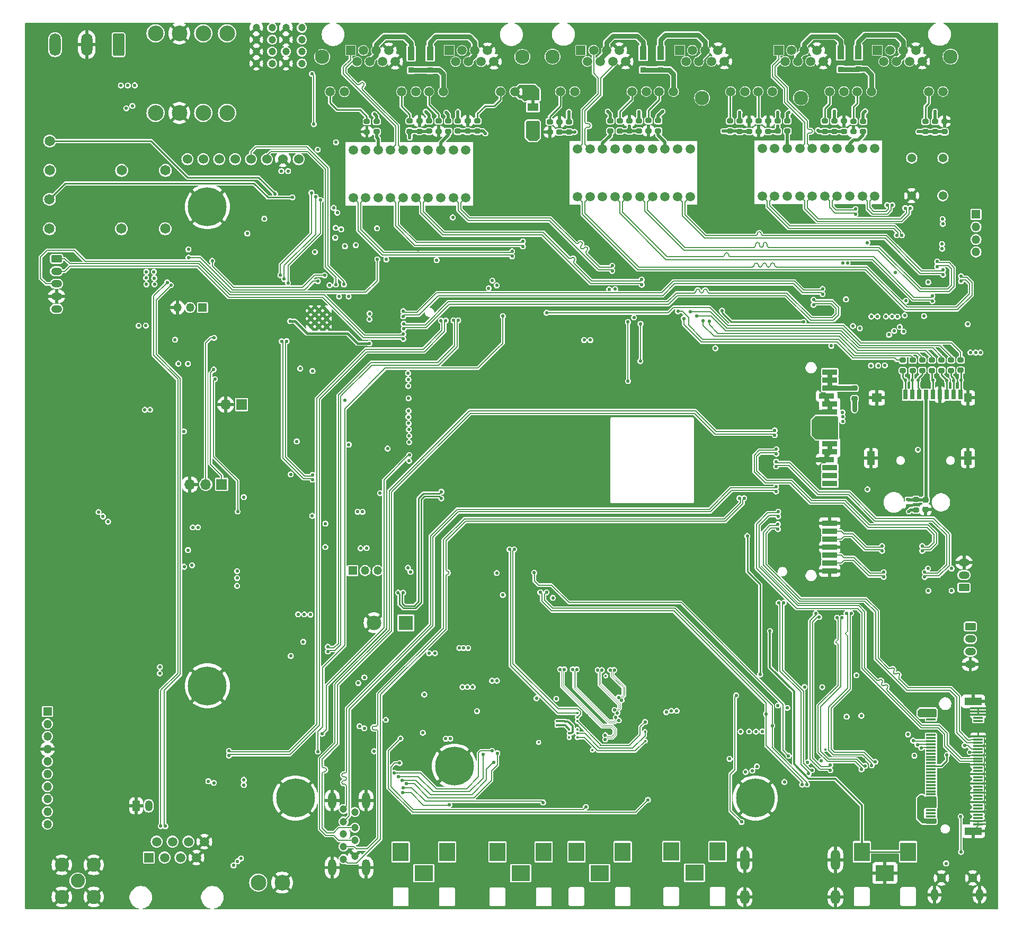
<source format=gbl>
G04 #@! TF.GenerationSoftware,KiCad,Pcbnew,8.0.0-rc1*
G04 #@! TF.CreationDate,2024-04-25T14:23:07+03:00*
G04 #@! TF.ProjectId,MXVR_3.0,4d585652-5f33-42e3-902e-6b696361645f,REV1*
G04 #@! TF.SameCoordinates,Original*
G04 #@! TF.FileFunction,Copper,L6,Bot*
G04 #@! TF.FilePolarity,Positive*
%FSLAX46Y46*%
G04 Gerber Fmt 4.6, Leading zero omitted, Abs format (unit mm)*
G04 Created by KiCad (PCBNEW 8.0.0-rc1) date 2024-04-25 14:23:07*
%MOMM*%
%LPD*%
G01*
G04 APERTURE LIST*
G04 Aperture macros list*
%AMRoundRect*
0 Rectangle with rounded corners*
0 $1 Rounding radius*
0 $2 $3 $4 $5 $6 $7 $8 $9 X,Y pos of 4 corners*
0 Add a 4 corners polygon primitive as box body*
4,1,4,$2,$3,$4,$5,$6,$7,$8,$9,$2,$3,0*
0 Add four circle primitives for the rounded corners*
1,1,$1+$1,$2,$3*
1,1,$1+$1,$4,$5*
1,1,$1+$1,$6,$7*
1,1,$1+$1,$8,$9*
0 Add four rect primitives between the rounded corners*
20,1,$1+$1,$2,$3,$4,$5,0*
20,1,$1+$1,$4,$5,$6,$7,0*
20,1,$1+$1,$6,$7,$8,$9,0*
20,1,$1+$1,$8,$9,$2,$3,0*%
G04 Aperture macros list end*
G04 #@! TA.AperFunction,ComponentPad*
%ADD10C,1.500000*%
G04 #@! TD*
G04 #@! TA.AperFunction,ComponentPad*
%ADD11C,1.381000*%
G04 #@! TD*
G04 #@! TA.AperFunction,ComponentPad*
%ADD12R,2.310000X2.310000*%
G04 #@! TD*
G04 #@! TA.AperFunction,ComponentPad*
%ADD13C,2.310000*%
G04 #@! TD*
G04 #@! TA.AperFunction,ComponentPad*
%ADD14C,1.200000*%
G04 #@! TD*
G04 #@! TA.AperFunction,ComponentPad*
%ADD15R,1.500000X1.500000*%
G04 #@! TD*
G04 #@! TA.AperFunction,ComponentPad*
%ADD16C,2.300000*%
G04 #@! TD*
G04 #@! TA.AperFunction,ComponentPad*
%ADD17RoundRect,0.250000X-0.625000X0.350000X-0.625000X-0.350000X0.625000X-0.350000X0.625000X0.350000X0*%
G04 #@! TD*
G04 #@! TA.AperFunction,ComponentPad*
%ADD18O,1.750000X1.200000*%
G04 #@! TD*
G04 #@! TA.AperFunction,ComponentPad*
%ADD19R,1.350000X1.350000*%
G04 #@! TD*
G04 #@! TA.AperFunction,ComponentPad*
%ADD20O,1.350000X1.350000*%
G04 #@! TD*
G04 #@! TA.AperFunction,ComponentPad*
%ADD21R,2.500000X3.000000*%
G04 #@! TD*
G04 #@! TA.AperFunction,ComponentPad*
%ADD22R,3.000000X2.500000*%
G04 #@! TD*
G04 #@! TA.AperFunction,ComponentPad*
%ADD23C,0.600000*%
G04 #@! TD*
G04 #@! TA.AperFunction,ComponentPad*
%ADD24C,0.900000*%
G04 #@! TD*
G04 #@! TA.AperFunction,ComponentPad*
%ADD25C,6.200000*%
G04 #@! TD*
G04 #@! TA.AperFunction,ComponentPad*
%ADD26C,1.650000*%
G04 #@! TD*
G04 #@! TA.AperFunction,ComponentPad*
%ADD27R,1.700000X1.700000*%
G04 #@! TD*
G04 #@! TA.AperFunction,ComponentPad*
%ADD28O,1.700000X1.700000*%
G04 #@! TD*
G04 #@! TA.AperFunction,ComponentPad*
%ADD29C,2.250000*%
G04 #@! TD*
G04 #@! TA.AperFunction,ComponentPad*
%ADD30RoundRect,0.250000X0.625000X-0.350000X0.625000X0.350000X-0.625000X0.350000X-0.625000X-0.350000X0*%
G04 #@! TD*
G04 #@! TA.AperFunction,ComponentPad*
%ADD31RoundRect,0.250000X0.650000X1.550000X-0.650000X1.550000X-0.650000X-1.550000X0.650000X-1.550000X0*%
G04 #@! TD*
G04 #@! TA.AperFunction,ComponentPad*
%ADD32O,1.800000X3.600000*%
G04 #@! TD*
G04 #@! TA.AperFunction,ComponentPad*
%ADD33O,1.200000X1.900000*%
G04 #@! TD*
G04 #@! TA.AperFunction,ComponentPad*
%ADD34C,1.450000*%
G04 #@! TD*
G04 #@! TA.AperFunction,ComponentPad*
%ADD35RoundRect,0.250000X-0.350000X-0.625000X0.350000X-0.625000X0.350000X0.625000X-0.350000X0.625000X0*%
G04 #@! TD*
G04 #@! TA.AperFunction,ComponentPad*
%ADD36O,1.200000X1.750000*%
G04 #@! TD*
G04 #@! TA.AperFunction,ComponentPad*
%ADD37C,2.500000*%
G04 #@! TD*
G04 #@! TA.AperFunction,ComponentPad*
%ADD38O,1.500000X3.300000*%
G04 #@! TD*
G04 #@! TA.AperFunction,ComponentPad*
%ADD39O,1.500000X2.300000*%
G04 #@! TD*
G04 #@! TA.AperFunction,SMDPad,CuDef*
%ADD40RoundRect,0.200000X-0.275000X0.200000X-0.275000X-0.200000X0.275000X-0.200000X0.275000X0.200000X0*%
G04 #@! TD*
G04 #@! TA.AperFunction,SMDPad,CuDef*
%ADD41RoundRect,0.200000X0.275000X-0.200000X0.275000X0.200000X-0.275000X0.200000X-0.275000X-0.200000X0*%
G04 #@! TD*
G04 #@! TA.AperFunction,ComponentPad*
%ADD42O,3.200000X2.000000*%
G04 #@! TD*
G04 #@! TA.AperFunction,SMDPad,CuDef*
%ADD43R,2.400000X0.900000*%
G04 #@! TD*
G04 #@! TA.AperFunction,SMDPad,CuDef*
%ADD44R,1.120000X2.170000*%
G04 #@! TD*
G04 #@! TA.AperFunction,SMDPad,CuDef*
%ADD45R,0.850000X0.850000*%
G04 #@! TD*
G04 #@! TA.AperFunction,ComponentPad*
%ADD46O,1.300000X2.600000*%
G04 #@! TD*
G04 #@! TA.AperFunction,SMDPad,CuDef*
%ADD47R,1.800000X1.200000*%
G04 #@! TD*
G04 #@! TA.AperFunction,SMDPad,CuDef*
%ADD48R,0.700000X1.600000*%
G04 #@! TD*
G04 #@! TA.AperFunction,SMDPad,CuDef*
%ADD49R,1.200000X1.400000*%
G04 #@! TD*
G04 #@! TA.AperFunction,SMDPad,CuDef*
%ADD50R,1.200000X2.200000*%
G04 #@! TD*
G04 #@! TA.AperFunction,SMDPad,CuDef*
%ADD51R,1.600000X1.400000*%
G04 #@! TD*
G04 #@! TA.AperFunction,SMDPad,CuDef*
%ADD52RoundRect,0.225000X-0.250000X0.225000X-0.250000X-0.225000X0.250000X-0.225000X0.250000X0.225000X0*%
G04 #@! TD*
G04 #@! TA.AperFunction,SMDPad,CuDef*
%ADD53R,1.550000X0.300000*%
G04 #@! TD*
G04 #@! TA.AperFunction,SMDPad,CuDef*
%ADD54R,2.750000X1.200000*%
G04 #@! TD*
G04 #@! TA.AperFunction,SMDPad,CuDef*
%ADD55RoundRect,0.140000X-0.170000X0.140000X-0.170000X-0.140000X0.170000X-0.140000X0.170000X0.140000X0*%
G04 #@! TD*
G04 #@! TA.AperFunction,ComponentPad*
%ADD56C,1.524000*%
G04 #@! TD*
G04 #@! TA.AperFunction,ViaPad*
%ADD57C,0.550000*%
G04 #@! TD*
G04 #@! TA.AperFunction,ViaPad*
%ADD58C,0.400000*%
G04 #@! TD*
G04 #@! TA.AperFunction,Conductor*
%ADD59C,0.200000*%
G04 #@! TD*
G04 #@! TA.AperFunction,Conductor*
%ADD60C,0.762000*%
G04 #@! TD*
G04 #@! TA.AperFunction,Conductor*
%ADD61C,0.381000*%
G04 #@! TD*
G04 #@! TA.AperFunction,Conductor*
%ADD62C,0.500000*%
G04 #@! TD*
G04 #@! TA.AperFunction,Conductor*
%ADD63C,0.508000*%
G04 #@! TD*
G04 #@! TA.AperFunction,Conductor*
%ADD64C,0.254000*%
G04 #@! TD*
G04 #@! TA.AperFunction,Conductor*
%ADD65C,0.177000*%
G04 #@! TD*
G04 #@! TA.AperFunction,Conductor*
%ADD66C,0.763000*%
G04 #@! TD*
G04 #@! TA.AperFunction,Conductor*
%ADD67C,0.120000*%
G04 #@! TD*
G04 #@! TA.AperFunction,Conductor*
%ADD68C,0.300000*%
G04 #@! TD*
G04 APERTURE END LIST*
D10*
X100300000Y-53650000D03*
X102300000Y-53650000D03*
X104300000Y-53650000D03*
X106300000Y-53650000D03*
X108300000Y-53650000D03*
X110300000Y-53650000D03*
X112300000Y-53650000D03*
X114300000Y-53650000D03*
X116300000Y-53650000D03*
X118300000Y-53650000D03*
X118300000Y-46030000D03*
X116300000Y-46030000D03*
X114300000Y-46030000D03*
X112300000Y-46030000D03*
X110300000Y-46030000D03*
X108300000Y-46030000D03*
X106300000Y-46030000D03*
X104300000Y-46030000D03*
X102300000Y-46030000D03*
X100300000Y-46030000D03*
D11*
X189540000Y-53340000D03*
X194540000Y-53340000D03*
D12*
X108710000Y-121540000D03*
D13*
X103630000Y-121540000D03*
D14*
X89550000Y-26540000D03*
X92090000Y-26540000D03*
X89550000Y-28440000D03*
X92090000Y-28440000D03*
X89550000Y-30340000D03*
X92090000Y-30340000D03*
X89550000Y-32240000D03*
X92090000Y-32240000D03*
D11*
X189570000Y-47350000D03*
X194570000Y-47350000D03*
D14*
X84810000Y-26540000D03*
X87350000Y-26540000D03*
X84810000Y-28440000D03*
X87350000Y-28440000D03*
X84810000Y-30340000D03*
X87350000Y-30340000D03*
X84810000Y-32240000D03*
X87350000Y-32240000D03*
D15*
X99870000Y-30150000D03*
X115670000Y-30150000D03*
D10*
X100890000Y-31930000D03*
X116690000Y-31930000D03*
X101910000Y-30150000D03*
X117710000Y-30150000D03*
X102930000Y-31930000D03*
X118730000Y-31930000D03*
X103950000Y-30150000D03*
X119750000Y-30150000D03*
X104970000Y-31930000D03*
X120770000Y-31930000D03*
X105990000Y-30150000D03*
X121790000Y-30150000D03*
X107010000Y-31930000D03*
X122810000Y-31930000D03*
X98880000Y-36740000D03*
X96590000Y-36740000D03*
X110310000Y-36740000D03*
X108020000Y-36740000D03*
X114690000Y-36740000D03*
X112400000Y-36740000D03*
X126120000Y-36740000D03*
X123830000Y-36740000D03*
D16*
X127340000Y-31170000D03*
X95340000Y-31170000D03*
D17*
X198930000Y-122160000D03*
D18*
X198930000Y-124160000D03*
X198930000Y-126160000D03*
X198930000Y-128160000D03*
D19*
X51440000Y-135720000D03*
D20*
X51440000Y-137720000D03*
X51440000Y-139720000D03*
X51440000Y-141720000D03*
X51440000Y-143720000D03*
X51440000Y-145720000D03*
X51440000Y-147720000D03*
X51440000Y-149720000D03*
X51440000Y-151720000D03*
X51440000Y-153720000D03*
D21*
X181590000Y-158120000D03*
X188990000Y-158120000D03*
D22*
X185290000Y-161520000D03*
D23*
X96095000Y-71685000D03*
X94820000Y-71685000D03*
X93545000Y-71685000D03*
X96095000Y-72960000D03*
X94820000Y-72960000D03*
X93545000Y-72960000D03*
X96095000Y-74235000D03*
X94820000Y-74235000D03*
X93545000Y-74235000D03*
D24*
X161970000Y-149550000D03*
X162720000Y-147700000D03*
X162720000Y-151400000D03*
X164570000Y-146950000D03*
D25*
X164570000Y-149550000D03*
D24*
X164570000Y-152150000D03*
X166420000Y-147700000D03*
X166420000Y-151400000D03*
X167170000Y-149550000D03*
D26*
X70300000Y-49310000D03*
X63300000Y-49310000D03*
X51800000Y-49310000D03*
X51800000Y-44610000D03*
D27*
X82465000Y-86710000D03*
D28*
X79925000Y-86710000D03*
D19*
X76220000Y-71210000D03*
D20*
X74220000Y-71210000D03*
X72220000Y-71210000D03*
D29*
X56280000Y-162770000D03*
X53730000Y-165320000D03*
X58830000Y-165320000D03*
X58830000Y-160220000D03*
X53730000Y-160220000D03*
D30*
X197920000Y-115930000D03*
D18*
X197920000Y-113930000D03*
X197920000Y-111930000D03*
D15*
X136695000Y-30120000D03*
X152495000Y-30120000D03*
X168295000Y-30120000D03*
X184095000Y-30120000D03*
D10*
X137715000Y-31900000D03*
X153515000Y-31900000D03*
X169315000Y-31900000D03*
X185115000Y-31900000D03*
X138735000Y-30120000D03*
X154535000Y-30120000D03*
X170335000Y-30120000D03*
X186135000Y-30120000D03*
X139755000Y-31900000D03*
X155555000Y-31900000D03*
X171355000Y-31900000D03*
X187155000Y-31900000D03*
X140775000Y-30120000D03*
X156575000Y-30120000D03*
X172375000Y-30120000D03*
X188175000Y-30120000D03*
X141795000Y-31900000D03*
X157595000Y-31900000D03*
X173395000Y-31900000D03*
X189195000Y-31900000D03*
X142815000Y-30120000D03*
X158615000Y-30120000D03*
X174415000Y-30120000D03*
X190215000Y-30120000D03*
X143835000Y-31900000D03*
X159635000Y-31900000D03*
X175435000Y-31900000D03*
X191235000Y-31900000D03*
X135695000Y-36710000D03*
X133405000Y-36710000D03*
X147125000Y-36710000D03*
X144835000Y-36710000D03*
X151505000Y-36710000D03*
X149215000Y-36710000D03*
X162935000Y-36710000D03*
X160645000Y-36710000D03*
X167315000Y-36710000D03*
X165025000Y-36710000D03*
X178745000Y-36710000D03*
X176455000Y-36710000D03*
X183125000Y-36710000D03*
X180835000Y-36710000D03*
X194555000Y-36710000D03*
X192265000Y-36710000D03*
D16*
X195765000Y-31140000D03*
X171865000Y-37730000D03*
X156065000Y-37730000D03*
X132165000Y-31140000D03*
D17*
X52900000Y-63420000D03*
D18*
X52900000Y-65420000D03*
X52900000Y-67420000D03*
X52900000Y-69420000D03*
X52900000Y-71420000D03*
D31*
X62815000Y-29225000D03*
D32*
X57735000Y-29225000D03*
X52655000Y-29225000D03*
D26*
X51760000Y-53930000D03*
X51760000Y-58630000D03*
X63260000Y-58630000D03*
X70260000Y-58630000D03*
D33*
X193185000Y-164986250D03*
D34*
X194310000Y-162306250D03*
X199310000Y-162306250D03*
D33*
X200435000Y-164986250D03*
D35*
X65610000Y-150780000D03*
D36*
X67610000Y-150780000D03*
D37*
X68715000Y-27420000D03*
X72525000Y-27420000D03*
X76335000Y-27420000D03*
X80145000Y-27420000D03*
X68715000Y-40120000D03*
X72525000Y-40120000D03*
X76335000Y-40120000D03*
X80145000Y-40120000D03*
D19*
X100210000Y-113230000D03*
D20*
X102210000Y-113230000D03*
X104210000Y-113230000D03*
D10*
X136140000Y-53540000D03*
X138140000Y-53540000D03*
X140140000Y-53540000D03*
X142140000Y-53540000D03*
X144140000Y-53540000D03*
X146140000Y-53540000D03*
X148140000Y-53540000D03*
X150140000Y-53540000D03*
X152140000Y-53540000D03*
X154140000Y-53540000D03*
X154140000Y-45920000D03*
X152140000Y-45920000D03*
X150140000Y-45920000D03*
X148140000Y-45920000D03*
X146140000Y-45920000D03*
X144140000Y-45920000D03*
X142140000Y-45920000D03*
X140140000Y-45920000D03*
X138140000Y-45920000D03*
X136140000Y-45920000D03*
D27*
X79285000Y-99445000D03*
D28*
X76745000Y-99445000D03*
X74205000Y-99445000D03*
D15*
X67630000Y-159050000D03*
D10*
X68900000Y-156510000D03*
X70170000Y-159050000D03*
X71440000Y-156510000D03*
X72710000Y-159050000D03*
X73980000Y-156510000D03*
X75250000Y-159050000D03*
X76520000Y-156510000D03*
D19*
X199830000Y-56340000D03*
D20*
X199830000Y-58340000D03*
X199830000Y-60340000D03*
X199830000Y-62340000D03*
D24*
X88470000Y-149550000D03*
X89220000Y-147700000D03*
X89220000Y-151400000D03*
X91070000Y-146950000D03*
D25*
X91070000Y-149550000D03*
D24*
X91070000Y-152150000D03*
X92920000Y-147700000D03*
X92920000Y-151400000D03*
X93670000Y-149550000D03*
D10*
X165670000Y-53430000D03*
X167670000Y-53430000D03*
X169670000Y-53430000D03*
X171670000Y-53430000D03*
X173670000Y-53430000D03*
X175670000Y-53430000D03*
X177670000Y-53430000D03*
X179670000Y-53430000D03*
X181670000Y-53430000D03*
X183670000Y-53430000D03*
X183670000Y-45810000D03*
X181670000Y-45810000D03*
X179670000Y-45810000D03*
X177670000Y-45810000D03*
X175670000Y-45810000D03*
X173670000Y-45810000D03*
X171670000Y-45810000D03*
X169670000Y-45810000D03*
X167670000Y-45810000D03*
X165670000Y-45810000D03*
D38*
X162870000Y-159400000D03*
D39*
X162870000Y-165360000D03*
D38*
X177370000Y-159400000D03*
D39*
X177370000Y-165360000D03*
D40*
X190250000Y-101865000D03*
X190250000Y-103515000D03*
D21*
X130755000Y-158142500D03*
X123355000Y-158142500D03*
D22*
X127055000Y-161542500D03*
D41*
X142920000Y-43015000D03*
X142920000Y-41365000D03*
D42*
X174240000Y-116135000D03*
X174240000Y-78715000D03*
D43*
X176480000Y-99315000D03*
X176480000Y-98035000D03*
X176480000Y-96765000D03*
X175980000Y-95495000D03*
X176480000Y-94225000D03*
X176480000Y-92955000D03*
X176480000Y-91685000D03*
X176480000Y-90415000D03*
X176480000Y-89145000D03*
X176480000Y-87875000D03*
X176480000Y-86605000D03*
X175980000Y-85335000D03*
X176480000Y-84065000D03*
X176480000Y-82795000D03*
X176480000Y-81525000D03*
X176480000Y-113275000D03*
X176480000Y-112005000D03*
X176480000Y-110735000D03*
X176480000Y-109465000D03*
X176480000Y-108195000D03*
X176480000Y-106925000D03*
X176480000Y-105655000D03*
D44*
X149435000Y-30562500D03*
D45*
X149435000Y-33242500D03*
D40*
X163600000Y-41410000D03*
X163600000Y-43060000D03*
D44*
X146625000Y-30562500D03*
D45*
X146625000Y-33242500D03*
D40*
X118590000Y-41395000D03*
X118590000Y-43045000D03*
X115490000Y-41415000D03*
X115490000Y-43065000D03*
X192780000Y-79590000D03*
X192780000Y-81240000D03*
D14*
X100560000Y-151800000D03*
X100560000Y-154300000D03*
X100560000Y-156300000D03*
X100560000Y-158800000D03*
X98760000Y-159300000D03*
X98760000Y-157300000D03*
X98760000Y-155300000D03*
X98760000Y-153300000D03*
X98760000Y-151300000D03*
D46*
X96950000Y-149950000D03*
X96950000Y-160650000D03*
X102370000Y-149950000D03*
X102370000Y-160650000D03*
D41*
X168160000Y-43050000D03*
X168160000Y-41400000D03*
D21*
X158540000Y-158100000D03*
X151140000Y-158100000D03*
D22*
X154840000Y-161500000D03*
D40*
X180260000Y-41450000D03*
X180260000Y-43100000D03*
X133240000Y-41545000D03*
X133240000Y-43195000D03*
D41*
X193280000Y-43130000D03*
X193280000Y-41480000D03*
X162060000Y-43060000D03*
X162060000Y-41410000D03*
X134770000Y-43195000D03*
X134770000Y-41545000D03*
D24*
X119065014Y-144465000D03*
X118315014Y-146315000D03*
X118315014Y-142615000D03*
X116465014Y-147065000D03*
D25*
X116465014Y-144465000D03*
D24*
X116465014Y-141865000D03*
X114615014Y-146315000D03*
X114615014Y-142615000D03*
X113865014Y-144465000D03*
D40*
X194800000Y-41480000D03*
X194800000Y-43130000D03*
X188160000Y-79625000D03*
X188160000Y-81275000D03*
D47*
X129037500Y-42137500D03*
X129037500Y-39237500D03*
D48*
X188580000Y-85130000D03*
X189680000Y-85130000D03*
X190780000Y-85130000D03*
X191880000Y-85130000D03*
X192980000Y-85130000D03*
X194080000Y-85130000D03*
X195180000Y-85130000D03*
X196280000Y-85130000D03*
X197380000Y-85130000D03*
D49*
X198580000Y-85630000D03*
D50*
X198580000Y-95230000D03*
X183080000Y-95230000D03*
D51*
X183980000Y-85630000D03*
D40*
X149055000Y-41355000D03*
X149055000Y-43005000D03*
X109340000Y-41405000D03*
X109340000Y-43055000D03*
X175680000Y-41440000D03*
X175680000Y-43090000D03*
X181820000Y-41450000D03*
X181820000Y-43100000D03*
D52*
X191780000Y-101920000D03*
X191780000Y-103470000D03*
D44*
X178190000Y-30480000D03*
D45*
X178190000Y-33160000D03*
D24*
X79600000Y-131617502D03*
X78850000Y-133467502D03*
X78850000Y-129767502D03*
X77000000Y-134217502D03*
D25*
X77000000Y-131617502D03*
D24*
X77000000Y-129017502D03*
X75150000Y-133467502D03*
X75150000Y-129767502D03*
X74400000Y-131617502D03*
D40*
X166640000Y-41415000D03*
X166640000Y-43065000D03*
D21*
X115300000Y-158152500D03*
X107900000Y-158152500D03*
D22*
X111600000Y-161552500D03*
D53*
X200184900Y-153715000D03*
X192634900Y-153465000D03*
X200184900Y-153215000D03*
X192634900Y-152965000D03*
X200184900Y-152715000D03*
X192634900Y-152465000D03*
X200184900Y-152215000D03*
X192634900Y-151965000D03*
X200184900Y-151715000D03*
X192634900Y-151465000D03*
X200184900Y-151215000D03*
X192634900Y-150965000D03*
X200184900Y-150715000D03*
X192634900Y-150465000D03*
X200184900Y-150215000D03*
X192634900Y-149965000D03*
X200184900Y-149715000D03*
X192634900Y-149465000D03*
X200184900Y-149215000D03*
X192634900Y-148965000D03*
X200184900Y-148715000D03*
X192634900Y-148465000D03*
X200184900Y-148215000D03*
X192634900Y-147965000D03*
X200184900Y-147715000D03*
X192634900Y-147465000D03*
X200184900Y-147215000D03*
X192634900Y-146965000D03*
X200184900Y-146715000D03*
X192634900Y-146465000D03*
X200184900Y-146215000D03*
X192634900Y-145965000D03*
X200184900Y-145715000D03*
X192634900Y-145465000D03*
X200184900Y-145215000D03*
X192634900Y-144965000D03*
X200184900Y-144715000D03*
X192634900Y-144465000D03*
X200184900Y-144215000D03*
X192634900Y-143965000D03*
X200184900Y-143715000D03*
X192634900Y-143465000D03*
X200184900Y-143215000D03*
X192634900Y-142965000D03*
X200184900Y-142715000D03*
X192634900Y-142465000D03*
X200184900Y-142215000D03*
X192634900Y-141965000D03*
X200184900Y-141715000D03*
X192634900Y-141465000D03*
X200184900Y-141215000D03*
X192634900Y-140965000D03*
X200184900Y-140715000D03*
X192634900Y-140465000D03*
X200184900Y-140215000D03*
X192634900Y-139965000D03*
X200184900Y-139715000D03*
X192634900Y-139465000D03*
X200184900Y-137215000D03*
X192634900Y-136965000D03*
X200184900Y-136715000D03*
X192634900Y-136465000D03*
X200184900Y-136215000D03*
X192634900Y-135965000D03*
X200184900Y-135715000D03*
X192634900Y-135465000D03*
X200184900Y-135215000D03*
D54*
X199409900Y-154815000D03*
X199409900Y-134115000D03*
D40*
X165120000Y-41410000D03*
X165120000Y-43060000D03*
X191750000Y-41480000D03*
X191750000Y-43130000D03*
X194330000Y-79590000D03*
X194330000Y-81240000D03*
X160540000Y-41400000D03*
X160540000Y-43050000D03*
X195870000Y-79590000D03*
X195870000Y-81240000D03*
X113940000Y-41405000D03*
X113940000Y-43055000D03*
X131710000Y-41530000D03*
X131710000Y-43180000D03*
X104050000Y-41480000D03*
X104050000Y-43130000D03*
X178730000Y-41440000D03*
X178730000Y-43090000D03*
D41*
X145995000Y-43020000D03*
X145995000Y-41370000D03*
X112410000Y-43045000D03*
X112410000Y-41395000D03*
D40*
X189700000Y-79615000D03*
X189700000Y-81265000D03*
X120150000Y-41395000D03*
X120150000Y-43045000D03*
D44*
X109545000Y-30622500D03*
D45*
X109545000Y-33302500D03*
D44*
X181050000Y-30460000D03*
D45*
X181050000Y-33140000D03*
D40*
X102490000Y-41490000D03*
X102490000Y-43140000D03*
D55*
X188960000Y-101870000D03*
X188960000Y-102830000D03*
D40*
X144465000Y-41370000D03*
X144465000Y-43020000D03*
D41*
X117050000Y-43045000D03*
X117050000Y-41395000D03*
D40*
X141380000Y-41365000D03*
X141380000Y-43015000D03*
D21*
X143380000Y-158120000D03*
X135980000Y-158120000D03*
D22*
X139680000Y-161520000D03*
D40*
X197400000Y-79585000D03*
X197400000Y-81235000D03*
X169710000Y-41400000D03*
X169710000Y-43050000D03*
D24*
X79600000Y-55102498D03*
X78850000Y-56952498D03*
X78850000Y-53252498D03*
X77000000Y-57702498D03*
D25*
X77000000Y-55102498D03*
D24*
X77000000Y-52502498D03*
X75150000Y-56952498D03*
X75150000Y-53252498D03*
X74400000Y-55102498D03*
D44*
X112580000Y-30610000D03*
D45*
X112580000Y-33290000D03*
D40*
X147515000Y-41355000D03*
X147515000Y-43005000D03*
D37*
X88945000Y-163047500D03*
X85135000Y-163047500D03*
D41*
X177190000Y-43090000D03*
X177190000Y-41440000D03*
D40*
X110880000Y-41405000D03*
X110880000Y-43055000D03*
D56*
X91600000Y-47510000D03*
X89060000Y-47510000D03*
X86520000Y-47510000D03*
X83980000Y-47510000D03*
X81440000Y-47510000D03*
X78900000Y-47510000D03*
X76360000Y-47510000D03*
X73820000Y-47510000D03*
D40*
X191230000Y-79605000D03*
X191230000Y-81255000D03*
D41*
X180420000Y-85755000D03*
X180420000Y-84105000D03*
D57*
X69500000Y-106400000D03*
X76470000Y-113710000D03*
X79010000Y-118290000D03*
X76803258Y-120801752D03*
X76920000Y-118820000D03*
X76860000Y-116820000D03*
X74180000Y-121100000D03*
X74280000Y-119280000D03*
X74220000Y-116800000D03*
X74180000Y-122990000D03*
X76510000Y-123370000D03*
X79946367Y-124352125D03*
X80770000Y-126950000D03*
X81980000Y-130080000D03*
X82040000Y-133450000D03*
X128230000Y-85910000D03*
X113140000Y-65780000D03*
X110540000Y-65830000D03*
X106330000Y-69830000D03*
X108910000Y-69810000D03*
X107610000Y-70580000D03*
X107460000Y-73280000D03*
X107460000Y-76990000D03*
X108040000Y-79010000D03*
X107670000Y-82590000D03*
X106720000Y-86740000D03*
X108360000Y-86680000D03*
X107910000Y-89240000D03*
X107850000Y-91180000D03*
X103260000Y-92200000D03*
X102900000Y-89560000D03*
X103250000Y-87030000D03*
X96000000Y-87260000D03*
X102150000Y-96830000D03*
X93210000Y-101480000D03*
X90980000Y-104830000D03*
X93860000Y-83710000D03*
X86100000Y-86240000D03*
X85960000Y-82940000D03*
X70420000Y-75000000D03*
X72750000Y-73990000D03*
X71270000Y-73980000D03*
X62090000Y-131440000D03*
X61420000Y-128050000D03*
X63010000Y-136610000D03*
X56350000Y-142200000D03*
X59270000Y-146530000D03*
X57090000Y-146320000D03*
X65940000Y-161900000D03*
X65880000Y-156700000D03*
X71940000Y-153480000D03*
X80780000Y-146140000D03*
X72530000Y-145090000D03*
X78030000Y-144140000D03*
X78220000Y-141840000D03*
X80001760Y-138722205D03*
X79640000Y-136780000D03*
X74170000Y-140000000D03*
X74526327Y-136109562D03*
X77222352Y-137805001D03*
X76281069Y-139638848D03*
X75011933Y-142304033D03*
X74460000Y-143910000D03*
X137509308Y-59211422D03*
X137642852Y-64686730D03*
X134940000Y-61850000D03*
X131470000Y-63320000D03*
X119414084Y-77974367D03*
X119150000Y-74070000D03*
X119310000Y-66190000D03*
X128760000Y-66090000D03*
X123684064Y-58275600D03*
X121060000Y-58310000D03*
X117750000Y-58070000D03*
X118250000Y-60240000D03*
X110670000Y-61950999D03*
X114100000Y-61880000D03*
X116890000Y-61880000D03*
X110450000Y-57850000D03*
X111180000Y-59440000D03*
X102900000Y-55760000D03*
X107010000Y-59660000D03*
X107830000Y-61680000D03*
X106080000Y-61700000D03*
X101820000Y-61970000D03*
X91090000Y-64520000D03*
X95100000Y-60430000D03*
X87120000Y-66510000D03*
X83360000Y-65310000D03*
X79870000Y-64610000D03*
X83640000Y-57190000D03*
X82090000Y-55270000D03*
X77340000Y-49410000D03*
X62810000Y-54510000D03*
X59630000Y-45960000D03*
X60050000Y-34180000D03*
X60330000Y-30750000D03*
X60360000Y-27970000D03*
X55390000Y-27520000D03*
X55450000Y-30750000D03*
X55418499Y-33867384D03*
X55030000Y-41280000D03*
X56400000Y-37040000D03*
X52080000Y-41840000D03*
X50300000Y-39650000D03*
X54040000Y-45820000D03*
X54040000Y-48060000D03*
X59370000Y-59560000D03*
X59370000Y-56860000D03*
X59220000Y-54150000D03*
X55445979Y-53262664D03*
X55471472Y-56245389D03*
X54579204Y-59228114D03*
X62533137Y-62848173D03*
X60490000Y-66800000D03*
X60770000Y-70040000D03*
X60980000Y-74090000D03*
X58910000Y-78020000D03*
X59240000Y-83240000D03*
X60420000Y-87500000D03*
X60490000Y-93720000D03*
X67710000Y-94230000D03*
X64110000Y-96370000D03*
X57770000Y-97950000D03*
X57410000Y-105750000D03*
X51490000Y-98130000D03*
X51570000Y-101830000D03*
X51470000Y-105630000D03*
X57460000Y-111000000D03*
X62040000Y-112410000D03*
X60620000Y-112120000D03*
X60610000Y-114400000D03*
X60650000Y-116220000D03*
X60650000Y-119050000D03*
X60650000Y-120990000D03*
X63400000Y-125220000D03*
X58610000Y-125260000D03*
X63960000Y-130660000D03*
X59260000Y-130620000D03*
X64220000Y-135060000D03*
X60910000Y-134060000D03*
X60910000Y-136410000D03*
X60440000Y-141420000D03*
X57210000Y-150830000D03*
X54550000Y-150700000D03*
X50770000Y-157190000D03*
X50630000Y-160720000D03*
X50550000Y-163850000D03*
X62090000Y-152530000D03*
X62090000Y-156320000D03*
X62050000Y-160940000D03*
X62130000Y-164250000D03*
X71320000Y-162330000D03*
X74630000Y-164810000D03*
X72631152Y-164811619D03*
X69800000Y-164860000D03*
X87310000Y-147650000D03*
X87670000Y-151510000D03*
X82250000Y-150740000D03*
X93620000Y-158270000D03*
X93680000Y-161690000D03*
X99090000Y-164690000D03*
X94120000Y-164750000D03*
X188990000Y-146200000D03*
X188840000Y-150890000D03*
X195930000Y-148680000D03*
X196100000Y-145540000D03*
X198440000Y-151620000D03*
X198470000Y-149260000D03*
X198470000Y-146860000D03*
X188830000Y-154740000D03*
X192110000Y-155010000D03*
X198640000Y-164680000D03*
X196810000Y-164210000D03*
X195190000Y-164580000D03*
X199690000Y-159810000D03*
X199990000Y-157510000D03*
X189240000Y-161970000D03*
X185180000Y-164950000D03*
X185060000Y-156430000D03*
X184960000Y-158990000D03*
X181100000Y-161530000D03*
X171130000Y-165630000D03*
X166440000Y-165780000D03*
X174430000Y-162650000D03*
X165581954Y-162977689D03*
X170068750Y-162965000D03*
X168270000Y-72200000D03*
X165740000Y-72220000D03*
X162400000Y-72200000D03*
X167100000Y-78480000D03*
X167180000Y-81830000D03*
X167050000Y-84900000D03*
X167210000Y-88010000D03*
X172840000Y-86770000D03*
X172870000Y-84940000D03*
X172860000Y-83200000D03*
X185720000Y-88470000D03*
X185760000Y-86910000D03*
X199380000Y-98710000D03*
X197090000Y-98710000D03*
X199720000Y-83130000D03*
X199910000Y-89430000D03*
X199930000Y-92110000D03*
X196887763Y-89301105D03*
X193948123Y-89301105D03*
X197070000Y-91400000D03*
X194210000Y-91530000D03*
X196210000Y-93710000D03*
X193530000Y-93970000D03*
X180273547Y-96020282D03*
X180220000Y-97490000D03*
X184870000Y-98170000D03*
X188590000Y-98490000D03*
X200210000Y-119150000D03*
X198160000Y-119240000D03*
X199940000Y-116210000D03*
X199860000Y-113920000D03*
X199900000Y-111820000D03*
X198440000Y-109260000D03*
X199820000Y-105350000D03*
X197170000Y-105440000D03*
X199710000Y-107340000D03*
X197250000Y-107330000D03*
X191180000Y-107710000D03*
X186180000Y-107370000D03*
X184390000Y-107370000D03*
X180620000Y-116140000D03*
X180600000Y-113680000D03*
X184150000Y-116590000D03*
X191460000Y-117980000D03*
X188730000Y-117930000D03*
X186780000Y-118010000D03*
X191410000Y-128550000D03*
X188750000Y-128570000D03*
X167800000Y-131560000D03*
X166780000Y-130530000D03*
X170770000Y-128220000D03*
X175260000Y-129770000D03*
X104240000Y-164750000D03*
X106180000Y-160780000D03*
X112560000Y-159290000D03*
X110550000Y-159000000D03*
X108430000Y-160860000D03*
X108430000Y-162820000D03*
X110260000Y-164910000D03*
X112800000Y-164960000D03*
X114310000Y-163110000D03*
X116590000Y-163000000D03*
X128350000Y-156830000D03*
X119040000Y-163170000D03*
X119106171Y-165756009D03*
X121470000Y-164890000D03*
X122010000Y-161540000D03*
X126770000Y-158950000D03*
X123966924Y-160747960D03*
X123887611Y-162572159D03*
X125519192Y-164554984D03*
X127739955Y-165019531D03*
X129530163Y-163014046D03*
X131820000Y-163130000D03*
X136220000Y-162720000D03*
X136160000Y-160530000D03*
X140720000Y-156690000D03*
X138220000Y-156760000D03*
X140730000Y-159300000D03*
X138580000Y-159280000D03*
X147070000Y-163230000D03*
X147020000Y-165240000D03*
X144490000Y-163060000D03*
X138280000Y-164540000D03*
X142070000Y-162930000D03*
X159570000Y-162770000D03*
X157659306Y-162769282D03*
X155510000Y-164650000D03*
X153040000Y-164840000D03*
X151770000Y-160890000D03*
X156130000Y-159190000D03*
X153530000Y-159160000D03*
X155550000Y-156450000D03*
X153710000Y-156480000D03*
X154870000Y-150090000D03*
X152970000Y-150050000D03*
X149240000Y-147480000D03*
X143130000Y-148520000D03*
X142880000Y-146190000D03*
X142860000Y-144070000D03*
X147550000Y-144940000D03*
X146320000Y-143650000D03*
X153930000Y-125660000D03*
X156220000Y-126960000D03*
X158660000Y-132190000D03*
X158920000Y-129760000D03*
X156190000Y-129770000D03*
X156170000Y-132400000D03*
X158620692Y-134512983D03*
X156170000Y-134530000D03*
X152410000Y-138240000D03*
X143350000Y-139640000D03*
X144870000Y-138790000D03*
X144890000Y-136590000D03*
X144890000Y-134670000D03*
X144840000Y-132590000D03*
X144940000Y-129960000D03*
X148800000Y-123710000D03*
X150760000Y-126230000D03*
X147950000Y-126250000D03*
X145460000Y-126840000D03*
X145390000Y-124560000D03*
X145420000Y-122060000D03*
X153060000Y-122580000D03*
X151700000Y-121030000D03*
X154020000Y-117500000D03*
X157320000Y-117700000D03*
X157390000Y-121170000D03*
X162370000Y-121070000D03*
X162370000Y-118020000D03*
X168360000Y-102050000D03*
X161700000Y-107360000D03*
X162340000Y-104930000D03*
X161400000Y-97910000D03*
X162218702Y-94936300D03*
X162310000Y-92790000D03*
X162440000Y-89150000D03*
X162410000Y-85650000D03*
X162410000Y-82460000D03*
X162410000Y-79140000D03*
X154640000Y-106670000D03*
X151340000Y-106760000D03*
X147930000Y-106740000D03*
X156410000Y-109280000D03*
X153090000Y-109260000D03*
X149550000Y-109240000D03*
X146320000Y-109260000D03*
X157450000Y-112690000D03*
X153270000Y-112800000D03*
X149380000Y-112800000D03*
X146030000Y-112780000D03*
X143310000Y-111270000D03*
X143310000Y-109150000D03*
X143310000Y-107120000D03*
X120700000Y-109610000D03*
X120700000Y-111980000D03*
X117040000Y-111980000D03*
X117000000Y-109020000D03*
X121230000Y-107210000D03*
X118860000Y-107190000D03*
X129280000Y-109540000D03*
X127080000Y-112060000D03*
X129580000Y-112060000D03*
X131660000Y-112060000D03*
X131680000Y-109540000D03*
X131660000Y-107160000D03*
X129310000Y-107140000D03*
X127050000Y-107140000D03*
X128210000Y-102510000D03*
X126910000Y-101410000D03*
X130360000Y-99280000D03*
X128030000Y-96970000D03*
X131190000Y-94280000D03*
X130600000Y-90970000D03*
X127540000Y-90880000D03*
X121560000Y-98940000D03*
X118040000Y-98980000D03*
X121560000Y-96340000D03*
X118040000Y-96370000D03*
X113960000Y-98910000D03*
X114040000Y-96340000D03*
X118410000Y-90920000D03*
X120190000Y-89820000D03*
X120160000Y-92410000D03*
X116950000Y-92410000D03*
X115730000Y-87160000D03*
X119320000Y-84390000D03*
X116120000Y-84430000D03*
X113000000Y-84470000D03*
X113000000Y-87240000D03*
X112920000Y-90130000D03*
X130570000Y-74610000D03*
X127860000Y-76220000D03*
X127820000Y-72550000D03*
X136380000Y-73260000D03*
X133950000Y-75260000D03*
X131210000Y-77750000D03*
X127960000Y-80140000D03*
X136040000Y-80120000D03*
X133630000Y-82370000D03*
X131260000Y-84310000D03*
X142720000Y-79090000D03*
X140790000Y-80750000D03*
X138473800Y-83060154D03*
X135850000Y-85430000D03*
X152440000Y-79910000D03*
X150990000Y-82570000D03*
X154450000Y-82540000D03*
X154450000Y-85880000D03*
X149290000Y-85910000D03*
X144460000Y-85820000D03*
X146970000Y-83030000D03*
X148300000Y-80000000D03*
X149660000Y-76170000D03*
X149570000Y-74070000D03*
X153350000Y-68140000D03*
X159470000Y-68130000D03*
X170210000Y-68140000D03*
X167300000Y-68090000D03*
X163720000Y-68170000D03*
X175060000Y-71870000D03*
X192010000Y-73700000D03*
X193490000Y-66760000D03*
X198590000Y-64960000D03*
X196730000Y-63140000D03*
X192290000Y-62950000D03*
X198450000Y-28950000D03*
X200570000Y-27050000D03*
X200630000Y-32840000D03*
X200600000Y-37240000D03*
X200490000Y-41810000D03*
X197310000Y-42520000D03*
X199320000Y-46590000D03*
X199270000Y-49690000D03*
X199270000Y-52740000D03*
X192430000Y-59800000D03*
X196020000Y-59480000D03*
X190350000Y-57130000D03*
X171350000Y-56530000D03*
X165860000Y-56590000D03*
X162580000Y-56530000D03*
X186150000Y-51810000D03*
X186030000Y-48930000D03*
X186110000Y-46320000D03*
X162700000Y-52780000D03*
X162550000Y-50170000D03*
X162480000Y-47220000D03*
X156390000Y-53230000D03*
X156360000Y-50310000D03*
X156430000Y-47370000D03*
X196490000Y-34490000D03*
X193090000Y-30420000D03*
X190620000Y-27100000D03*
X179910000Y-26760000D03*
X170840000Y-26980000D03*
X163490000Y-30830000D03*
X164790000Y-27100000D03*
X158820000Y-26950000D03*
X147770000Y-26870000D03*
X101520000Y-27210000D03*
X138590000Y-27100000D03*
X111110000Y-26760000D03*
X130550000Y-53190000D03*
X126660000Y-53330000D03*
X122910000Y-53470000D03*
X130000000Y-47020000D03*
X126660000Y-47070000D03*
X122990000Y-47070000D03*
X130310000Y-49950000D03*
X126570000Y-50060000D03*
X123080000Y-50090000D03*
X80070000Y-31190000D03*
X75810000Y-31170000D03*
X72700000Y-30970000D03*
X80090000Y-35970000D03*
X75560000Y-35850000D03*
X72950000Y-35850000D03*
X68900000Y-35820000D03*
X78100000Y-44930000D03*
X75890000Y-44850000D03*
X72030000Y-44060000D03*
X62700000Y-43860000D03*
X62780000Y-42070000D03*
X65710000Y-41120000D03*
X65790000Y-42890000D03*
X69420000Y-47520000D03*
X73600000Y-52440000D03*
X69740000Y-54680000D03*
X73020000Y-57120000D03*
X69900000Y-62170000D03*
X72810000Y-68250000D03*
X75210000Y-67150000D03*
X75230000Y-68600000D03*
X77730000Y-68750000D03*
X90810000Y-77960000D03*
X88030000Y-77960000D03*
X86550000Y-77980000D03*
X84290000Y-78050000D03*
X82800000Y-78070000D03*
X84450000Y-86650000D03*
X80730000Y-84170000D03*
X78970000Y-84170000D03*
X82690000Y-90130000D03*
X80550000Y-90150000D03*
X76240000Y-103080000D03*
X75460000Y-108720000D03*
X74530000Y-103080000D03*
X62830000Y-110950000D03*
X60310000Y-110270000D03*
X58590000Y-107780000D03*
X55110000Y-104400000D03*
X64440000Y-103720000D03*
X62420000Y-101930000D03*
X62450000Y-99790000D03*
X66510000Y-84840000D03*
X62260000Y-84950000D03*
X61980000Y-82020000D03*
X61780000Y-79930000D03*
X61980000Y-78330000D03*
X62920000Y-75980000D03*
X63130000Y-73110000D03*
X63065000Y-70250000D03*
X62760000Y-67100000D03*
X58260000Y-36150000D03*
X58410000Y-38085000D03*
X58200000Y-40180000D03*
X57290000Y-42250000D03*
X57230000Y-43340000D03*
X57320000Y-45410000D03*
X57320000Y-46630000D03*
X57290000Y-47960000D03*
X57410000Y-53460000D03*
X57380000Y-55470000D03*
X57500000Y-57150000D03*
X57530000Y-59050000D03*
X57530000Y-61510000D03*
X64440000Y-61660000D03*
X64400000Y-63150000D03*
X83390000Y-59390000D03*
X101020000Y-103830000D03*
X73980000Y-61930000D03*
X93750000Y-104480000D03*
X99565000Y-69450000D03*
X113640000Y-63650000D03*
X94190000Y-62340000D03*
X105600000Y-63530000D03*
X98050000Y-69450000D03*
X74550000Y-112370000D03*
X101780000Y-103840000D03*
X105800000Y-93730000D03*
X182500000Y-100240000D03*
X97560000Y-44820000D03*
X190464525Y-141040000D03*
X122540000Y-66910000D03*
X191100000Y-141540000D03*
X123250000Y-67680000D03*
X116333000Y-73270000D03*
X96250000Y-125383000D03*
X126970000Y-139660000D03*
X183390000Y-134690000D03*
D58*
X135465070Y-139885599D03*
D57*
X179500000Y-145990000D03*
X174640000Y-128290000D03*
X100700000Y-67870000D03*
X124240000Y-147330000D03*
X84230000Y-44660000D03*
X185030000Y-69150000D03*
X173690000Y-95490000D03*
X179670000Y-140530000D03*
X87740000Y-40520000D03*
X92460000Y-70720000D03*
X183590000Y-67780000D03*
X184240000Y-68490000D03*
X182120000Y-148930000D03*
X166130000Y-127840000D03*
X96700000Y-144510000D03*
X119000000Y-156130000D03*
X101100000Y-73580000D03*
X140750000Y-122650000D03*
X153140000Y-130230000D03*
X150740000Y-130850000D03*
X147530000Y-156670000D03*
X183210000Y-41000000D03*
X184880000Y-134710000D03*
X193740000Y-72690000D03*
X117470000Y-38820000D03*
X189050000Y-75340000D03*
X196640000Y-39550000D03*
X181830000Y-143390000D03*
X185880000Y-138910000D03*
X124460000Y-155460000D03*
X187450000Y-71570000D03*
D58*
X133520000Y-138570000D03*
X137395000Y-142465000D03*
X129930000Y-142280000D03*
D57*
X186710000Y-80190000D03*
X176740000Y-128200000D03*
X152820000Y-40055000D03*
X78650000Y-62140000D03*
X183460000Y-152640000D03*
D58*
X136110000Y-137930000D03*
D57*
X125090000Y-139750000D03*
X114010000Y-136440000D03*
X81460000Y-44740000D03*
X196730000Y-123170000D03*
X186700000Y-70920000D03*
D58*
X134780000Y-133860000D03*
D57*
X180730000Y-131360000D03*
X173830000Y-110250000D03*
X127510000Y-134900000D03*
X175770000Y-148930000D03*
X84590000Y-71890000D03*
X142670000Y-122650000D03*
X182720000Y-66970000D03*
X134660000Y-122650000D03*
D58*
X137680000Y-136340000D03*
D57*
X98910000Y-78420000D03*
X188230000Y-103960000D03*
X185960000Y-70110000D03*
X174095000Y-87875000D03*
X120600000Y-134920000D03*
X61130000Y-105400000D03*
X64050000Y-39390000D03*
X64280000Y-35750000D03*
X63180000Y-35740000D03*
X81830000Y-159650000D03*
X98992500Y-86045500D03*
X59610000Y-103870000D03*
X81190000Y-160310000D03*
X67000000Y-87540000D03*
X97510000Y-58480000D03*
X92490000Y-120210000D03*
X93470000Y-120260000D03*
X102440000Y-109620000D03*
X65020000Y-39010000D03*
X60320000Y-104570000D03*
X65390000Y-35730000D03*
X98370000Y-58720000D03*
X67840000Y-87530000D03*
X82370000Y-159200000D03*
X101490000Y-109650000D03*
X91500000Y-120200000D03*
X102910000Y-73090000D03*
X102910000Y-76930000D03*
X102930000Y-72180000D03*
X90220000Y-73385000D03*
X98990000Y-61420000D03*
X97180000Y-55290000D03*
X97750000Y-56070000D03*
X194498398Y-57091774D03*
X141210000Y-68311000D03*
X142173821Y-68274821D03*
X194550000Y-57840000D03*
X94637273Y-46000000D03*
X86103000Y-57030000D03*
X90330000Y-126850000D03*
X92330000Y-124590000D03*
X91830000Y-80950000D03*
X182500000Y-60840000D03*
X198510000Y-73870000D03*
X181270000Y-74540000D03*
X188270000Y-75040000D03*
X185270000Y-80450000D03*
X183060000Y-80480000D03*
X188430000Y-72470000D03*
X177200000Y-39840000D03*
X134780000Y-39955000D03*
X168160000Y-40055000D03*
X117050000Y-39955000D03*
X111894163Y-39924163D03*
X184210000Y-80480000D03*
X193300000Y-39890000D03*
X145980000Y-39975000D03*
X186920000Y-65630000D03*
X162070000Y-40055000D03*
X200540000Y-78410000D03*
X188630000Y-70140000D03*
X180180000Y-74160000D03*
X199800000Y-78410000D03*
X198930000Y-78390000D03*
X97538413Y-67538413D03*
X98820000Y-67520000D03*
X108327795Y-76224500D03*
X108327795Y-75470500D03*
X104160000Y-63510000D03*
X69540000Y-154020000D03*
X70577116Y-67183866D03*
X71180000Y-67630000D03*
X70289705Y-154041118D03*
X95720000Y-66080000D03*
X77780000Y-63750000D03*
X94660000Y-67000000D03*
X73990000Y-63243000D03*
X87810000Y-53050000D03*
X90590000Y-53620000D03*
X95860000Y-105720000D03*
X96530000Y-67640000D03*
X93635000Y-52880000D03*
X88664198Y-66055802D03*
X195060000Y-159980000D03*
X75500000Y-106320000D03*
X109050000Y-112770000D03*
X115090000Y-140070000D03*
X69390000Y-129630000D03*
X169220000Y-146990000D03*
X69420000Y-128630000D03*
X174280000Y-91310000D03*
X109470000Y-113430000D03*
X176700000Y-77340000D03*
X88830000Y-49420000D03*
X174270000Y-90340000D03*
X72370000Y-80170000D03*
X89900000Y-49420000D03*
X74670000Y-106330000D03*
X115820000Y-140060000D03*
X191080000Y-151460000D03*
X191020000Y-135610000D03*
X191080000Y-149530000D03*
X195940000Y-112890000D03*
X111670000Y-133010000D03*
X81750000Y-113300000D03*
X128600000Y-43310000D03*
X82820000Y-146650000D03*
X160450000Y-143290000D03*
X91280000Y-92595000D03*
X82820000Y-147450000D03*
X189100000Y-103780000D03*
X82820000Y-101490000D03*
X191070000Y-150470000D03*
X81750000Y-115650000D03*
X129530000Y-43310000D03*
X195940000Y-116430000D03*
X190990000Y-136240000D03*
X73900000Y-80190000D03*
X81750000Y-114420000D03*
X190550000Y-93910000D03*
X191540000Y-72580000D03*
X178540000Y-89380000D03*
X178530000Y-88630000D03*
X192200000Y-67170000D03*
X179320000Y-64109000D03*
X178520000Y-87940000D03*
X178590000Y-64090000D03*
X179061705Y-69898295D03*
X198835731Y-142223055D03*
X198015000Y-141162785D03*
X195190000Y-142680000D03*
X94010000Y-41920000D03*
X93720000Y-33900000D03*
D58*
X146950000Y-138910000D03*
X136104614Y-139224412D03*
D57*
X124220000Y-72590000D03*
X94660000Y-142130000D03*
X175100000Y-143620000D03*
X172430000Y-131800000D03*
X162220000Y-138940000D03*
X165690000Y-138900000D03*
X163580000Y-138920000D03*
X180730000Y-129940000D03*
X181520000Y-136400000D03*
X175263413Y-131836587D03*
X164670000Y-138930000D03*
X168170000Y-134770000D03*
X188980000Y-139390000D03*
X172929163Y-143850837D03*
D58*
X175730000Y-141780000D03*
D57*
X179170000Y-136540000D03*
X164090000Y-145190000D03*
X169680000Y-135140000D03*
X163010000Y-145380000D03*
X164810000Y-144490000D03*
X168220000Y-103825000D03*
X168220000Y-104575000D03*
X168175163Y-106602000D03*
X168175163Y-105798000D03*
X187300000Y-72670000D03*
X168140000Y-42275000D03*
X187645774Y-74308892D03*
X135710000Y-43174000D03*
X89889198Y-67280802D03*
X95064035Y-54050000D03*
X89273732Y-66665336D03*
X94310000Y-53520000D03*
X78200000Y-82650000D03*
X81850000Y-103790000D03*
X159250000Y-71710000D03*
X172300000Y-73508000D03*
X158180000Y-77720000D03*
X197440000Y-158150000D03*
X197390000Y-152500000D03*
X129600000Y-133600000D03*
X126029930Y-109843621D03*
D58*
X136114730Y-136635270D03*
D57*
X125280000Y-109833174D03*
D58*
X136121514Y-135977913D03*
X146960000Y-140440000D03*
X136114730Y-139885270D03*
X136110000Y-137280000D03*
D57*
X146960000Y-137390000D03*
X130210000Y-116700000D03*
X172050000Y-147410000D03*
X166295000Y-136125000D03*
X172830000Y-147380000D03*
X131200000Y-116680000D03*
X167281587Y-137988413D03*
X129240000Y-113570000D03*
X169880000Y-142800000D03*
X189990000Y-142780000D03*
X161510000Y-133150000D03*
X163300000Y-107700000D03*
X162370000Y-153370000D03*
X165350000Y-129820000D03*
X73290000Y-112610000D03*
X90320000Y-97850000D03*
X93798413Y-81338413D03*
X67170000Y-74100000D03*
X66010000Y-74110000D03*
X180420000Y-87530000D03*
X68510000Y-66510000D03*
X67260000Y-67510000D03*
X68540000Y-67490000D03*
X77150000Y-146860000D03*
X78040000Y-147130000D03*
X67250000Y-65490000D03*
X67210000Y-66480000D03*
X68440000Y-65490000D03*
X73910000Y-109940000D03*
X71830000Y-76340000D03*
X103700000Y-40330000D03*
X140990000Y-39910000D03*
X182140000Y-39860000D03*
X149750000Y-39890000D03*
X115190000Y-40070000D03*
X169920000Y-40040000D03*
X129330000Y-37240000D03*
X128800000Y-36370000D03*
X127820000Y-36990000D03*
X128350000Y-37730000D03*
X185935500Y-75562000D03*
X109335000Y-44085000D03*
X125700000Y-62228000D03*
X146410000Y-66758000D03*
X187178000Y-59660000D03*
X186410000Y-72635002D03*
X190610000Y-43130000D03*
X127420000Y-61442000D03*
X125700000Y-63032000D03*
X146410000Y-67562000D03*
X121420000Y-43420000D03*
X186770000Y-74950000D03*
X186462000Y-54840000D03*
X187982000Y-59660000D03*
X141710000Y-64548000D03*
X192870000Y-69378000D03*
X180580000Y-56282000D03*
X144460000Y-42245000D03*
X183115649Y-72634292D03*
X193640000Y-63858000D03*
X141710000Y-65352000D03*
X197440000Y-66208000D03*
X174580000Y-42892000D03*
X185451516Y-72635002D03*
X193640000Y-64662000D03*
X194580000Y-65972000D03*
X192870000Y-70182000D03*
X197440000Y-67012000D03*
X180580000Y-55478000D03*
X194580000Y-65168000D03*
X108307552Y-71798000D03*
X175310000Y-68248000D03*
X175310000Y-69052000D03*
X108307552Y-72602000D03*
X173870000Y-69968000D03*
X108372196Y-74602000D03*
X108372196Y-73798000D03*
X173870000Y-70772000D03*
X121945000Y-68130000D03*
X189799291Y-140371330D03*
X167895223Y-95823000D03*
X191640000Y-114242000D03*
X191640000Y-113488000D03*
X167895223Y-96577000D03*
X191250917Y-110057000D03*
X167919393Y-94577000D03*
X191250917Y-109303000D03*
X167919393Y-93823000D03*
X167680000Y-90823000D03*
X162777000Y-101660000D03*
X162023000Y-101660000D03*
X167892569Y-100577000D03*
X167892569Y-99823000D03*
X80456897Y-142013000D03*
X114333000Y-73282062D03*
X157220000Y-73440000D03*
X156240000Y-73320000D03*
X155190000Y-72570000D03*
X154206138Y-71893862D03*
X153150000Y-72940000D03*
X152200000Y-71810000D03*
X132760000Y-133700000D03*
X146230000Y-73810000D03*
X146190000Y-79760000D03*
X145180000Y-72790000D03*
X120090000Y-135670000D03*
X144220000Y-82950000D03*
X144210000Y-73530000D03*
D58*
X140670000Y-130040000D03*
D57*
X192170000Y-112880000D03*
X138200000Y-76410000D03*
X192230000Y-116440000D03*
X137210000Y-76410000D03*
X131220000Y-72050000D03*
X109070000Y-81710000D03*
X194406202Y-61060375D03*
X109130000Y-82700000D03*
X194430000Y-61810000D03*
X109110000Y-83730000D03*
X109160000Y-85700000D03*
X109160000Y-89700000D03*
X109200000Y-90680000D03*
X109270000Y-94780000D03*
X95350000Y-139270000D03*
X109250000Y-95700000D03*
X105530000Y-137060000D03*
X123250000Y-113610000D03*
X78020000Y-81100000D03*
X78090000Y-76050000D03*
X124220000Y-117120000D03*
X103635000Y-142075000D03*
X132220000Y-117570000D03*
X133384500Y-128990000D03*
X140590000Y-139524500D03*
X140590000Y-140175500D03*
X134035500Y-128990000D03*
X142737826Y-137148808D03*
X135384500Y-129000000D03*
X142277498Y-136688480D03*
X136035500Y-129000000D03*
X142072707Y-135499642D03*
X139384500Y-129110000D03*
X140035500Y-129110000D03*
X142533035Y-135959970D03*
X142719574Y-133479573D03*
X141384500Y-129100000D03*
X142035500Y-129100000D03*
X143179902Y-133939901D03*
X159450000Y-43050000D03*
X184088753Y-72634030D03*
X185658000Y-54840000D03*
X189342000Y-55330000D03*
X188538000Y-55330000D03*
X127420000Y-60638000D03*
X108240000Y-148700000D03*
X115685000Y-150635000D03*
X130650000Y-150250000D03*
X108260000Y-147885000D03*
X107740000Y-143960000D03*
X137490000Y-150970000D03*
X147410000Y-149840000D03*
X107870000Y-140040000D03*
X101320000Y-138070000D03*
D58*
X138540000Y-141880000D03*
D57*
X111430000Y-139120000D03*
X102090000Y-138410000D03*
D58*
X134810000Y-139230000D03*
D57*
X122500000Y-130810000D03*
D58*
X134160000Y-137300000D03*
X132853110Y-137283210D03*
D57*
X123270000Y-130800000D03*
X119410000Y-131810000D03*
D58*
X129953279Y-140655874D03*
D57*
X117770000Y-131820000D03*
X118560000Y-131810000D03*
D58*
X136114457Y-138584997D03*
D57*
X112450000Y-126430000D03*
X113360000Y-126420000D03*
X117270000Y-125580000D03*
D58*
X134819934Y-139890391D03*
D57*
X118680000Y-125600000D03*
X117950000Y-125590000D03*
X150340000Y-135840000D03*
D58*
X134810000Y-138580000D03*
D57*
X102100000Y-130280000D03*
D58*
X132870000Y-137930000D03*
D57*
X101130000Y-131180000D03*
X152010000Y-135620000D03*
X151150000Y-135620000D03*
X166910000Y-122880000D03*
X115087000Y-73282062D03*
X80456897Y-142767000D03*
X117087000Y-73270000D03*
X96250000Y-126137000D03*
X167680000Y-91577000D03*
X73250000Y-90990000D03*
X109150000Y-87710000D03*
X100730000Y-61250000D03*
X104590000Y-100860000D03*
X104100000Y-58550000D03*
X97440000Y-60060000D03*
X95850000Y-109460000D03*
X116210000Y-56810000D03*
X109130000Y-88690000D03*
X109260000Y-91690000D03*
X107529143Y-146155000D03*
X121060000Y-142600000D03*
X106890000Y-145520000D03*
X122490000Y-142020000D03*
X108800000Y-147270000D03*
X123340000Y-142370000D03*
X108120000Y-146720000D03*
X122755000Y-143865000D03*
X189680000Y-82770000D03*
X190580000Y-82800000D03*
X192980000Y-82810000D03*
X195180000Y-82850000D03*
X196280000Y-82890000D03*
X197440000Y-82790000D03*
X188580000Y-82800000D03*
X99600000Y-93090000D03*
X109250000Y-92700000D03*
X176560000Y-145102000D03*
X174205743Y-120065743D03*
X179887000Y-120040000D03*
X183744257Y-143745743D03*
X177628000Y-120750000D03*
X181535743Y-144974257D03*
X182104257Y-144405743D03*
X178432000Y-120750000D03*
X176560000Y-144298000D03*
X174774257Y-120634257D03*
X179133000Y-120040000D03*
X183175743Y-144314257D03*
X173634257Y-145095743D03*
X169112000Y-118370000D03*
X173065743Y-145664257D03*
X168308000Y-118370000D03*
X185086333Y-114242000D03*
X185086333Y-113488000D03*
X184823748Y-110057000D03*
X184823748Y-109303000D03*
X114390000Y-101700000D03*
X107480000Y-116740000D03*
X93800000Y-98680000D03*
X88881745Y-76597775D03*
X108290000Y-116740000D03*
X93787071Y-97930109D03*
X89660000Y-76580000D03*
X114400000Y-100630000D03*
D59*
X190539525Y-140965000D02*
X192634900Y-140965000D01*
X190464525Y-141040000D02*
X190539525Y-140965000D01*
X192634900Y-141465000D02*
X191175000Y-141465000D01*
X191175000Y-141465000D02*
X191100000Y-141540000D01*
X116507999Y-73444999D02*
X116333000Y-73270000D01*
X97930000Y-124854328D02*
X97930000Y-85190000D01*
X97930000Y-85190000D02*
X103130000Y-79990000D01*
X96250000Y-125383000D02*
X96424999Y-125557999D01*
X96424999Y-125557999D02*
X97226329Y-125557999D01*
X116507999Y-77276329D02*
X116507999Y-73444999D01*
X97226329Y-125557999D02*
X97930000Y-124854328D01*
X103130000Y-79990000D02*
X113794328Y-79990000D01*
X113794328Y-79990000D02*
X116507999Y-77276329D01*
X200184900Y-153715000D02*
X200184900Y-154040000D01*
X201209900Y-148869900D02*
X201055000Y-148715000D01*
X201209900Y-143968554D02*
X201209900Y-142961446D01*
X201209900Y-145468554D02*
X201209900Y-144461446D01*
X201175000Y-139715000D02*
X200184900Y-139715000D01*
X201055000Y-148715000D02*
X200184900Y-148715000D01*
D60*
X175980000Y-95495000D02*
X173695000Y-95495000D01*
D59*
X201209900Y-144461446D02*
X200963454Y-144215000D01*
X200184900Y-144215000D02*
X200963454Y-144215000D01*
X200184900Y-151715000D02*
X200963454Y-151715000D01*
D60*
X175980000Y-85335000D02*
X175980000Y-86105000D01*
D59*
X200963454Y-150215000D02*
X201209900Y-149968554D01*
X200963454Y-144215000D02*
X201209900Y-143968554D01*
X200184900Y-153215000D02*
X200963454Y-153215000D01*
X200963454Y-141215000D02*
X201210000Y-140968454D01*
X201209900Y-142961446D02*
X200963454Y-142715000D01*
X200184900Y-147215000D02*
X200963454Y-147215000D01*
X200184900Y-150215000D02*
X200963454Y-150215000D01*
X201209900Y-146968554D02*
X201209900Y-145819900D01*
X201210000Y-140968454D02*
X201210000Y-139750000D01*
X200184900Y-148715000D02*
X200963454Y-148715000D01*
X200963454Y-147215000D02*
X201209900Y-146968554D01*
D61*
X188960000Y-102830000D02*
X188960000Y-102950000D01*
D60*
X175980000Y-86105000D02*
X176480000Y-86605000D01*
D59*
X201240000Y-150491546D02*
X200963454Y-150215000D01*
D60*
X175980000Y-94725000D02*
X176480000Y-94225000D01*
D59*
X200184900Y-154040000D02*
X199409900Y-154815000D01*
X200184900Y-141215000D02*
X200963454Y-141215000D01*
X201209900Y-149968554D02*
X201209900Y-148869900D01*
D61*
X188960000Y-102950000D02*
X188230000Y-103680000D01*
D59*
X200963454Y-142715000D02*
X201209900Y-142468554D01*
X201240000Y-151438454D02*
X201240000Y-150491546D01*
D60*
X175980000Y-95495000D02*
X175980000Y-94725000D01*
D59*
X201300000Y-152051546D02*
X200963454Y-151715000D01*
X200963454Y-153215000D02*
X201300000Y-152878454D01*
X201300000Y-152878454D02*
X201300000Y-152051546D01*
X201105000Y-145715000D02*
X200184900Y-145715000D01*
D60*
X176480000Y-86605000D02*
X176480000Y-87875000D01*
D59*
X201209900Y-147289900D02*
X201135000Y-147215000D01*
X200963454Y-145715000D02*
X201209900Y-145468554D01*
X201135000Y-147215000D02*
X200184900Y-147215000D01*
D60*
X174095000Y-87875000D02*
X176480000Y-87875000D01*
D59*
X201209900Y-148468554D02*
X201209900Y-147289900D01*
X201209900Y-142468554D02*
X201209900Y-141461446D01*
X201209900Y-141461446D02*
X200963454Y-141215000D01*
X201210000Y-139750000D02*
X201175000Y-139715000D01*
X200184900Y-153215000D02*
X200184900Y-153715000D01*
D60*
X176480000Y-92955000D02*
X176480000Y-94225000D01*
D59*
X200963454Y-148715000D02*
X201209900Y-148468554D01*
X201209900Y-145819900D02*
X201105000Y-145715000D01*
X200184900Y-145715000D02*
X200963454Y-145715000D01*
D61*
X188230000Y-103680000D02*
X188230000Y-103960000D01*
D60*
X173695000Y-95495000D02*
X173690000Y-95490000D01*
D59*
X200184900Y-142715000D02*
X200963454Y-142715000D01*
X200963454Y-151715000D02*
X201240000Y-151438454D01*
D61*
X92930000Y-75330000D02*
X90985000Y-73385000D01*
X102910000Y-76930000D02*
X100990000Y-76930000D01*
X90985000Y-73385000D02*
X90220000Y-73385000D01*
X99390000Y-75330000D02*
X92930000Y-75330000D01*
X100990000Y-76930000D02*
X99390000Y-75330000D01*
D62*
X145980000Y-39975000D02*
X145995000Y-39990000D01*
D63*
X134770000Y-39965000D02*
X134770000Y-41545000D01*
D62*
X193300000Y-39890000D02*
X193280000Y-39910000D01*
X162070000Y-40055000D02*
X162060000Y-40065000D01*
D63*
X111894163Y-39924163D02*
X112410000Y-40440000D01*
X117050000Y-39955000D02*
X117050000Y-41395000D01*
D62*
X177190000Y-39850000D02*
X177190000Y-41440000D01*
D63*
X112410000Y-40440000D02*
X112410000Y-41395000D01*
D62*
X162060000Y-40065000D02*
X162060000Y-41410000D01*
X168160000Y-40055000D02*
X168160000Y-41400000D01*
X145995000Y-39990000D02*
X145995000Y-41370000D01*
X177200000Y-39840000D02*
X177190000Y-39850000D01*
D63*
X134780000Y-39955000D02*
X134770000Y-39965000D01*
D62*
X193280000Y-39910000D02*
X193280000Y-41480000D01*
D59*
X95870000Y-64710000D02*
X95870000Y-49090000D01*
X97538413Y-67538413D02*
X97538413Y-66378413D01*
X97538413Y-66378413D02*
X95870000Y-64710000D01*
X93060000Y-46280000D02*
X87130000Y-46280000D01*
X87130000Y-46280000D02*
X86520000Y-46890000D01*
X95870000Y-49090000D02*
X93060000Y-46280000D01*
X86520000Y-46890000D02*
X86520000Y-47510000D01*
X92905686Y-45560000D02*
X84740000Y-45560000D01*
X84740000Y-45560000D02*
X83980000Y-46320000D01*
X96280000Y-48934314D02*
X92905686Y-45560000D01*
X83980000Y-46320000D02*
X83980000Y-47510000D01*
X98820000Y-67520000D02*
X98820000Y-67094314D01*
X96280000Y-64554314D02*
X96280000Y-48934314D01*
X98820000Y-67094314D02*
X96280000Y-64554314D01*
X80394328Y-69580000D02*
X75436328Y-64622000D01*
X101929501Y-76049501D02*
X95460000Y-69580000D01*
X54212501Y-65420000D02*
X52900000Y-65420000D01*
X75436328Y-64622000D02*
X55010501Y-64622000D01*
X55010501Y-64622000D02*
X54212501Y-65420000D01*
X108152796Y-76049501D02*
X101929501Y-76049501D01*
X95460000Y-69580000D02*
X80394328Y-69580000D01*
X108327795Y-76224500D02*
X108152796Y-76049501D01*
X95640000Y-69180000D02*
X80565672Y-69180000D01*
X108152796Y-75645499D02*
X102105499Y-75645499D01*
X102105499Y-75645499D02*
X95640000Y-69180000D01*
X108327795Y-75470500D02*
X108152796Y-75645499D01*
X75603672Y-64218000D02*
X55010501Y-64218000D01*
X54212501Y-63420000D02*
X52900000Y-63420000D01*
X80565672Y-69180000D02*
X75603672Y-64218000D01*
X55010501Y-64218000D02*
X54212501Y-63420000D01*
X80731358Y-68780000D02*
X75769358Y-63818000D01*
X50310000Y-63160000D02*
X50310000Y-66520000D01*
X75769358Y-63818000D02*
X57478000Y-63818000D01*
X51390000Y-62080000D02*
X50310000Y-63160000D01*
X104160000Y-63510000D02*
X104160000Y-66930000D01*
X50310000Y-66520000D02*
X51210000Y-67420000D01*
X102310000Y-68780000D02*
X98810000Y-68780000D01*
X57478000Y-63818000D02*
X55740000Y-62080000D01*
X98790000Y-68780000D02*
X80731358Y-68780000D01*
X104160000Y-66930000D02*
X102310000Y-68780000D01*
X55740000Y-62080000D02*
X51390000Y-62080000D01*
X51210000Y-67420000D02*
X52900000Y-67420000D01*
X68410000Y-78815685D02*
X68410000Y-69360000D01*
X72270000Y-82675686D02*
X68410000Y-78815685D01*
X70577116Y-67192884D02*
X70577116Y-67183866D01*
X72270000Y-129590000D02*
X72270000Y-82675686D01*
X68410000Y-69360000D02*
X70577116Y-67192884D01*
X69540000Y-154020000D02*
X69540000Y-132320000D01*
X69540000Y-132320000D02*
X72270000Y-129590000D01*
X70140000Y-153891413D02*
X70140000Y-132370000D01*
X70289705Y-154041118D02*
X70140000Y-153891413D01*
X68810000Y-78650000D02*
X68810000Y-70000000D01*
X68810000Y-70000000D02*
X71180000Y-67630000D01*
X70140000Y-132370000D02*
X72675000Y-129835000D01*
X72675000Y-129835000D02*
X72675000Y-82515000D01*
X72675000Y-82515000D02*
X68810000Y-78650000D01*
X77780000Y-64584314D02*
X77780000Y-63750000D01*
X81170000Y-67980000D02*
X81130000Y-67940000D01*
X95720000Y-66080000D02*
X94140000Y-66080000D01*
X81130000Y-67940000D02*
X81130000Y-67934314D01*
X81130000Y-67934314D02*
X77780000Y-64584314D01*
X94140000Y-66080000D02*
X92240000Y-67980000D01*
X92240000Y-67980000D02*
X81170000Y-67980000D01*
X92550000Y-68380000D02*
X81010000Y-68380000D01*
X93930000Y-67000000D02*
X92550000Y-68380000D01*
X94660000Y-67000000D02*
X93930000Y-67000000D01*
X81010000Y-68380000D02*
X75873000Y-63243000D01*
X75873000Y-63243000D02*
X73990000Y-63243000D01*
D64*
X87810000Y-53050000D02*
X87810000Y-53030000D01*
X68030000Y-44610000D02*
X51800000Y-44610000D01*
X85210000Y-50430000D02*
X73850000Y-50430000D01*
X87810000Y-53030000D02*
X85210000Y-50430000D01*
X73850000Y-50430000D02*
X68030000Y-44610000D01*
X51760000Y-53930000D02*
X54310000Y-51380000D01*
X84410000Y-51380000D02*
X86660000Y-53630000D01*
X90580000Y-53630000D02*
X90590000Y-53620000D01*
X86660000Y-53630000D02*
X90580000Y-53630000D01*
X54310000Y-51380000D02*
X84410000Y-51380000D01*
D59*
X93635000Y-52880000D02*
X93635000Y-59355000D01*
X88664198Y-64325802D02*
X88664198Y-66055802D01*
X93635000Y-59355000D02*
X88664198Y-64325802D01*
D60*
X103950000Y-30150000D02*
X103950000Y-29220000D01*
X109545000Y-28945000D02*
X109545000Y-30622500D01*
X103950000Y-29220000D02*
X105230000Y-27940000D01*
X105230000Y-27940000D02*
X108540000Y-27940000D01*
X108540000Y-27940000D02*
X109545000Y-28945000D01*
X102930000Y-31930000D02*
X103950000Y-30910000D01*
X103950000Y-30910000D02*
X103950000Y-30150000D01*
X177440000Y-27900000D02*
X178190000Y-28650000D01*
X171355000Y-31900000D02*
X171355000Y-31140000D01*
X171355000Y-31140000D02*
X172375000Y-30120000D01*
X172375000Y-29115000D02*
X173590000Y-27900000D01*
X173590000Y-27900000D02*
X177440000Y-27900000D01*
X178190000Y-28650000D02*
X178190000Y-30480000D01*
X172375000Y-30120000D02*
X172375000Y-29115000D01*
D63*
X189365000Y-103515000D02*
X190250000Y-103515000D01*
X189100000Y-103780000D02*
X189365000Y-103515000D01*
D59*
X198843786Y-142215000D02*
X200184900Y-142215000D01*
X198835731Y-142223055D02*
X198843786Y-142215000D01*
X199105000Y-141715000D02*
X200184900Y-141715000D01*
X198015000Y-141162785D02*
X198552785Y-141162785D01*
X198552785Y-141162785D02*
X199105000Y-141715000D01*
D64*
X195190000Y-143560000D02*
X194285000Y-144465000D01*
X195190000Y-142680000D02*
X195190000Y-143560000D01*
X194285000Y-144465000D02*
X192634900Y-144465000D01*
D59*
X93720000Y-33900000D02*
X94010000Y-34190000D01*
X94010000Y-34190000D02*
X94010000Y-41920000D01*
X139620000Y-141550000D02*
X144990000Y-141550000D01*
X136104614Y-139224412D02*
X137294412Y-139224412D01*
X146950000Y-139590000D02*
X146950000Y-138910000D01*
X137294412Y-139224412D02*
X139620000Y-141550000D01*
X144990000Y-141550000D02*
X146950000Y-139590000D01*
X95450000Y-138180000D02*
X95450000Y-128660000D01*
X94660000Y-138970000D02*
X95450000Y-138180000D01*
X95450000Y-128660000D02*
X98970000Y-125140000D01*
X98970000Y-125140000D02*
X98970000Y-87370000D01*
X120250000Y-80890000D02*
X123390000Y-77750000D01*
X94660000Y-142130000D02*
X94660000Y-138970000D01*
X98970000Y-87370000D02*
X105450000Y-80890000D01*
X108400000Y-80890000D02*
X120250000Y-80890000D01*
X124220000Y-76920000D02*
X124220000Y-72590000D01*
X105450000Y-80890000D02*
X108400000Y-80890000D01*
X123390000Y-77750000D02*
X124220000Y-76920000D01*
D65*
X198987899Y-143680500D02*
X197305736Y-143680500D01*
X200184900Y-143715000D02*
X199022399Y-143715000D01*
X197305736Y-143680500D02*
X194834500Y-141209264D01*
X181614500Y-128869264D02*
X181614500Y-119959264D01*
X194834500Y-139379264D02*
X193790736Y-138335500D01*
X164744500Y-105820736D02*
X166580737Y-103984499D01*
X194834500Y-141209264D02*
X194834500Y-139379264D01*
X199022399Y-143715000D02*
X198987899Y-143680500D01*
X181614500Y-119959264D02*
X180910736Y-119255500D01*
X193790736Y-138335500D02*
X191080736Y-138335500D01*
X171165500Y-119255500D02*
X164744500Y-112834500D01*
X180910736Y-119255500D02*
X171165500Y-119255500D01*
X168060501Y-103984499D02*
X168220000Y-103825000D01*
X164744500Y-112834500D02*
X164744500Y-105820736D01*
X191080736Y-138335500D02*
X181614500Y-128869264D01*
X166580737Y-103984499D02*
X168060501Y-103984499D01*
X191182894Y-137904500D02*
X193969264Y-137904500D01*
X186304653Y-133026259D02*
X191182894Y-137904500D01*
X193969264Y-137904500D02*
X195265500Y-139200736D01*
X185661500Y-132383106D02*
X186121119Y-132842725D01*
X195265500Y-141030736D02*
X197484264Y-143249500D01*
X195265500Y-139200736D02*
X195265500Y-141030736D01*
X199022399Y-143215000D02*
X200184900Y-143215000D01*
X165175500Y-112635500D02*
X171364500Y-118824500D01*
X166759263Y-104415501D02*
X165175500Y-105999264D01*
X182045500Y-119780736D02*
X182045500Y-128767106D01*
X184388708Y-130686050D02*
X184391097Y-130683662D01*
X185237236Y-131534578D02*
X185239648Y-131532167D01*
X182045500Y-128767106D02*
X183964444Y-130686050D01*
X168060501Y-104415501D02*
X166759263Y-104415501D01*
X165175500Y-105999264D02*
X165175500Y-112635500D01*
X198987899Y-143249500D02*
X199022399Y-143215000D01*
X186121119Y-132842725D02*
X186304653Y-133026259D01*
X197484264Y-143249500D02*
X198987899Y-143249500D01*
X181089264Y-118824500D02*
X182045500Y-119780736D01*
X171364500Y-118824500D02*
X181089264Y-118824500D01*
X185663912Y-131956430D02*
X185661501Y-131958842D01*
X184812971Y-131534577D02*
X184812972Y-131534578D01*
X168220000Y-104575000D02*
X168060501Y-104415501D01*
X184815361Y-131107926D02*
X184812971Y-131110313D01*
X184391098Y-130683663D02*
G75*
G02*
X184815360Y-130683663I212131J-212131D01*
G01*
X185663912Y-131532166D02*
G75*
G02*
X185663914Y-131956432I-212112J-212134D01*
G01*
X184812971Y-131110313D02*
G75*
G03*
X184813016Y-131534532I212129J-212087D01*
G01*
X185661501Y-131958842D02*
G75*
G03*
X185661475Y-132383131I212099J-212158D01*
G01*
X184812973Y-131534577D02*
G75*
G03*
X185237235Y-131534577I212131J212131D01*
G01*
X183964445Y-130686049D02*
G75*
G03*
X184388707Y-130686049I212131J212131D01*
G01*
X184815361Y-130683662D02*
G75*
G02*
X184815367Y-131107932I-212161J-212138D01*
G01*
X185239649Y-131532168D02*
G75*
G02*
X185663931Y-131532147I212151J-212132D01*
G01*
X198987899Y-140249500D02*
X199022399Y-140215000D01*
X187572063Y-130517299D02*
X187572064Y-130517300D01*
X195859264Y-131934500D02*
X197175500Y-133250736D01*
X198534264Y-140249500D02*
X198987899Y-140249500D01*
X199022399Y-140215000D02*
X200184900Y-140215000D01*
X166255500Y-107239264D02*
X166255500Y-112165500D01*
X187582383Y-130082718D02*
X187572063Y-130093035D01*
X186723535Y-129668771D02*
X186723536Y-129668772D01*
X197175500Y-133250736D02*
X197175500Y-138890736D01*
X167988664Y-106415501D02*
X167079263Y-106415501D01*
X188989264Y-131934500D02*
X195859264Y-131934500D01*
X167079263Y-106415501D02*
X166255500Y-107239264D01*
X187809197Y-130754433D02*
X188989264Y-131934500D01*
X166255500Y-112165500D02*
X171820000Y-117730000D01*
X187572064Y-130517300D02*
X187809197Y-130754433D01*
X186299272Y-128820244D02*
X186309564Y-128809953D01*
X184215500Y-127160736D02*
X185875008Y-128820244D01*
X171820000Y-117730000D02*
X182284764Y-117730000D01*
X197175500Y-138890736D02*
X198534264Y-140249500D01*
X182284764Y-117730000D02*
X184215500Y-119660736D01*
X187147800Y-129668772D02*
X187158119Y-129658454D01*
X184215500Y-119660736D02*
X184215500Y-127160736D01*
X168175163Y-106602000D02*
X167988664Y-106415501D01*
X186733828Y-129234217D02*
X186723535Y-129244507D01*
X186723536Y-129244508D02*
G75*
G03*
X186723575Y-129668731I212164J-212092D01*
G01*
X187158120Y-129658455D02*
G75*
G02*
X187582382Y-129658455I212131J-212131D01*
G01*
X187582383Y-129658454D02*
G75*
G02*
X187582397Y-130082732I-212083J-212146D01*
G01*
X186309565Y-128809954D02*
G75*
G02*
X186733827Y-128809954I212131J-212131D01*
G01*
X185875009Y-128820243D02*
G75*
G03*
X186299271Y-128820243I212131J212131D01*
G01*
X186723537Y-129668771D02*
G75*
G03*
X187147799Y-129668771I212131J212131D01*
G01*
X187572064Y-130093036D02*
G75*
G03*
X187572031Y-130517331I212136J-212164D01*
G01*
X186733827Y-128809954D02*
G75*
G02*
X186733842Y-129234231I-212127J-212146D01*
G01*
X183784500Y-127339264D02*
X188810736Y-132365500D01*
X183784500Y-119839264D02*
X183784500Y-127339264D01*
X188810736Y-132365500D02*
X195680736Y-132365500D01*
X171617000Y-118107000D02*
X182052236Y-118107000D01*
X195680736Y-132365500D02*
X196744500Y-133429264D01*
X196744500Y-139069264D02*
X198355736Y-140680500D01*
X165824500Y-107060736D02*
X165824500Y-112314500D01*
X167988664Y-105984499D02*
X166900737Y-105984499D01*
X199022399Y-140715000D02*
X200184900Y-140715000D01*
X168175163Y-105798000D02*
X167988664Y-105984499D01*
X166900737Y-105984499D02*
X165824500Y-107060736D01*
X198355736Y-140680500D02*
X198987899Y-140680500D01*
X198987899Y-140680500D02*
X199022399Y-140715000D01*
X182052236Y-118107000D02*
X183784500Y-119839264D01*
X165824500Y-112314500D02*
X171617000Y-118107000D01*
X196744500Y-133429264D02*
X196744500Y-139069264D01*
D62*
X166640000Y-43065000D02*
X168145000Y-43065000D01*
X168140000Y-42275000D02*
X168140000Y-43030000D01*
X168145000Y-43065000D02*
X168160000Y-43050000D01*
X168140000Y-43030000D02*
X168160000Y-43050000D01*
X134770000Y-43195000D02*
X133240000Y-43195000D01*
D61*
X134791000Y-43174000D02*
X134770000Y-43195000D01*
X135710000Y-43174000D02*
X134791000Y-43174000D01*
D59*
X95070000Y-54055965D02*
X95070000Y-59315686D01*
X95064035Y-54050000D02*
X95070000Y-54055965D01*
X89889198Y-64496488D02*
X89889198Y-67280802D01*
X95070000Y-59315686D02*
X89889198Y-64496488D01*
X89273732Y-64546268D02*
X89273732Y-66665336D01*
X94310000Y-59510000D02*
X89273732Y-64546268D01*
X94310000Y-53520000D02*
X94310000Y-59510000D01*
X78200000Y-82650000D02*
X77950000Y-82900000D01*
X81850000Y-98890000D02*
X81850000Y-103790000D01*
X77950000Y-94990000D02*
X81850000Y-98890000D01*
X77950000Y-82900000D02*
X77950000Y-94990000D01*
D64*
X159250000Y-72050000D02*
X159250000Y-71710000D01*
X160710000Y-73510000D02*
X159250000Y-72050000D01*
X172300000Y-73508000D02*
X172298000Y-73510000D01*
X172298000Y-73510000D02*
X160710000Y-73510000D01*
D59*
X197440000Y-158150000D02*
X197440000Y-152550000D01*
X197440000Y-152550000D02*
X197390000Y-152500000D01*
X136621514Y-136185020D02*
X136171264Y-136635270D01*
X125840000Y-110033551D02*
X125840000Y-128060000D01*
X126029930Y-109843621D02*
X125840000Y-110033551D01*
X136621514Y-135751514D02*
X136621514Y-136185020D01*
X136171264Y-136635270D02*
X136114730Y-136635270D01*
X136170000Y-135300000D02*
X136621514Y-135751514D01*
X125840000Y-128060000D02*
X133080000Y-135300000D01*
X133080000Y-135300000D02*
X136170000Y-135300000D01*
X125440000Y-109993174D02*
X125440000Y-128400000D01*
X125440000Y-128400000D02*
X133017913Y-135977913D01*
X125280000Y-109833174D02*
X125440000Y-109993174D01*
X133017913Y-135977913D02*
X136121514Y-135977913D01*
X139390000Y-142000000D02*
X145400000Y-142000000D01*
X137275270Y-139885270D02*
X139390000Y-142000000D01*
X136114730Y-139885270D02*
X137275270Y-139885270D01*
X145400000Y-142000000D02*
X146960000Y-140440000D01*
X139785686Y-141150000D02*
X144460000Y-141150000D01*
X139772843Y-140942843D02*
X139772843Y-141137157D01*
X146160000Y-139450000D02*
X146160000Y-138190000D01*
X144460000Y-141150000D02*
X146160000Y-139450000D01*
X146160000Y-138190000D02*
X146960000Y-137390000D01*
X139772843Y-141137157D02*
X139785686Y-141150000D01*
X136110000Y-137280000D02*
X139772843Y-140942843D01*
X166295000Y-134405000D02*
X151530000Y-119640000D01*
D65*
X172050000Y-147410000D02*
X172050000Y-146930000D01*
D59*
X132030000Y-119640000D02*
X130460000Y-118069999D01*
D65*
X166300000Y-136130000D02*
X166295000Y-136125000D01*
X172050000Y-146930000D02*
X166300000Y-141180000D01*
D59*
X130460000Y-116950000D02*
X130210000Y-116700000D01*
D65*
X166300000Y-141180000D02*
X166300000Y-136130000D01*
D59*
X130460000Y-118069999D02*
X130460000Y-116950000D01*
X151530000Y-119640000D02*
X132030000Y-119640000D01*
X166295000Y-136125000D02*
X166295000Y-134405000D01*
X167281587Y-134821587D02*
X167281587Y-137988413D01*
X131200000Y-116680000D02*
X130860000Y-117020000D01*
X130860000Y-117904314D02*
X132195686Y-119240000D01*
D65*
X167281587Y-141501587D02*
X172830000Y-147050000D01*
X167281587Y-137988413D02*
X167281587Y-141501587D01*
D59*
X130860000Y-117020000D02*
X130860000Y-117904314D01*
X151700000Y-119240000D02*
X167281587Y-134821587D01*
X132195686Y-119240000D02*
X151700000Y-119240000D01*
D65*
X172830000Y-147050000D02*
X172830000Y-147380000D01*
D59*
X134780000Y-118320000D02*
X131990000Y-115530000D01*
X169000000Y-141920000D02*
X169000000Y-134590000D01*
X129250000Y-114850000D02*
X129250000Y-113580000D01*
X129250000Y-113580000D02*
X129240000Y-113570000D01*
X169880000Y-142800000D02*
X169000000Y-141920000D01*
X129930000Y-115530000D02*
X129250000Y-114850000D01*
X152730000Y-118320000D02*
X134780000Y-118320000D01*
X131990000Y-115530000D02*
X129930000Y-115530000D01*
X169000000Y-134590000D02*
X152730000Y-118320000D01*
D64*
X164150000Y-114200000D02*
X163300000Y-113350000D01*
X165350000Y-129820000D02*
X165350000Y-115400000D01*
D59*
X161310000Y-145010000D02*
X161310000Y-133350000D01*
D64*
X165350000Y-115400000D02*
X164150000Y-114200000D01*
D59*
X161310000Y-133350000D02*
X161510000Y-133150000D01*
X162370000Y-153370000D02*
X160550000Y-151550000D01*
D64*
X163300000Y-113350000D02*
X163300000Y-107700000D01*
D59*
X160550000Y-151550000D02*
X160550000Y-145770000D01*
X160550000Y-145770000D02*
X161310000Y-145010000D01*
D60*
X181030000Y-33160000D02*
X181050000Y-33140000D01*
X182250000Y-33140000D02*
X183125000Y-34015000D01*
X114030000Y-33290000D02*
X114690000Y-33950000D01*
X109545000Y-33302500D02*
X112567500Y-33302500D01*
X151505000Y-33915000D02*
X151505000Y-36710000D01*
D66*
X180420000Y-87530000D02*
X180420000Y-85755000D01*
D60*
X150832500Y-33242500D02*
X151505000Y-33915000D01*
X112567500Y-33302500D02*
X112580000Y-33290000D01*
X146625000Y-33242500D02*
X149435000Y-33242500D01*
X114690000Y-33950000D02*
X114690000Y-36740000D01*
X178190000Y-33160000D02*
X181030000Y-33160000D01*
X181050000Y-33140000D02*
X182250000Y-33140000D01*
X183125000Y-34015000D02*
X183125000Y-36710000D01*
X112580000Y-33290000D02*
X114030000Y-33290000D01*
X149435000Y-33242500D02*
X150832500Y-33242500D01*
D62*
X149055000Y-40585000D02*
X149750000Y-39890000D01*
X140990000Y-39910000D02*
X141380000Y-40300000D01*
X115490000Y-41415000D02*
X115490000Y-40370000D01*
X104050000Y-41480000D02*
X104050000Y-40680000D01*
X181820000Y-41450000D02*
X181820000Y-40180000D01*
X181820000Y-40180000D02*
X182140000Y-39860000D01*
X141380000Y-40300000D02*
X141380000Y-41365000D01*
X104050000Y-40680000D02*
X103700000Y-40330000D01*
X115490000Y-40370000D02*
X115190000Y-40070000D01*
X169710000Y-41400000D02*
X169710000Y-40250000D01*
X169710000Y-40250000D02*
X169920000Y-40040000D01*
X149055000Y-41355000D02*
X149055000Y-40585000D01*
D63*
X109340000Y-44080000D02*
X109340000Y-43055000D01*
X109340000Y-43055000D02*
X110880000Y-43055000D01*
X112400000Y-43055000D02*
X112410000Y-43045000D01*
X109335000Y-44085000D02*
X109340000Y-44080000D01*
X110880000Y-43055000D02*
X112400000Y-43055000D01*
D65*
X101515501Y-58730737D02*
X101515501Y-54434499D01*
X105199263Y-62414499D02*
X101515501Y-58730737D01*
X125700000Y-62228000D02*
X125513501Y-62414499D01*
X101515501Y-54434499D02*
X102300000Y-53650000D01*
X125513501Y-62414499D02*
X105199263Y-62414499D01*
X111515501Y-55900737D02*
X114809264Y-59194500D01*
X114809264Y-59194500D02*
X130679264Y-59194500D01*
X146410000Y-66758000D02*
X146223501Y-66944499D01*
X135202173Y-63293145D02*
X135212515Y-63282804D01*
X146223501Y-66944499D02*
X138429263Y-66944499D01*
X130679264Y-59194500D02*
X134777909Y-63293145D01*
X135626436Y-64141672D02*
X135626437Y-64141673D01*
X111515501Y-54434499D02*
X111515501Y-55900737D01*
X135626437Y-64141673D02*
X137259871Y-65775107D01*
X138429263Y-66944499D02*
X137259871Y-65775107D01*
X135636779Y-63707068D02*
X135626436Y-63717408D01*
X112300000Y-53650000D02*
X111515501Y-54434499D01*
X135212516Y-63282805D02*
G75*
G02*
X135636778Y-63282805I212131J-212131D01*
G01*
X135626436Y-63717408D02*
G75*
G03*
X135626476Y-64141632I212164J-212092D01*
G01*
X134777910Y-63293144D02*
G75*
G03*
X135202172Y-63293144I212131J212131D01*
G01*
X135636778Y-63282805D02*
G75*
G02*
X135636742Y-63707031I-212178J-212095D01*
G01*
X187364499Y-59289263D02*
X187364499Y-59473501D01*
X166454499Y-54214499D02*
X166454499Y-55149263D01*
X186660736Y-58585500D02*
X187364499Y-59289263D01*
X165670000Y-53430000D02*
X166454499Y-54214499D01*
X166454499Y-55149263D02*
X169890736Y-58585500D01*
X187364499Y-59473501D02*
X187178000Y-59660000D01*
X169890736Y-58585500D02*
X186660736Y-58585500D01*
D62*
X193280000Y-43130000D02*
X194800000Y-43130000D01*
X191750000Y-43130000D02*
X193280000Y-43130000D01*
X190610000Y-43130000D02*
X191750000Y-43130000D01*
D65*
X127233501Y-61255501D02*
X127420000Y-61442000D01*
X106300000Y-53650000D02*
X107084499Y-54434499D01*
X107084499Y-54434499D02*
X107084499Y-58149263D01*
X107084499Y-58149263D02*
X110190736Y-61255500D01*
X110190736Y-61255500D02*
X127233501Y-61255501D01*
X125513501Y-62845501D02*
X105020737Y-62845501D01*
X101084499Y-54434499D02*
X100300000Y-53650000D01*
X101084499Y-58909263D02*
X101084499Y-54434499D01*
X105020737Y-62845501D02*
X101084499Y-58909263D01*
X125700000Y-63032000D02*
X125513501Y-62845501D01*
X114630736Y-59625500D02*
X111084499Y-56079263D01*
X146410000Y-67562000D02*
X146223501Y-67375501D01*
X138250737Y-67375501D02*
X130500736Y-59625500D01*
X111084499Y-54434499D02*
X110300000Y-53650000D01*
X130500736Y-59625500D02*
X114630736Y-59625500D01*
X146223501Y-67375501D02*
X138250737Y-67375501D01*
X111084499Y-56079263D02*
X111084499Y-54434499D01*
D63*
X121420000Y-43420000D02*
X121045000Y-43045000D01*
X118590000Y-43045000D02*
X117050000Y-43045000D01*
X120150000Y-43045000D02*
X118590000Y-43045000D01*
X121045000Y-43045000D02*
X120150000Y-43045000D01*
D65*
X186275501Y-55639263D02*
X186275501Y-55026499D01*
X182454499Y-55419263D02*
X183310736Y-56275500D01*
X183310736Y-56275500D02*
X185639264Y-56275500D01*
X185639264Y-56275500D02*
X186275501Y-55639263D01*
X182454499Y-54214499D02*
X182454499Y-55419263D01*
X181670000Y-53430000D02*
X182454499Y-54214499D01*
X186275501Y-55026499D02*
X186462000Y-54840000D01*
X186839264Y-58154500D02*
X187795501Y-59110737D01*
X170069264Y-58154500D02*
X186839264Y-58154500D01*
X166885501Y-54970737D02*
X170069264Y-58154500D01*
X187795501Y-59110737D02*
X187795501Y-59473501D01*
X187795501Y-59473501D02*
X187982000Y-59660000D01*
X166885501Y-54214499D02*
X166885501Y-54970737D01*
X167670000Y-53430000D02*
X166885501Y-54214499D01*
X117515501Y-54434499D02*
X117515501Y-55540737D01*
X137558409Y-62613645D02*
X137558410Y-62613646D01*
X118879264Y-56904500D02*
X131849264Y-56904500D01*
X136709881Y-61765117D02*
X136709882Y-61765118D01*
X137558410Y-62613646D02*
X139187191Y-64242427D01*
X117515501Y-55540737D02*
X118879264Y-56904500D01*
X136846456Y-61204281D02*
X136709881Y-61340853D01*
X131849264Y-56904500D02*
X135861354Y-60916590D01*
X137134146Y-61765118D02*
X137270685Y-61628580D01*
X136285618Y-60916590D02*
X136422192Y-60780017D01*
X141523501Y-64734499D02*
X141710000Y-64548000D01*
X118300000Y-53650000D02*
X117515501Y-54434499D01*
X137694949Y-62052844D02*
X137558409Y-62189381D01*
X139679263Y-64734499D02*
X141523501Y-64734499D01*
X139187191Y-64242427D02*
X139679263Y-64734499D01*
X137558410Y-62189382D02*
G75*
G03*
X137558423Y-62613631I212090J-212118D01*
G01*
X136846456Y-60780017D02*
G75*
G02*
X136846407Y-61204232I-212156J-212083D01*
G01*
X136709881Y-61340853D02*
G75*
G03*
X136709866Y-61765132I212119J-212147D01*
G01*
X137270686Y-61628581D02*
G75*
G02*
X137694948Y-61628581I212131J-212131D01*
G01*
X136709883Y-61765117D02*
G75*
G03*
X137134145Y-61765117I212131J212131D01*
G01*
X136422193Y-60780018D02*
G75*
G02*
X136846455Y-60780018I212131J-212131D01*
G01*
X135861355Y-60916589D02*
G75*
G03*
X136285617Y-60916589I212131J212131D01*
G01*
X137694949Y-61628580D02*
G75*
G02*
X137694937Y-62052832I-212149J-212120D01*
G01*
X160610350Y-63114500D02*
X160634740Y-63114500D01*
X192683501Y-69564499D02*
X192870000Y-69378000D01*
X143355501Y-55990737D02*
X150479264Y-63114500D01*
X164983392Y-63114500D02*
X183489264Y-63114500D01*
X143355501Y-54324499D02*
X143355501Y-55990737D01*
X160634740Y-63114500D02*
X164983392Y-63114500D01*
X159960350Y-62488890D02*
X159984740Y-62488890D01*
X150479264Y-63114500D02*
X159334740Y-63114500D01*
X183489264Y-63114500D02*
X189939263Y-69564499D01*
X144140000Y-53540000D02*
X143355501Y-54324499D01*
X189939263Y-69564499D02*
X192683501Y-69564499D01*
X159334740Y-63114500D02*
G75*
G03*
X159647500Y-62801695I-40J312800D01*
G01*
X159984740Y-62488890D02*
G75*
G02*
X160297510Y-62801695I-40J-312810D01*
G01*
X159647545Y-62801695D02*
G75*
G02*
X159960350Y-62488945I312755J-5D01*
G01*
X160297545Y-62801695D02*
G75*
G03*
X160610350Y-63114455I312755J-5D01*
G01*
X180393501Y-56095501D02*
X180580000Y-56282000D01*
X176454499Y-55229263D02*
X177320737Y-56095501D01*
X177320737Y-56095501D02*
X180393501Y-56095501D01*
X175670000Y-53430000D02*
X176454499Y-54214499D01*
X176454499Y-54214499D02*
X176454499Y-55229263D01*
D62*
X142920000Y-43015000D02*
X144460000Y-43015000D01*
X144465000Y-42250000D02*
X144460000Y-42245000D01*
X144465000Y-43020000D02*
X144465000Y-42250000D01*
X144460000Y-43015000D02*
X144465000Y-43020000D01*
X144465000Y-43020000D02*
X145995000Y-43020000D01*
D65*
X196335500Y-64820736D02*
X196335500Y-67839264D01*
X193826500Y-64044500D02*
X195559264Y-64044500D01*
X146924499Y-55809263D02*
X146924499Y-54324499D01*
X153140736Y-62025500D02*
X146924499Y-55809263D01*
X184150736Y-62025500D02*
X153140736Y-62025500D01*
X146924499Y-54324499D02*
X146140000Y-53540000D01*
X196335500Y-67839264D02*
X195489264Y-68685500D01*
X195489264Y-68685500D02*
X190810736Y-68685500D01*
X195559264Y-64044500D02*
X196335500Y-64820736D01*
X190810736Y-68685500D02*
X184150736Y-62025500D01*
X193640000Y-63858000D02*
X193826500Y-64044500D01*
X141523501Y-65165501D02*
X139500737Y-65165501D01*
X117084499Y-55719263D02*
X117084499Y-54434499D01*
X117084499Y-54434499D02*
X116300000Y-53650000D01*
X139500737Y-65165501D02*
X131670736Y-57335500D01*
X118700736Y-57335500D02*
X117084499Y-55719263D01*
X131670736Y-57335500D02*
X118700736Y-57335500D01*
X141710000Y-65352000D02*
X141523501Y-65165501D01*
X196869264Y-71575500D02*
X188575500Y-71575500D01*
X198369263Y-66394499D02*
X199225500Y-67250736D01*
X199225500Y-67250736D02*
X199225500Y-69219264D01*
X197440000Y-66208000D02*
X197626499Y-66394499D01*
X145760736Y-65165500D02*
X136924499Y-56329263D01*
X182165500Y-65165500D02*
X145760736Y-65165500D01*
X136924499Y-56329263D02*
X136924499Y-54324499D01*
X136924499Y-54324499D02*
X136140000Y-53540000D01*
X188575500Y-71575500D02*
X182165500Y-65165500D01*
X197626499Y-66394499D02*
X198369263Y-66394499D01*
X199225500Y-69219264D02*
X196869264Y-71575500D01*
D62*
X175680000Y-43090000D02*
X177190000Y-43090000D01*
X174748000Y-43060000D02*
X175650000Y-43060000D01*
X174580000Y-42892000D02*
X174748000Y-43060000D01*
X175650000Y-43060000D02*
X175680000Y-43090000D01*
X177190000Y-43090000D02*
X178730000Y-43090000D01*
D65*
X195380736Y-64475500D02*
X195904500Y-64999264D01*
X193640000Y-64662000D02*
X193826500Y-64475500D01*
X166734885Y-61594500D02*
X170984885Y-61594500D01*
X195310736Y-68254500D02*
X190989264Y-68254500D01*
X165834885Y-61294500D02*
X165834885Y-61101422D01*
X193826500Y-64475500D02*
X195380736Y-64475500D01*
X153319264Y-61594500D02*
X164334885Y-61594500D01*
X195904500Y-67660736D02*
X195310736Y-68254500D01*
X147355501Y-54324499D02*
X147355501Y-55630737D01*
X164634885Y-61294500D02*
X164634885Y-61101422D01*
X170984885Y-61594500D02*
X171525974Y-61594500D01*
X165234885Y-61101422D02*
X165234885Y-61294500D01*
X190989264Y-68254500D02*
X184329264Y-61594500D01*
X184329264Y-61594500D02*
X171525974Y-61594500D01*
X195904500Y-64999264D02*
X195904500Y-67660736D01*
X166434885Y-61101422D02*
X166434885Y-61294500D01*
X148140000Y-53540000D02*
X147355501Y-54324499D01*
X147355501Y-55630737D02*
X153319264Y-61594500D01*
X166134885Y-60801422D02*
G75*
G02*
X166434878Y-61101422I15J-299978D01*
G01*
X164934885Y-60801422D02*
G75*
G02*
X165234878Y-61101422I15J-299978D01*
G01*
X165834885Y-61101422D02*
G75*
G02*
X166134885Y-60801385I300015J22D01*
G01*
X165534885Y-61594500D02*
G75*
G03*
X165834900Y-61294500I15J300000D01*
G01*
X164634885Y-61101422D02*
G75*
G02*
X164934885Y-60801385I300015J22D01*
G01*
X166434885Y-61294500D02*
G75*
G03*
X166734885Y-61594515I300015J0D01*
G01*
X165234885Y-61294500D02*
G75*
G03*
X165534885Y-61594515I300015J0D01*
G01*
X164334885Y-61594500D02*
G75*
G03*
X164634900Y-61294500I15J300000D01*
G01*
X190940737Y-65785501D02*
X194393501Y-65785501D01*
X185300736Y-60145500D02*
X190940737Y-65785501D01*
X152924499Y-56589263D02*
X156480736Y-60145500D01*
X194393501Y-65785501D02*
X194580000Y-65972000D01*
X156480736Y-60145500D02*
X185300736Y-60145500D01*
X152924499Y-54324499D02*
X152924499Y-56589263D01*
X152140000Y-53540000D02*
X152924499Y-54324499D01*
X150300736Y-63545500D02*
X183310736Y-63545500D01*
X142140000Y-53540000D02*
X142924499Y-54324499D01*
X142924499Y-54324499D02*
X142924499Y-56169263D01*
X142924499Y-56169263D02*
X150300736Y-63545500D01*
X189760737Y-69995501D02*
X192683501Y-69995501D01*
X192683501Y-69995501D02*
X192870000Y-70182000D01*
X183310736Y-63545500D02*
X189760737Y-69995501D01*
X137355501Y-54324499D02*
X137355501Y-56150737D01*
X188774500Y-71144500D02*
X196690736Y-71144500D01*
X198190737Y-66825501D02*
X197626499Y-66825501D01*
X197626499Y-66825501D02*
X197440000Y-67012000D01*
X137355501Y-56150737D02*
X145939264Y-64734500D01*
X182364500Y-64734500D02*
X188774500Y-71144500D01*
X196690736Y-71144500D02*
X198794500Y-69040736D01*
X167313148Y-64108972D02*
X167337620Y-64108972D01*
X138140000Y-53540000D02*
X137355501Y-54324499D01*
X165363160Y-64734500D02*
X165387620Y-64734500D01*
X198794500Y-67429264D02*
X198190737Y-66825501D01*
X164713160Y-64108960D02*
X164737620Y-64108960D01*
X167987620Y-64734500D02*
X171566820Y-64734500D01*
X167963148Y-64734500D02*
X167987620Y-64734500D01*
X166013160Y-64108960D02*
X166037620Y-64108960D01*
X145939264Y-64734500D02*
X164087620Y-64734500D01*
X198794500Y-69040736D02*
X198794500Y-67429264D01*
X171566820Y-64734500D02*
X182364500Y-64734500D01*
X166663160Y-64734500D02*
X166687620Y-64734500D01*
X166350390Y-64421730D02*
G75*
G03*
X166663160Y-64734510I312810J30D01*
G01*
X165050390Y-64421730D02*
G75*
G03*
X165363160Y-64734510I312810J30D01*
G01*
X167000384Y-64421736D02*
G75*
G02*
X167313148Y-64108984I312716J36D01*
G01*
X164400390Y-64421730D02*
G75*
G02*
X164713160Y-64108890I312810J30D01*
G01*
X165387620Y-64734500D02*
G75*
G03*
X165700400Y-64421730I-20J312800D01*
G01*
X167337620Y-64108972D02*
G75*
G02*
X167650328Y-64421736I-20J-312728D01*
G01*
X167650384Y-64421736D02*
G75*
G03*
X167963148Y-64734416I312716J36D01*
G01*
X165700390Y-64421730D02*
G75*
G02*
X166013160Y-64108890I312810J30D01*
G01*
X164087620Y-64734500D02*
G75*
G03*
X164400400Y-64421730I-20J312800D01*
G01*
X166687620Y-64734500D02*
G75*
G03*
X167000400Y-64421736I-20J312800D01*
G01*
X164737620Y-64108960D02*
G75*
G02*
X165050340Y-64421730I-20J-312740D01*
G01*
X166037620Y-64108960D02*
G75*
G02*
X166350340Y-64421730I-20J-312740D01*
G01*
X177499263Y-55664499D02*
X180393501Y-55664499D01*
X177670000Y-53430000D02*
X176885501Y-54214499D01*
X180393501Y-55664499D02*
X180580000Y-55478000D01*
X176885501Y-54214499D02*
X176885501Y-55050737D01*
X176885501Y-55050737D02*
X177499263Y-55664499D01*
X191119263Y-65354499D02*
X194393501Y-65354499D01*
X194393501Y-65354499D02*
X194580000Y-65168000D01*
X165812645Y-59714500D02*
X167662645Y-59714500D01*
X154140000Y-53540000D02*
X153355501Y-54324499D01*
X167662645Y-59714500D02*
X167898912Y-59714500D01*
X167898912Y-59714500D02*
X185479264Y-59714500D01*
X153355501Y-56410737D02*
X156659264Y-59714500D01*
X164912645Y-59414500D02*
X164912645Y-59399850D01*
X153355501Y-54324499D02*
X153355501Y-56410737D01*
X165512645Y-59399850D02*
X165512645Y-59414500D01*
X185479264Y-59714500D02*
X191119263Y-65354499D01*
X156659264Y-59714500D02*
X164612645Y-59714500D01*
X165212645Y-59099850D02*
G75*
G02*
X165512650Y-59399850I-45J-300050D01*
G01*
X164612645Y-59714500D02*
G75*
G03*
X164912600Y-59414500I-45J300000D01*
G01*
X164912645Y-59399850D02*
G75*
G02*
X165212645Y-59099945I299955J-50D01*
G01*
X165512645Y-59414500D02*
G75*
G03*
X165812645Y-59714455I299955J0D01*
G01*
X108494051Y-71984499D02*
X110515501Y-71984499D01*
X170879264Y-66994500D02*
X172319263Y-68434499D01*
X149565500Y-68874500D02*
X151445500Y-66994500D01*
X175123501Y-68434499D02*
X175310000Y-68248000D01*
X110515501Y-71984499D02*
X113625500Y-68874500D01*
X108307552Y-71798000D02*
X108494051Y-71984499D01*
X172319263Y-68434499D02*
X175123501Y-68434499D01*
X113625500Y-68874500D02*
X149565500Y-68874500D01*
X151445500Y-66994500D02*
X170879264Y-66994500D01*
X113914500Y-69305500D02*
X149754500Y-69305500D01*
X175123501Y-68865501D02*
X175310000Y-69052000D01*
X149754500Y-69305500D02*
X151634500Y-67425500D01*
X108307552Y-72602000D02*
X108494051Y-72415501D01*
X170700736Y-67425500D02*
X172140737Y-68865501D01*
X110804499Y-72415501D02*
X113914500Y-69305500D01*
X151634500Y-67425500D02*
X170700736Y-67425500D01*
X108494051Y-72415501D02*
X110804499Y-72415501D01*
X172140737Y-68865501D02*
X175123501Y-68865501D01*
X150714500Y-70705500D02*
X152104500Y-69315500D01*
X177915095Y-71170331D02*
X176899263Y-70154499D01*
X108372196Y-74602000D02*
X108558695Y-74415501D01*
X173380736Y-73245500D02*
X177079264Y-73245500D01*
X174056499Y-70154499D02*
X173870000Y-69968000D01*
X111944499Y-74415501D02*
X115654500Y-70705500D01*
X108558695Y-74415501D02*
X111944499Y-74415501D01*
X169450736Y-69315500D02*
X173380736Y-73245500D01*
X176899263Y-70154499D02*
X174056499Y-70154499D01*
X177915095Y-72409669D02*
X177915095Y-71170331D01*
X177079264Y-73245500D02*
X177915095Y-72409669D01*
X152104500Y-69315500D02*
X169450736Y-69315500D01*
X115654500Y-70705500D02*
X150714500Y-70705500D01*
X111815501Y-73984499D02*
X115525500Y-70274500D01*
X173559264Y-72814500D02*
X176900736Y-72814500D01*
X165705918Y-68884500D02*
X169629264Y-68884500D01*
X176720737Y-70585501D02*
X174056499Y-70585501D01*
X115525500Y-70274500D02*
X150565500Y-70274500D01*
X176900736Y-72814500D02*
X177484095Y-72231141D01*
X156882344Y-68569847D02*
X156882344Y-68584500D01*
X169629264Y-68884500D02*
X173559264Y-72814500D01*
X108372196Y-73798000D02*
X108558695Y-73984499D01*
X177484095Y-71348859D02*
X176720737Y-70585501D01*
X155682344Y-68569853D02*
X155682344Y-68584500D01*
X150565500Y-70274500D02*
X151955500Y-68884500D01*
X157182344Y-68884500D02*
X165705918Y-68884500D01*
X155082344Y-68584500D02*
X155082344Y-68569853D01*
X177484095Y-72231141D02*
X177484095Y-71348859D01*
X151955500Y-68884500D02*
X154782344Y-68884500D01*
X174056499Y-70585501D02*
X173870000Y-70772000D01*
X108558695Y-73984499D02*
X111815501Y-73984499D01*
X156282344Y-68584500D02*
X156282344Y-68569847D01*
X155682344Y-68584500D02*
G75*
G03*
X155982344Y-68884456I299956J0D01*
G01*
X155982344Y-68884500D02*
G75*
G03*
X156282300Y-68584500I-44J300000D01*
G01*
X155082344Y-68569853D02*
G75*
G02*
X155382344Y-68269944I299956J-47D01*
G01*
X156582344Y-68269847D02*
G75*
G02*
X156882253Y-68569847I-44J-299953D01*
G01*
X156282344Y-68569847D02*
G75*
G02*
X156582344Y-68269844I299956J47D01*
G01*
X154782344Y-68884500D02*
G75*
G03*
X155082300Y-68584500I-44J300000D01*
G01*
X155382344Y-68269853D02*
G75*
G02*
X155682347Y-68569853I-44J-300047D01*
G01*
X156882344Y-68584500D02*
G75*
G03*
X157182344Y-68884456I299956J0D01*
G01*
D59*
X189892961Y-140465000D02*
X192634900Y-140465000D01*
X189799291Y-140371330D02*
X189892961Y-140465000D01*
X170073671Y-95997999D02*
X168070222Y-95997999D01*
X195582000Y-107396328D02*
X193063672Y-104878000D01*
X193918671Y-114067001D02*
X195582000Y-112403672D01*
X191640000Y-114242000D02*
X191814999Y-114067001D01*
X183833672Y-104878000D02*
X179623672Y-100668000D01*
X191814999Y-114067001D02*
X193918671Y-114067001D01*
X193063672Y-104878000D02*
X183833672Y-104878000D01*
X179623672Y-100668000D02*
X174743672Y-100668000D01*
X168070222Y-95997999D02*
X167895223Y-95823000D01*
X174743672Y-100668000D02*
X170073671Y-95997999D01*
X195582000Y-112403672D02*
X195582000Y-107396328D01*
X192896328Y-105282000D02*
X183666328Y-105282000D01*
X169906329Y-96402001D02*
X168070222Y-96402001D01*
X195178000Y-112236328D02*
X195178000Y-107563672D01*
X174576328Y-101072000D02*
X169906329Y-96402001D01*
X191814999Y-113662999D02*
X193751329Y-113662999D01*
X183666328Y-105282000D02*
X179456328Y-101072000D01*
X193751329Y-113662999D02*
X195178000Y-112236328D01*
X179456328Y-101072000D02*
X174576328Y-101072000D01*
X168070222Y-96402001D02*
X167895223Y-96577000D01*
X195178000Y-107563672D02*
X192896328Y-105282000D01*
X191640000Y-113488000D02*
X191814999Y-113662999D01*
X167744394Y-94402001D02*
X165353671Y-94402001D01*
X193522000Y-108853672D02*
X192493671Y-109882001D01*
X182813672Y-105958000D02*
X192193672Y-105958000D01*
X192493671Y-109882001D02*
X191425916Y-109882001D01*
X193522000Y-107286328D02*
X193522000Y-108853672D01*
X173553672Y-102028000D02*
X178883672Y-102028000D01*
X167919393Y-94577000D02*
X167744394Y-94402001D01*
X164802000Y-94953672D02*
X164802000Y-97266328D01*
X191425916Y-109882001D02*
X191250917Y-110057000D01*
X192193672Y-105958000D02*
X193522000Y-107286328D01*
X178883672Y-102028000D02*
X182813672Y-105958000D01*
X164802000Y-97266328D02*
X166355672Y-98820000D01*
X165353671Y-94402001D02*
X164802000Y-94953672D01*
X170345672Y-98820000D02*
X173553672Y-102028000D01*
X166355672Y-98820000D02*
X170345672Y-98820000D01*
X182646328Y-106362000D02*
X192026328Y-106362000D01*
X193118000Y-108686328D02*
X192326329Y-109477999D01*
X165186329Y-93997999D02*
X164398000Y-94786328D01*
X170174328Y-99220000D02*
X173386328Y-102432000D01*
X173386328Y-102432000D02*
X178716328Y-102432000D01*
X178716328Y-102432000D02*
X182646328Y-106362000D01*
X193118000Y-107453672D02*
X193118000Y-108686328D01*
X164398000Y-97433672D02*
X166184328Y-99220000D01*
X191425916Y-109477999D02*
X191250917Y-109303000D01*
X167744394Y-93997999D02*
X165186329Y-93997999D01*
X166184328Y-99220000D02*
X170174328Y-99220000D01*
X167919393Y-93823000D02*
X167744394Y-93997999D01*
X192326329Y-109477999D02*
X191425916Y-109477999D01*
X164398000Y-94786328D02*
X164398000Y-97433672D01*
X192026328Y-106362000D02*
X193118000Y-107453672D01*
X106058000Y-100486328D02*
X106058000Y-122671986D01*
X94948000Y-154483672D02*
X95966328Y-155502000D01*
X95966328Y-155502000D02*
X97190000Y-155502000D01*
X158293671Y-90997999D02*
X155003672Y-87708000D01*
X97398000Y-131331986D02*
X97398000Y-140746314D01*
X97190000Y-155502000D02*
X97988000Y-156300000D01*
X106058000Y-122671986D02*
X97398000Y-131331986D01*
X155003672Y-87708000D02*
X118836328Y-87708000D01*
X97988000Y-156300000D02*
X100560000Y-156300000D01*
X118836328Y-87708000D02*
X106058000Y-100486328D01*
X167505001Y-90997999D02*
X158293671Y-90997999D01*
X167680000Y-90823000D02*
X167505001Y-90997999D01*
X97398000Y-140746314D02*
X94948000Y-143196314D01*
X94948000Y-143196314D02*
X94948000Y-154483672D01*
X159783672Y-105352000D02*
X118253672Y-105352000D01*
X162602001Y-101834999D02*
X162602001Y-102533671D01*
X115132000Y-108473672D02*
X115132000Y-113066675D01*
X103110000Y-157660000D02*
X100870000Y-159900000D01*
X104672000Y-133043672D02*
X104672000Y-156093672D01*
X100870000Y-159900000D02*
X99360000Y-159900000D01*
X103110000Y-157655672D02*
X103110000Y-157660000D01*
X162602001Y-102533671D02*
X159783672Y-105352000D01*
X115132000Y-114056389D02*
X115132000Y-114166675D01*
X115132000Y-117118499D02*
X115132000Y-122583672D01*
X115571714Y-113506389D02*
X115571714Y-113616675D01*
X115132000Y-114166675D02*
X115132000Y-117118499D01*
X115132000Y-122583672D02*
X104672000Y-133043672D01*
X118253672Y-105352000D02*
X115132000Y-108473672D01*
X104672000Y-156093672D02*
X103110000Y-157655672D01*
X162777000Y-101660000D02*
X162602001Y-101834999D01*
X99360000Y-159900000D02*
X98760000Y-159300000D01*
X115132000Y-113066675D02*
G75*
G03*
X115351857Y-113286600I219900J-25D01*
G01*
X115571714Y-113616675D02*
G75*
G02*
X115351857Y-113836514I-219814J-25D01*
G01*
X115351857Y-113836532D02*
G75*
G03*
X115132032Y-114056389I43J-219868D01*
G01*
X115351857Y-113286532D02*
G75*
G02*
X115571768Y-113506389I43J-219868D01*
G01*
X104268000Y-155926328D02*
X102554314Y-157640014D01*
X159616328Y-104948000D02*
X162197999Y-102366329D01*
X162197999Y-102366329D02*
X162197999Y-101834999D01*
X114728000Y-122416328D02*
X104268000Y-132876328D01*
X104268000Y-142827083D02*
X104268000Y-155926328D01*
X102554314Y-157640014D02*
X102554314Y-157650000D01*
X104268000Y-132876328D02*
X104268000Y-137749345D01*
X100800000Y-157650000D02*
X100450000Y-157300000D01*
X104268000Y-138949345D02*
X104268000Y-142827083D01*
X114728000Y-122416328D02*
X114728000Y-108306328D01*
X162197999Y-101834999D02*
X162023000Y-101660000D01*
X118086328Y-104948000D02*
X159616328Y-104948000D01*
X103968000Y-138049345D02*
X103626952Y-138049345D01*
X114728000Y-108306328D02*
X118086328Y-104948000D01*
X102554314Y-157650000D02*
X100800000Y-157650000D01*
X103626952Y-138649345D02*
X103968000Y-138649345D01*
X100450000Y-157300000D02*
X98760000Y-157300000D01*
X103326952Y-138349345D02*
G75*
G03*
X103626952Y-138649348I300048J45D01*
G01*
X103626952Y-138049345D02*
G75*
G03*
X103327045Y-138349345I48J-299955D01*
G01*
X103968000Y-138649345D02*
G75*
G02*
X104267955Y-138949345I0J-299955D01*
G01*
X104268000Y-137749345D02*
G75*
G02*
X103968000Y-138049300I-300000J45D01*
G01*
X113062000Y-107833672D02*
X117063672Y-103832000D01*
X113062000Y-121993672D02*
X113062000Y-107833672D01*
X117063672Y-103832000D02*
X157363672Y-103832000D01*
X157363672Y-103832000D02*
X160793671Y-100402001D01*
X160793671Y-100402001D02*
X167717570Y-100402001D01*
X99660000Y-152400000D02*
X99660000Y-135395672D01*
X167717570Y-100402001D02*
X167892569Y-100577000D01*
X98760000Y-153300000D02*
X99660000Y-152400000D01*
X99660000Y-135395672D02*
X113062000Y-121993672D01*
X116896328Y-103428000D02*
X157196328Y-103428000D01*
X157196328Y-103428000D02*
X160626329Y-99997999D01*
X112658000Y-107666328D02*
X116896328Y-103428000D01*
X112658000Y-121826328D02*
X112658000Y-107666328D01*
X99240000Y-150609027D02*
X99240000Y-150820000D01*
X160626329Y-99997999D02*
X167717570Y-99997999D01*
X98776854Y-147354870D02*
X98940000Y-147354870D01*
X98776866Y-146154870D02*
X98940000Y-146154870D01*
X99240000Y-150820000D02*
X98760000Y-151300000D01*
X99240000Y-135244328D02*
X112658000Y-121826328D01*
X99240000Y-135244328D02*
X99240000Y-145254870D01*
X98940000Y-146754870D02*
X98776854Y-146754870D01*
X99240000Y-147654870D02*
X99240000Y-150609027D01*
X98940000Y-145554870D02*
X98776866Y-145554870D01*
X167717570Y-99997999D02*
X167892569Y-99823000D01*
X99240000Y-145254870D02*
G75*
G02*
X98940000Y-145554900I-300000J-30D01*
G01*
X98776866Y-145554870D02*
G75*
G03*
X98476870Y-145854870I34J-300030D01*
G01*
X98476854Y-147054870D02*
G75*
G03*
X98776854Y-147354946I300046J-30D01*
G01*
X99240000Y-146454870D02*
G75*
G02*
X98940000Y-146754900I-300000J-30D01*
G01*
X98776854Y-146754870D02*
G75*
G03*
X98476870Y-147054870I46J-300030D01*
G01*
X98940000Y-147354870D02*
G75*
G02*
X99240030Y-147654870I0J-300030D01*
G01*
X98940000Y-146154870D02*
G75*
G02*
X99240030Y-146454870I0J-300030D01*
G01*
X98476866Y-145854870D02*
G75*
G03*
X98776866Y-146154934I300034J-30D01*
G01*
X80456897Y-142013000D02*
X80631896Y-142187999D01*
X94478000Y-85666328D02*
X102266328Y-77878000D01*
X90062001Y-142187999D02*
X94478000Y-137772000D01*
X114507999Y-74856329D02*
X114507999Y-73457061D01*
X114507999Y-73457061D02*
X114333000Y-73282062D01*
X80631896Y-142187999D02*
X90062001Y-142187999D01*
X111486328Y-77878000D02*
X114507999Y-74856329D01*
X94478000Y-137772000D02*
X94478000Y-85666328D01*
X102266328Y-77878000D02*
X111486328Y-77878000D01*
X157220000Y-73440000D02*
X157220000Y-73920000D01*
X158610000Y-75310000D02*
X178154104Y-75310000D01*
X180914104Y-78070000D02*
X191810000Y-78070000D01*
X192780000Y-79040000D02*
X192780000Y-79590000D01*
X178154104Y-75310000D02*
X180914104Y-78070000D01*
X157220000Y-73920000D02*
X158610000Y-75310000D01*
X191810000Y-78070000D02*
X192780000Y-79040000D01*
X156240000Y-74090000D02*
X157950000Y-75800000D01*
X156240000Y-73320000D02*
X156240000Y-74090000D01*
X157950000Y-75800000D02*
X178002052Y-75800000D01*
X180672052Y-78470000D02*
X190470000Y-78470000D01*
X191230000Y-79230000D02*
X191230000Y-79605000D01*
X178002052Y-75800000D02*
X180672052Y-78470000D01*
X190470000Y-78470000D02*
X191230000Y-79230000D01*
X194330000Y-79060000D02*
X194330000Y-79590000D01*
X178319789Y-74910000D02*
X181079789Y-77670000D01*
X181079789Y-77670000D02*
X192940000Y-77670000D01*
X155190000Y-72570000D02*
X157480000Y-72570000D01*
X157480000Y-72570000D02*
X159820000Y-74910000D01*
X192940000Y-77670000D02*
X194330000Y-79060000D01*
X159820000Y-74910000D02*
X178319789Y-74910000D01*
X195870000Y-79050000D02*
X195870000Y-79590000D01*
X160013000Y-74483000D02*
X178496659Y-74483000D01*
X157423862Y-71893862D02*
X160013000Y-74483000D01*
X194090000Y-77270000D02*
X195870000Y-79050000D01*
X178496659Y-74483000D02*
X181283659Y-77270000D01*
X181283659Y-77270000D02*
X194090000Y-77270000D01*
X154206138Y-71893862D02*
X157423862Y-71893862D01*
X186820000Y-79280000D02*
X187165000Y-79625000D01*
X153150000Y-72940000D02*
X153150000Y-73940000D01*
X153150000Y-73940000D02*
X155950000Y-76740000D01*
X180190000Y-79280000D02*
X186820000Y-79280000D01*
X187165000Y-79625000D02*
X188160000Y-79625000D01*
X177650000Y-76740000D02*
X180190000Y-79280000D01*
X155950000Y-76740000D02*
X177650000Y-76740000D01*
X189700000Y-79615000D02*
X189700000Y-79190000D01*
X189390000Y-78880000D02*
X180440000Y-78880000D01*
X177846000Y-76286000D02*
X156138052Y-76286000D01*
X156138052Y-76286000D02*
X153890000Y-74037948D01*
X152930000Y-71810000D02*
X152200000Y-71810000D01*
X189700000Y-79190000D02*
X189390000Y-78880000D01*
X153890000Y-72770000D02*
X152930000Y-71810000D01*
X180440000Y-78880000D02*
X177846000Y-76286000D01*
X153890000Y-74037948D02*
X153890000Y-72770000D01*
X146230000Y-79720000D02*
X146190000Y-79760000D01*
X146230000Y-73810000D02*
X146230000Y-79720000D01*
X144210000Y-82940000D02*
X144220000Y-82950000D01*
X144210000Y-73530000D02*
X144210000Y-82940000D01*
X188394323Y-76870000D02*
X186230000Y-76870000D01*
X151510000Y-71190000D02*
X150650000Y-72050000D01*
X186230000Y-76870000D02*
X181449345Y-76870000D01*
X193440000Y-76870000D02*
X188394323Y-76870000D01*
X157285686Y-71190000D02*
X151510000Y-71190000D01*
X178070000Y-74083000D02*
X160178686Y-74083000D01*
X157727843Y-71632157D02*
X157285686Y-71190000D01*
X197400000Y-78360000D02*
X197200000Y-78160000D01*
X149980000Y-72050000D02*
X131220000Y-72050000D01*
X181449345Y-76870000D02*
X178662345Y-74083000D01*
X178662345Y-74083000D02*
X178070000Y-74083000D01*
X160178686Y-74083000D02*
X157727843Y-71632157D01*
X150650000Y-72050000D02*
X149980000Y-72050000D01*
X197400000Y-79585000D02*
X197400000Y-78360000D01*
X195910000Y-76870000D02*
X193440000Y-76870000D01*
X197200000Y-78160000D02*
X195910000Y-76870000D01*
X109160000Y-94780000D02*
X109270000Y-94780000D01*
X96050000Y-138570000D02*
X96050000Y-131540000D01*
X105245000Y-122345000D02*
X105245000Y-98695000D01*
X105245000Y-98695000D02*
X109160000Y-94780000D01*
X95350000Y-139270000D02*
X96050000Y-138570000D01*
X96050000Y-131540000D02*
X105245000Y-122345000D01*
X77470000Y-81650000D02*
X78020000Y-81100000D01*
X77470000Y-96230000D02*
X77470000Y-81650000D01*
X79285000Y-98045000D02*
X77470000Y-96230000D01*
X79285000Y-99445000D02*
X79285000Y-98045000D01*
X78090000Y-76050000D02*
X77560000Y-76050000D01*
X77560000Y-76050000D02*
X76745000Y-76865000D01*
X76745000Y-76865000D02*
X76745000Y-99445000D01*
D67*
X141999500Y-139344228D02*
X141999500Y-138585772D01*
X140590000Y-139524500D02*
X140805000Y-139739500D01*
X140805000Y-139739500D02*
X141604228Y-139739500D01*
X140093728Y-138180000D02*
X133599500Y-131685772D01*
X133599500Y-129205000D02*
X133384500Y-128990000D01*
X141999500Y-138585772D02*
X141593728Y-138180000D01*
X133599500Y-131685772D02*
X133599500Y-129205000D01*
X141593728Y-138180000D02*
X140093728Y-138180000D01*
X141604228Y-139739500D02*
X141999500Y-139344228D01*
X141695772Y-139960500D02*
X142220500Y-139435772D01*
X133820500Y-129205000D02*
X134035500Y-128990000D01*
X140175772Y-137949500D02*
X133820500Y-131594228D01*
X133820500Y-131594228D02*
X133820500Y-129205000D01*
X141675772Y-137949500D02*
X140175772Y-137949500D01*
X140805000Y-139960500D02*
X141695772Y-139960500D01*
X142220500Y-139435772D02*
X142220500Y-138494228D01*
X142220500Y-138494228D02*
X141675772Y-137949500D01*
X140590000Y-140175500D02*
X140805000Y-139960500D01*
X142092077Y-137490500D02*
X142433769Y-137148808D01*
X142433769Y-137148808D02*
X142737826Y-137148808D01*
X135384500Y-129000000D02*
X135599500Y-129215000D01*
X141134228Y-137490500D02*
X142092077Y-137490500D01*
X135599500Y-129215000D02*
X135599500Y-131955772D01*
X135599500Y-131955772D02*
X141134228Y-137490500D01*
X142277498Y-136992537D02*
X142277498Y-136688480D01*
X135820500Y-131864228D02*
X141225772Y-137269500D01*
X136035500Y-129000000D02*
X135820500Y-129215000D01*
X135820500Y-129215000D02*
X135820500Y-131864228D01*
X142000535Y-137269500D02*
X142277498Y-136992537D01*
X141225772Y-137269500D02*
X142000535Y-137269500D01*
X142779500Y-135096906D02*
X142779500Y-134625772D01*
X142072707Y-135499642D02*
X142376764Y-135499642D01*
X142376764Y-135499642D02*
X142779500Y-135096906D01*
X142779500Y-134625772D02*
X139599500Y-131445772D01*
X139599500Y-129325000D02*
X139384500Y-129110000D01*
X139599500Y-131445772D02*
X139599500Y-129325000D01*
X142533035Y-135655913D02*
X143000500Y-135188448D01*
X139820500Y-131354228D02*
X139820500Y-129325000D01*
X143000500Y-134534228D02*
X139820500Y-131354228D01*
X143000500Y-135188448D02*
X143000500Y-134534228D01*
X142533035Y-135959970D02*
X142533035Y-135655913D01*
X139820500Y-129325000D02*
X140035500Y-129110000D01*
X142719574Y-133479573D02*
X143023631Y-133479573D01*
X141599500Y-129315000D02*
X141384500Y-129100000D01*
X143469500Y-133033704D02*
X143469500Y-131915772D01*
X143469500Y-131915772D02*
X141599500Y-130045772D01*
X143023631Y-133479573D02*
X143469500Y-133033704D01*
X141599500Y-130045772D02*
X141599500Y-129315000D01*
X141820500Y-129954228D02*
X141820500Y-129315000D01*
X143690500Y-131824228D02*
X141820500Y-129954228D01*
X143690500Y-133125246D02*
X143690500Y-131824228D01*
X143179902Y-133939901D02*
X143179902Y-133635844D01*
X141820500Y-129315000D02*
X142035500Y-129100000D01*
X143179902Y-133635844D02*
X143690500Y-133125246D01*
D62*
X162060000Y-43060000D02*
X163600000Y-43060000D01*
X160540000Y-43050000D02*
X162050000Y-43050000D01*
X160540000Y-43050000D02*
X159450000Y-43050000D01*
X162050000Y-43050000D02*
X162060000Y-43060000D01*
D65*
X185844499Y-55026499D02*
X185658000Y-54840000D01*
X185460736Y-55844500D02*
X185844499Y-55460737D01*
X185844499Y-55460737D02*
X185844499Y-55026499D01*
X183670000Y-53430000D02*
X182885501Y-54214499D01*
X182885501Y-54214499D02*
X182885501Y-55240737D01*
X183489264Y-55844500D02*
X185460736Y-55844500D01*
X182885501Y-55240737D02*
X183489264Y-55844500D01*
X171670000Y-53430000D02*
X172454499Y-54214499D01*
X189155501Y-56279263D02*
X189155501Y-55516499D01*
X189155501Y-55516499D02*
X189342000Y-55330000D01*
X172454499Y-55449263D02*
X174460736Y-57455500D01*
X172454499Y-54214499D02*
X172454499Y-55449263D01*
X187979264Y-57455500D02*
X189155501Y-56279263D01*
X174460736Y-57455500D02*
X187979264Y-57455500D01*
X172885501Y-55270737D02*
X174639264Y-57024500D01*
X188724499Y-55516499D02*
X188538000Y-55330000D01*
X174639264Y-57024500D02*
X187800736Y-57024500D01*
X173670000Y-53430000D02*
X172885501Y-54214499D01*
X187800736Y-57024500D02*
X188724499Y-56100737D01*
X172885501Y-54214499D02*
X172885501Y-55270737D01*
X188724499Y-56100737D02*
X188724499Y-55516499D01*
X108300000Y-53650000D02*
X107515501Y-54434499D01*
X127233501Y-60824499D02*
X127420000Y-60638000D01*
X107515501Y-54434499D02*
X107515501Y-57970737D01*
X110369264Y-60824500D02*
X127233501Y-60824499D01*
X107515501Y-57970737D02*
X110369264Y-60824500D01*
D64*
X144835000Y-37975000D02*
X144835000Y-36710000D01*
X142920000Y-41365000D02*
X142920000Y-39890000D01*
X142920000Y-39890000D02*
X144835000Y-37975000D01*
D62*
X179670000Y-45040000D02*
X179670000Y-45810000D01*
X181820000Y-43680000D02*
X181020000Y-44480000D01*
X181820000Y-43100000D02*
X181820000Y-43680000D01*
X181020000Y-44480000D02*
X180230000Y-44480000D01*
X180230000Y-44480000D02*
X179670000Y-45040000D01*
X169670000Y-45810000D02*
X169670000Y-43090000D01*
X169670000Y-43090000D02*
X169710000Y-43050000D01*
X149055000Y-43005000D02*
X149055000Y-43725000D01*
X149055000Y-43725000D02*
X150130000Y-44800000D01*
X150130000Y-44800000D02*
X150130000Y-45620000D01*
X140130000Y-44990000D02*
X140130000Y-45620000D01*
X141380000Y-43015000D02*
X141380000Y-43740000D01*
X141380000Y-43740000D02*
X140130000Y-44990000D01*
D64*
X131710000Y-40700000D02*
X131710000Y-41530000D01*
X133405000Y-39005000D02*
X131710000Y-40700000D01*
X133405000Y-36710000D02*
X133405000Y-39005000D01*
X160540000Y-41400000D02*
X160540000Y-36815000D01*
X160540000Y-36815000D02*
X160645000Y-36710000D01*
D59*
X111520000Y-150670000D02*
X109550000Y-148700000D01*
X109550000Y-148700000D02*
X108240000Y-148700000D01*
X115685000Y-150635000D02*
X115650000Y-150670000D01*
X115650000Y-150670000D02*
X111520000Y-150670000D01*
X109655000Y-147885000D02*
X108260000Y-147885000D01*
X130440000Y-150040000D02*
X111810000Y-150040000D01*
X111810000Y-150040000D02*
X109655000Y-147885000D01*
X130650000Y-150250000D02*
X130440000Y-150040000D01*
X106960000Y-143960000D02*
X106315000Y-144605000D01*
X112620000Y-151370000D02*
X112670000Y-151420000D01*
X112670000Y-151420000D02*
X137040000Y-151420000D01*
X106315000Y-144605000D02*
X106315000Y-147755000D01*
X107740000Y-143960000D02*
X106960000Y-143960000D01*
X109930000Y-151370000D02*
X112620000Y-151370000D01*
X137040000Y-151420000D02*
X137490000Y-150970000D01*
X106315000Y-147755000D02*
X109930000Y-151370000D01*
X109780000Y-151830000D02*
X145420000Y-151830000D01*
X107870000Y-140040000D02*
X105915000Y-141995000D01*
X145420000Y-151830000D02*
X147410000Y-149840000D01*
X105915000Y-141995000D02*
X105915000Y-147965000D01*
X105915000Y-147965000D02*
X109780000Y-151830000D01*
D64*
X149215000Y-38045000D02*
X149215000Y-36710000D01*
X147515000Y-41355000D02*
X147515000Y-39745000D01*
X147515000Y-39745000D02*
X149215000Y-38045000D01*
D68*
X134160000Y-137300000D02*
X134630000Y-137300000D01*
X135130000Y-139230000D02*
X134810000Y-139230000D01*
X132853110Y-137283210D02*
X134143210Y-137283210D01*
X134143210Y-137283210D02*
X134160000Y-137300000D01*
X135370000Y-138990000D02*
X135130000Y-139230000D01*
X134630000Y-137300000D02*
X135370000Y-138040000D01*
X135370000Y-138040000D02*
X135370000Y-138990000D01*
X134160000Y-137930000D02*
X134810000Y-138580000D01*
X132870000Y-137930000D02*
X134160000Y-137930000D01*
X170780000Y-144140000D02*
X173100000Y-146460000D01*
X170780000Y-132520000D02*
X170780000Y-144140000D01*
X177380000Y-146460000D02*
X181590000Y-150670000D01*
X166910000Y-122880000D02*
X166910000Y-128650000D01*
X173100000Y-146460000D02*
X177380000Y-146460000D01*
D64*
X181590000Y-158120000D02*
X188990000Y-158120000D01*
D68*
X166910000Y-128650000D02*
X170780000Y-132520000D01*
X181590000Y-150670000D02*
X181590000Y-158120000D01*
D59*
X94882000Y-137933686D02*
X94882000Y-85833672D01*
X102433672Y-78282000D02*
X111653672Y-78282000D01*
X80456897Y-142767000D02*
X80631896Y-142592001D01*
X94882000Y-85833672D02*
X102433672Y-78282000D01*
X90223685Y-142592001D02*
X94882000Y-137933686D01*
X114912001Y-73457061D02*
X115087000Y-73282062D01*
X111653672Y-78282000D02*
X114912001Y-75023671D01*
X80631896Y-142592001D02*
X90223685Y-142592001D01*
X114912001Y-75023671D02*
X114912001Y-73457061D01*
X116912001Y-77443671D02*
X116912001Y-73444999D01*
X98330000Y-85355686D02*
X103295686Y-80390000D01*
X96250000Y-126137000D02*
X96424999Y-125962001D01*
X113965672Y-80390000D02*
X116912001Y-77443671D01*
X98330000Y-125025672D02*
X98330000Y-85355686D01*
X96424999Y-125962001D02*
X97393671Y-125962001D01*
X103295686Y-80390000D02*
X113965672Y-80390000D01*
X116912001Y-73444999D02*
X117087000Y-73270000D01*
X97393671Y-125962001D02*
X98330000Y-125025672D01*
X95352000Y-154316328D02*
X96133672Y-155098000D01*
X95352000Y-145632339D02*
X95352000Y-148682339D01*
X95727945Y-145332339D02*
X95652000Y-145332339D01*
X167505001Y-91402001D02*
X158126329Y-91402001D01*
X119003672Y-88112000D02*
X106462000Y-100653672D01*
X95352000Y-148682339D02*
X95352000Y-148740699D01*
X95352000Y-148740699D02*
X95352000Y-154316328D01*
X96133672Y-155098000D02*
X97190000Y-155098000D01*
X95652000Y-144732339D02*
X95727945Y-144732339D01*
X97802000Y-131493672D02*
X97802000Y-140908000D01*
X97988000Y-154300000D02*
X100560000Y-154300000D01*
X106462000Y-100653672D02*
X106462000Y-122833672D01*
X158126329Y-91402001D02*
X154836328Y-88112000D01*
X167680000Y-91577000D02*
X167505001Y-91402001D01*
X97802000Y-140908000D02*
X95352000Y-143358000D01*
X106462000Y-122833672D02*
X97802000Y-131493672D01*
X154836328Y-88112000D02*
X119003672Y-88112000D01*
X97190000Y-155098000D02*
X97988000Y-154300000D01*
X95352000Y-143358000D02*
X95352000Y-144432339D01*
X96027945Y-145032339D02*
G75*
G02*
X95727945Y-145332345I-300045J39D01*
G01*
X95727945Y-144732339D02*
G75*
G02*
X96027861Y-145032339I-45J-299961D01*
G01*
X95652000Y-145332339D02*
G75*
G03*
X95352039Y-145632339I0J-299961D01*
G01*
X95352000Y-144432339D02*
G75*
G03*
X95652000Y-144732300I300000J39D01*
G01*
D64*
X175680000Y-39440000D02*
X176455000Y-38665000D01*
X175680000Y-41440000D02*
X175680000Y-39440000D01*
X176455000Y-38665000D02*
X176455000Y-36710000D01*
D60*
X141800000Y-27860000D02*
X140775000Y-28885000D01*
X140775000Y-30475000D02*
X139755000Y-31495000D01*
X139755000Y-31495000D02*
X139755000Y-31900000D01*
X140775000Y-28885000D02*
X140775000Y-30120000D01*
X140775000Y-30120000D02*
X140775000Y-30475000D01*
X146625000Y-28795000D02*
X145690000Y-27860000D01*
X145690000Y-27860000D02*
X141800000Y-27860000D01*
X146625000Y-30562500D02*
X146625000Y-28795000D01*
X149435000Y-30562500D02*
X149435000Y-28445000D01*
X150190000Y-27690000D02*
X155460000Y-27690000D01*
X156575000Y-30565000D02*
X156575000Y-30120000D01*
X156575000Y-28805000D02*
X156575000Y-30120000D01*
X155460000Y-27690000D02*
X156575000Y-28805000D01*
X149435000Y-28445000D02*
X150190000Y-27690000D01*
X155555000Y-31900000D02*
X155555000Y-31585000D01*
X155555000Y-31585000D02*
X156575000Y-30565000D01*
X188175000Y-30120000D02*
X188175000Y-30880000D01*
X187210000Y-27720000D02*
X188175000Y-28685000D01*
X181050000Y-28750000D02*
X182080000Y-27720000D01*
X188175000Y-28685000D02*
X188175000Y-30120000D01*
X188175000Y-30880000D02*
X187155000Y-31900000D01*
X181050000Y-30460000D02*
X181050000Y-28750000D01*
X182080000Y-27720000D02*
X187210000Y-27720000D01*
X112580000Y-28850000D02*
X113460000Y-27970000D01*
X119750000Y-30910000D02*
X118730000Y-31930000D01*
X113460000Y-27970000D02*
X118850000Y-27970000D01*
X118850000Y-27970000D02*
X119750000Y-28870000D01*
X112580000Y-30610000D02*
X112580000Y-28850000D01*
X119750000Y-28870000D02*
X119750000Y-30150000D01*
X119750000Y-30150000D02*
X119750000Y-30910000D01*
D59*
X118890000Y-148540000D02*
X121060000Y-146370000D01*
X110685000Y-146145000D02*
X113080000Y-148540000D01*
X107529143Y-146155000D02*
X107539143Y-146145000D01*
X113080000Y-148540000D02*
X118890000Y-148540000D01*
X121060000Y-146370000D02*
X121060000Y-142600000D01*
X107539143Y-146145000D02*
X110685000Y-146145000D01*
X120685000Y-142025000D02*
X120350000Y-142360000D01*
X122485000Y-142025000D02*
X120685000Y-142025000D01*
X120350000Y-146140000D02*
X118410000Y-148080000D01*
X113630000Y-148080000D02*
X111070000Y-145520000D01*
X111070000Y-145520000D02*
X106890000Y-145520000D01*
X122490000Y-142020000D02*
X122485000Y-142025000D01*
X118410000Y-148080000D02*
X113630000Y-148080000D01*
X120350000Y-142360000D02*
X120350000Y-146140000D01*
X122420000Y-145160000D02*
X122420000Y-146700000D01*
X123330000Y-142380000D02*
X123330000Y-144250000D01*
X123340000Y-142370000D02*
X123330000Y-142380000D01*
X123330000Y-144250000D02*
X122420000Y-145160000D01*
X110030000Y-147270000D02*
X108800000Y-147270000D01*
X119610000Y-149510000D02*
X112270000Y-149510000D01*
X122420000Y-146700000D02*
X119610000Y-149510000D01*
X112270000Y-149510000D02*
X110030000Y-147270000D01*
X122755000Y-143865000D02*
X122695000Y-143865000D01*
X108145000Y-146695000D02*
X108120000Y-146720000D01*
X122695000Y-143865000D02*
X121620000Y-144940000D01*
X119260000Y-149010000D02*
X112670000Y-149010000D01*
X121620000Y-144940000D02*
X121620000Y-146650000D01*
X112670000Y-149010000D02*
X110355000Y-146695000D01*
X110355000Y-146695000D02*
X108145000Y-146695000D01*
X121620000Y-146650000D02*
X119260000Y-149010000D01*
D64*
X165120000Y-41410000D02*
X165120000Y-36805000D01*
X165120000Y-36805000D02*
X165025000Y-36710000D01*
X191750000Y-41480000D02*
X191750000Y-39110000D01*
X191750000Y-39110000D02*
X192265000Y-38595000D01*
X192265000Y-38595000D02*
X192265000Y-36710000D01*
X180835000Y-38575000D02*
X180835000Y-36710000D01*
X180260000Y-41450000D02*
X180260000Y-39150000D01*
X180260000Y-39150000D02*
X180835000Y-38575000D01*
D62*
X115490000Y-43670000D02*
X114300000Y-44860000D01*
X114300000Y-44860000D02*
X114300000Y-46030000D01*
X115490000Y-43065000D02*
X115490000Y-43670000D01*
X104300000Y-46030000D02*
X104300000Y-44250000D01*
X104300000Y-44250000D02*
X104050000Y-44000000D01*
X104050000Y-44000000D02*
X104050000Y-43130000D01*
D64*
X109340000Y-40380000D02*
X108020000Y-39060000D01*
X108020000Y-39060000D02*
X108020000Y-36740000D01*
X109340000Y-41405000D02*
X109340000Y-40380000D01*
X97730000Y-39620000D02*
X96590000Y-38480000D01*
X102490000Y-41490000D02*
X102490000Y-40700000D01*
X101410000Y-39620000D02*
X97730000Y-39620000D01*
X102490000Y-40700000D02*
X101410000Y-39620000D01*
X96590000Y-38480000D02*
X96590000Y-36740000D01*
X113940000Y-41405000D02*
X113940000Y-40340000D01*
X112400000Y-38800000D02*
X112400000Y-36740000D01*
X113940000Y-40340000D02*
X112400000Y-38800000D01*
X122840000Y-39010000D02*
X123830000Y-38020000D01*
X121380000Y-39010000D02*
X122840000Y-39010000D01*
X120150000Y-41395000D02*
X120150000Y-40240000D01*
X123830000Y-38020000D02*
X123830000Y-36740000D01*
X120150000Y-40240000D02*
X121380000Y-39010000D01*
D65*
X137345501Y-42748480D02*
X137345501Y-44395054D01*
X139895500Y-37279264D02*
X137345501Y-39829263D01*
X139895500Y-34534500D02*
X139895500Y-37279264D01*
X137345501Y-39829263D02*
X137345501Y-41548480D01*
X141795000Y-32635000D02*
X139895500Y-34534500D01*
X137645501Y-41848480D02*
X137892141Y-41848480D01*
X141795000Y-31900000D02*
X141795000Y-32635000D01*
X137892141Y-42448480D02*
X137645501Y-42448480D01*
X137345501Y-45125501D02*
X138140000Y-45920000D01*
X137345501Y-44395054D02*
X137345501Y-45125501D01*
X138192141Y-42148480D02*
G75*
G02*
X137892141Y-42448541I-300041J-20D01*
G01*
X137645501Y-42448480D02*
G75*
G03*
X137345480Y-42748480I-1J-300020D01*
G01*
X137345501Y-41548480D02*
G75*
G03*
X137645501Y-41848499I299999J-20D01*
G01*
X137892141Y-41848480D02*
G75*
G02*
X138192120Y-42148480I-41J-300020D01*
G01*
X136914499Y-39650737D02*
X139464500Y-37100736D01*
X136130000Y-45620000D02*
X136440000Y-45620000D01*
X136914499Y-45145501D02*
X136914499Y-39650737D01*
X139464500Y-37100736D02*
X139464500Y-34514500D01*
X138735000Y-33785000D02*
X138735000Y-30120000D01*
X139464500Y-34514500D02*
X138735000Y-33785000D01*
X136440000Y-45620000D02*
X136914499Y-45145501D01*
X169315000Y-31900000D02*
X168599764Y-31900000D01*
X167735500Y-34100736D02*
X169675500Y-36040736D01*
X167735500Y-32764264D02*
X167735500Y-34100736D01*
X172885501Y-44362963D02*
X172885501Y-45025501D01*
X172885501Y-41440737D02*
X172885501Y-42449249D01*
X172885501Y-43649249D02*
X172885501Y-44299249D01*
X172885501Y-44299249D02*
X172885501Y-44362963D01*
X173407753Y-43349249D02*
X173185501Y-43349249D01*
X169675500Y-36040736D02*
X169675500Y-38230736D01*
X169675500Y-38230736D02*
X172885501Y-41440737D01*
X168599764Y-31900000D02*
X167735500Y-32764264D01*
X172885501Y-45025501D02*
X173670000Y-45810000D01*
X173185501Y-42749249D02*
X173407753Y-42749249D01*
X173407753Y-42749249D02*
G75*
G02*
X173707751Y-43049249I47J-299951D01*
G01*
X173707753Y-43049249D02*
G75*
G02*
X173407753Y-43349153I-299953J49D01*
G01*
X173185501Y-43349249D02*
G75*
G03*
X172885549Y-43649249I-1J-299951D01*
G01*
X172885501Y-42449249D02*
G75*
G03*
X173185501Y-42749199I299999J49D01*
G01*
X167304500Y-34279264D02*
X167304500Y-32585736D01*
X167304500Y-32585736D02*
X168295000Y-31595236D01*
X172454499Y-41619263D02*
X169244500Y-38409264D01*
X168295000Y-31595236D02*
X168295000Y-30120000D01*
X171670000Y-45810000D02*
X172454499Y-45025501D01*
X169244500Y-38409264D02*
X169244500Y-36219264D01*
X172454499Y-45025501D02*
X172454499Y-41619263D01*
X169244500Y-36219264D02*
X167304500Y-34279264D01*
X99135500Y-33710736D02*
X100954299Y-35529535D01*
X101378563Y-35529535D02*
X101541545Y-35366554D01*
X100890000Y-31930000D02*
X100174764Y-31930000D01*
X103991711Y-38566947D02*
X107535501Y-42110737D01*
X100174764Y-31930000D02*
X99135500Y-32969264D01*
X107535501Y-45265501D02*
X108300000Y-46030000D01*
X101802827Y-36378063D02*
X103991711Y-38566947D01*
X107535501Y-42110737D02*
X107535501Y-45265501D01*
X101802826Y-36378062D02*
X101802827Y-36378063D01*
X101965809Y-35790818D02*
X101802826Y-35953798D01*
X99135500Y-32969264D02*
X99135500Y-33710736D01*
X101965809Y-35366554D02*
G75*
G02*
X101965823Y-35790832I-212109J-212146D01*
G01*
X100954300Y-35529534D02*
G75*
G03*
X101378562Y-35529534I212131J212131D01*
G01*
X101802826Y-35953798D02*
G75*
G03*
X101802856Y-36378032I212174J-212102D01*
G01*
X101541546Y-35366555D02*
G75*
G02*
X101965808Y-35366555I212131J-212131D01*
G01*
X106300000Y-46030000D02*
X107104499Y-45225501D01*
X98704500Y-32790736D02*
X99870000Y-31625236D01*
X107104499Y-45225501D02*
X107104499Y-42289263D01*
X107104499Y-42289263D02*
X98704500Y-33889264D01*
X99870000Y-31625236D02*
X99870000Y-30150000D01*
X98704500Y-33889264D02*
X98704500Y-32790736D01*
D62*
X191880000Y-101820000D02*
X191780000Y-101920000D01*
X191880000Y-85130000D02*
X191880000Y-101820000D01*
X191780000Y-101920000D02*
X189010000Y-101920000D01*
D64*
X189680000Y-82770000D02*
X189680000Y-81285000D01*
X189680000Y-81285000D02*
X189700000Y-81265000D01*
X189680000Y-85130000D02*
X189680000Y-82770000D01*
X190580000Y-82800000D02*
X190580000Y-82550000D01*
X190580000Y-82550000D02*
X191230000Y-81900000D01*
X190780000Y-85130000D02*
X190780000Y-84200000D01*
X191230000Y-81900000D02*
X191230000Y-81255000D01*
X190780000Y-84200000D02*
X190580000Y-84000000D01*
X190580000Y-84000000D02*
X190580000Y-82800000D01*
X192780000Y-82610000D02*
X192780000Y-81240000D01*
X192980000Y-82810000D02*
X192780000Y-82610000D01*
X192980000Y-85130000D02*
X192980000Y-82810000D01*
X195180000Y-85130000D02*
X195180000Y-82850000D01*
X194330000Y-81970000D02*
X194330000Y-81240000D01*
X195180000Y-82820000D02*
X194330000Y-81970000D01*
X195180000Y-82850000D02*
X195180000Y-82820000D01*
X195870000Y-82150000D02*
X195870000Y-81240000D01*
X196280000Y-82560000D02*
X195870000Y-82150000D01*
X196280000Y-82890000D02*
X196280000Y-82560000D01*
X196280000Y-85130000D02*
X196280000Y-82890000D01*
X197440000Y-85070000D02*
X197380000Y-85130000D01*
X197440000Y-81275000D02*
X197400000Y-81235000D01*
X197440000Y-82790000D02*
X197440000Y-81275000D01*
X197440000Y-82790000D02*
X197440000Y-85070000D01*
X188580000Y-82800000D02*
X188160000Y-82380000D01*
X188160000Y-82380000D02*
X188160000Y-81275000D01*
X188580000Y-85130000D02*
X188580000Y-82800000D01*
D66*
X176480000Y-82795000D02*
X176480000Y-81525000D01*
X176480000Y-84065000D02*
X180380000Y-84065000D01*
X180380000Y-84065000D02*
X180420000Y-84105000D01*
X176480000Y-84065000D02*
X176480000Y-82795000D01*
D65*
X176373501Y-144915501D02*
X174880737Y-144915501D01*
X174880737Y-144915501D02*
X173304500Y-143339264D01*
X173304500Y-121230736D02*
X174205743Y-120329493D01*
X173304500Y-143339264D02*
X173304500Y-121230736D01*
X174205743Y-120329493D02*
X174205743Y-120065743D01*
X176560000Y-145102000D02*
X176373501Y-144915501D01*
D59*
X177173672Y-142228000D02*
X181943672Y-142228000D01*
X176710000Y-141764328D02*
X177173672Y-142228000D01*
X179887000Y-120040000D02*
X179712001Y-120214999D01*
X176710000Y-135175672D02*
X176710000Y-141764328D01*
X179712001Y-132173671D02*
X176710000Y-135175672D01*
X183461415Y-143745743D02*
X183744257Y-143745743D01*
X179712001Y-120214999D02*
X179712001Y-132173671D01*
X181943672Y-142228000D02*
X183461415Y-143745743D01*
D65*
X177423413Y-124613666D02*
X177423413Y-124672580D01*
X177814499Y-120936499D02*
X177814499Y-124222580D01*
X177814499Y-125063666D02*
X177814499Y-125122580D01*
X177628000Y-120750000D02*
X177814499Y-120936499D01*
X174620000Y-134725236D02*
X174620000Y-142244764D01*
X177814499Y-125122580D02*
X177814499Y-127378988D01*
X177814499Y-127378988D02*
X177814499Y-131530737D01*
X181535743Y-144710507D02*
X181535743Y-144974257D01*
X180545236Y-143720000D02*
X181535743Y-144710507D01*
X174620000Y-142244764D02*
X176095236Y-143720000D01*
X177814499Y-131530737D02*
X174620000Y-134725236D01*
X176095236Y-143720000D02*
X180545236Y-143720000D01*
X177618956Y-124868123D02*
G75*
G02*
X177814577Y-125063666I44J-195577D01*
G01*
X177618956Y-124418123D02*
G75*
G03*
X177423423Y-124613666I44J-195577D01*
G01*
X177814499Y-124222580D02*
G75*
G02*
X177618956Y-124418099I-195499J-20D01*
G01*
X177423413Y-124672580D02*
G75*
G03*
X177618956Y-124868187I195587J-20D01*
G01*
X174997000Y-142088606D02*
X176238394Y-143330000D01*
X180764764Y-143330000D02*
X181840507Y-144405743D01*
X181840507Y-144405743D02*
X182104257Y-144405743D01*
X178432000Y-120750000D02*
X178245501Y-120936499D01*
X178245501Y-131709263D02*
X174997000Y-134957764D01*
X176238394Y-143330000D02*
X180764764Y-143330000D01*
X178245501Y-120936499D02*
X178245501Y-131709263D01*
X174997000Y-134957764D02*
X174997000Y-142088606D01*
X173735500Y-143160736D02*
X173735500Y-121409264D01*
X174510507Y-120634257D02*
X174774257Y-120634257D01*
X176560000Y-144298000D02*
X176373501Y-144484499D01*
X175059263Y-144484499D02*
X173735500Y-143160736D01*
X176373501Y-144484499D02*
X175059263Y-144484499D01*
X173735500Y-121409264D02*
X174510507Y-120634257D01*
D59*
X179307999Y-123692380D02*
X179307999Y-126725161D01*
X183175743Y-144055743D02*
X183175743Y-144314257D01*
X179133000Y-120040000D02*
X179307999Y-120214999D01*
X179307999Y-120214999D02*
X179307999Y-122892380D01*
X181752000Y-142632000D02*
X183175743Y-144055743D01*
X176310000Y-135004328D02*
X176310000Y-141935672D01*
X178978429Y-123221950D02*
X178978429Y-123292380D01*
X179307999Y-123621950D02*
X179307999Y-123692380D01*
X176310000Y-141935672D02*
X177006328Y-142632000D01*
X177006328Y-142632000D02*
X181752000Y-142632000D01*
X179307999Y-126725161D02*
X179307999Y-132006329D01*
X179307999Y-132006329D02*
X176310000Y-135004328D01*
X179143214Y-123057165D02*
G75*
G03*
X178978465Y-123221950I-14J-164735D01*
G01*
X179143214Y-123457165D02*
G75*
G02*
X179307935Y-123621950I-14J-164735D01*
G01*
X179307999Y-122892380D02*
G75*
G02*
X179143214Y-123057199I-164799J-20D01*
G01*
X178978429Y-123292380D02*
G75*
G03*
X179143214Y-123457171I164771J-20D01*
G01*
D65*
X172275500Y-132492342D02*
X172275500Y-144000736D01*
X168925501Y-118556499D02*
X168925501Y-129142343D01*
X172275500Y-144000736D02*
X173370507Y-145095743D01*
X168925501Y-129142343D02*
X172275500Y-132492342D01*
X173370507Y-145095743D02*
X173634257Y-145095743D01*
X169112000Y-118370000D02*
X168925501Y-118556499D01*
X171844500Y-132594500D02*
X171844500Y-144179264D01*
X173065743Y-145400507D02*
X173065743Y-145664257D01*
X168308000Y-118370000D02*
X168494499Y-118556499D01*
X168494499Y-118556499D02*
X168494499Y-129244499D01*
X168494499Y-129244499D02*
X171844500Y-132594500D01*
X171844500Y-144179264D02*
X173065743Y-145400507D01*
D59*
X182711329Y-114067001D02*
X184911334Y-114067001D01*
X176480000Y-112005000D02*
X178280001Y-112005000D01*
X184911334Y-114067001D02*
X185086333Y-114242000D01*
X178713001Y-111572000D02*
X180216328Y-111572000D01*
X178280001Y-112005000D02*
X178713001Y-111572000D01*
X180216328Y-111572000D02*
X182711329Y-114067001D01*
X184911334Y-113662999D02*
X185086333Y-113488000D01*
X178713001Y-111168000D02*
X180383672Y-111168000D01*
X180383672Y-111168000D02*
X182878671Y-113662999D01*
X182878671Y-113662999D02*
X184911334Y-113662999D01*
X176480000Y-110735000D02*
X178280001Y-110735000D01*
X178280001Y-110735000D02*
X178713001Y-111168000D01*
X184648749Y-109882001D02*
X182096329Y-109882001D01*
X178280001Y-108195000D02*
X176480000Y-108195000D01*
X184823748Y-110057000D02*
X184648749Y-109882001D01*
X179976328Y-107762000D02*
X178713001Y-107762000D01*
X178713001Y-107762000D02*
X178280001Y-108195000D01*
X182096329Y-109882001D02*
X179976328Y-107762000D01*
X180143672Y-107358000D02*
X178713001Y-107358000D01*
X182263671Y-109477999D02*
X180143672Y-107358000D01*
X178280001Y-106925000D02*
X176480000Y-106925000D01*
X178713001Y-107358000D02*
X178280001Y-106925000D01*
X184648749Y-109477999D02*
X182263671Y-109477999D01*
X184823748Y-109303000D02*
X184648749Y-109477999D01*
D64*
X107690000Y-118580000D02*
X108350000Y-119240000D01*
X107690000Y-116950000D02*
X107690000Y-118580000D01*
D59*
X92354314Y-98510000D02*
X89070000Y-95225686D01*
D64*
X111180000Y-101821342D02*
X111580671Y-101420671D01*
D59*
X89070000Y-76786030D02*
X88881745Y-76597775D01*
D64*
X111180000Y-117380000D02*
X111180000Y-106811342D01*
D59*
X89070000Y-95225686D02*
X89070000Y-76786030D01*
D64*
X107480000Y-116740000D02*
X107690000Y-116950000D01*
X111580671Y-101420671D02*
X111647342Y-101354000D01*
X108350000Y-119240000D02*
X110250000Y-119240000D01*
X114044000Y-101354000D02*
X114390000Y-101700000D01*
X111180000Y-118310000D02*
X111180000Y-117380000D01*
X111180000Y-106811342D02*
X111180000Y-101821342D01*
D59*
X93800000Y-98680000D02*
X93630000Y-98510000D01*
X93630000Y-98510000D02*
X92354314Y-98510000D01*
D64*
X114030000Y-101354000D02*
X114044000Y-101354000D01*
X111647342Y-101354000D02*
X114030000Y-101354000D01*
X110250000Y-119240000D02*
X111180000Y-118310000D01*
X114080000Y-100950000D02*
X114400000Y-100630000D01*
D59*
X93607180Y-98110000D02*
X92520000Y-98110000D01*
D64*
X110084000Y-118836000D02*
X110776000Y-118144000D01*
D59*
X92520000Y-98110000D02*
X89470000Y-95060000D01*
D64*
X111480000Y-100950000D02*
X113690000Y-100950000D01*
X113690000Y-100950000D02*
X114080000Y-100950000D01*
X108094000Y-116926000D02*
X108094000Y-118412658D01*
X110776000Y-117980000D02*
X110776000Y-106644000D01*
X110776000Y-118144000D02*
X110776000Y-117980000D01*
X108094000Y-118412658D02*
X108517342Y-118836000D01*
X110776000Y-101654000D02*
X110890000Y-101540000D01*
X110776000Y-106644000D02*
X110776000Y-101654000D01*
X108280000Y-116740000D02*
X108094000Y-116926000D01*
D59*
X89470000Y-76770000D02*
X89660000Y-76580000D01*
D64*
X110890000Y-101540000D02*
X111480000Y-100950000D01*
D59*
X93787071Y-97930109D02*
X93607180Y-98110000D01*
X89470000Y-95060000D02*
X89470000Y-76770000D01*
D64*
X108517342Y-118836000D02*
X110084000Y-118836000D01*
X108290000Y-116740000D02*
X108280000Y-116740000D01*
G04 #@! TA.AperFunction,Conductor*
G36*
X92978698Y-151105145D02*
G01*
X92959496Y-151100000D01*
X92880504Y-151100000D01*
X92804204Y-151120444D01*
X92735795Y-151159940D01*
X92679940Y-151215795D01*
X92640444Y-151284204D01*
X92620000Y-151360504D01*
X92620000Y-151439496D01*
X92625145Y-151458698D01*
X92374820Y-151208373D01*
X92464205Y-151139786D01*
X92659786Y-150944205D01*
X92728373Y-150854820D01*
X92978698Y-151105145D01*
G37*
G04 #@! TD.AperFunction*
G04 #@! TA.AperFunction,Conductor*
G36*
X89480214Y-150944205D02*
G01*
X89675795Y-151139786D01*
X89765179Y-151208372D01*
X89514855Y-151458696D01*
X89520000Y-151439496D01*
X89520000Y-151360504D01*
X89499556Y-151284204D01*
X89460060Y-151215795D01*
X89404205Y-151159940D01*
X89335796Y-151120444D01*
X89259496Y-151100000D01*
X89180504Y-151100000D01*
X89161299Y-151105145D01*
X89411626Y-150854819D01*
X89480214Y-150944205D01*
G37*
G04 #@! TD.AperFunction*
G04 #@! TA.AperFunction,Conductor*
G36*
X89765179Y-147891626D02*
G01*
X89675795Y-147960214D01*
X89480214Y-148155795D01*
X89411626Y-148245179D01*
X89161301Y-147994854D01*
X89180504Y-148000000D01*
X89259496Y-148000000D01*
X89335796Y-147979556D01*
X89404205Y-147940060D01*
X89460060Y-147884205D01*
X89499556Y-147815796D01*
X89520000Y-147739496D01*
X89520000Y-147660504D01*
X89514854Y-147641301D01*
X89765179Y-147891626D01*
G37*
G04 #@! TD.AperFunction*
G04 #@! TA.AperFunction,Conductor*
G36*
X92620000Y-147660504D02*
G01*
X92620000Y-147739496D01*
X92640444Y-147815796D01*
X92679940Y-147884205D01*
X92735795Y-147940060D01*
X92804204Y-147979556D01*
X92880504Y-148000000D01*
X92959496Y-148000000D01*
X92978695Y-147994855D01*
X92728372Y-148245179D01*
X92659786Y-148155795D01*
X92464205Y-147960214D01*
X92374818Y-147891626D01*
X92625145Y-147641299D01*
X92620000Y-147660504D01*
G37*
G04 #@! TD.AperFunction*
G04 #@! TA.AperFunction,Conductor*
G36*
X178892270Y-119558852D02*
G01*
X178906622Y-119593500D01*
X178892270Y-119628148D01*
X178884116Y-119634719D01*
X178841221Y-119662285D01*
X178818409Y-119676946D01*
X178728870Y-119780281D01*
X178672067Y-119904660D01*
X178652610Y-120039997D01*
X178652610Y-120040002D01*
X178672067Y-120175339D01*
X178708569Y-120255265D01*
X178709908Y-120292745D01*
X178684353Y-120320193D01*
X178646873Y-120321532D01*
X178637509Y-120316844D01*
X178631561Y-120313022D01*
X178631560Y-120313021D01*
X178631559Y-120313021D01*
X178500371Y-120274500D01*
X178500367Y-120274500D01*
X178363633Y-120274500D01*
X178363628Y-120274500D01*
X178232441Y-120313021D01*
X178232439Y-120313021D01*
X178232439Y-120313022D01*
X178191823Y-120339124D01*
X178117409Y-120386946D01*
X178067032Y-120445085D01*
X178033496Y-120461872D01*
X177997912Y-120450029D01*
X177992968Y-120445085D01*
X177942590Y-120386946D01*
X177942589Y-120386945D01*
X177827561Y-120313022D01*
X177827558Y-120313021D01*
X177696371Y-120274500D01*
X177696367Y-120274500D01*
X177559633Y-120274500D01*
X177559628Y-120274500D01*
X177428441Y-120313021D01*
X177428439Y-120313021D01*
X177428439Y-120313022D01*
X177387823Y-120339124D01*
X177313409Y-120386946D01*
X177223870Y-120490281D01*
X177167067Y-120614660D01*
X177147610Y-120749997D01*
X177147610Y-120750002D01*
X177167067Y-120885339D01*
X177223870Y-121009718D01*
X177264327Y-121056409D01*
X177313411Y-121113055D01*
X177428439Y-121186978D01*
X177447886Y-121192688D01*
X177490304Y-121205143D01*
X177519505Y-121228675D01*
X177525499Y-121252158D01*
X177525499Y-124099472D01*
X177511147Y-124134120D01*
X177489189Y-124146800D01*
X177431903Y-124162159D01*
X177431899Y-124162161D01*
X177321431Y-124225954D01*
X177321430Y-124225955D01*
X177231241Y-124316149D01*
X177231233Y-124316159D01*
X177167450Y-124426622D01*
X177167449Y-124426625D01*
X177134421Y-124549837D01*
X177134418Y-124572713D01*
X177134413Y-124572805D01*
X177134413Y-124613625D01*
X177134403Y-124668918D01*
X177134413Y-124669029D01*
X177134413Y-124713345D01*
X177134471Y-124714255D01*
X177134470Y-124736332D01*
X177134470Y-124736334D01*
X177164836Y-124849718D01*
X177167472Y-124859558D01*
X177167473Y-124859561D01*
X177231235Y-124970040D01*
X177231237Y-124970042D01*
X177231239Y-124970045D01*
X177321428Y-125060263D01*
X177431893Y-125124067D01*
X177489191Y-125139432D01*
X177518939Y-125162268D01*
X177525499Y-125186760D01*
X177525499Y-131390733D01*
X177511147Y-131425381D01*
X174388744Y-134547783D01*
X174388737Y-134547792D01*
X174350695Y-134613683D01*
X174350695Y-134613685D01*
X174331000Y-134687186D01*
X174331000Y-142282813D01*
X174350695Y-142356314D01*
X174350695Y-142356316D01*
X174388737Y-142422207D01*
X174388744Y-142422216D01*
X175034610Y-143068082D01*
X175048962Y-143102730D01*
X175034610Y-143137378D01*
X175013767Y-143149745D01*
X174900441Y-143183021D01*
X174900439Y-143183021D01*
X174900439Y-143183022D01*
X174867628Y-143204108D01*
X174785409Y-143256946D01*
X174695870Y-143360281D01*
X174639068Y-143484659D01*
X174631511Y-143537216D01*
X174612374Y-143569469D01*
X174576036Y-143578743D01*
X174548362Y-143564890D01*
X174038852Y-143055380D01*
X174024500Y-143020732D01*
X174024500Y-131836589D01*
X174783023Y-131836589D01*
X174802480Y-131971926D01*
X174859283Y-132096305D01*
X174934449Y-132183053D01*
X174948824Y-132199642D01*
X175063852Y-132273565D01*
X175118667Y-132289660D01*
X175195041Y-132312086D01*
X175195044Y-132312086D01*
X175195046Y-132312087D01*
X175195047Y-132312087D01*
X175331779Y-132312087D01*
X175331780Y-132312087D01*
X175331782Y-132312086D01*
X175331784Y-132312086D01*
X175353475Y-132305716D01*
X175462974Y-132273565D01*
X175578002Y-132199642D01*
X175667543Y-132096305D01*
X175724344Y-131971929D01*
X175724344Y-131971927D01*
X175724345Y-131971926D01*
X175743803Y-131836589D01*
X175743803Y-131836584D01*
X175724345Y-131701247D01*
X175716533Y-131684143D01*
X175667543Y-131576869D01*
X175606959Y-131506951D01*
X175578003Y-131473533D01*
X175578002Y-131473532D01*
X175462974Y-131399609D01*
X175462971Y-131399608D01*
X175331784Y-131361087D01*
X175331780Y-131361087D01*
X175195046Y-131361087D01*
X175195041Y-131361087D01*
X175063854Y-131399608D01*
X175063852Y-131399608D01*
X175063852Y-131399609D01*
X175011432Y-131433297D01*
X174948822Y-131473533D01*
X174859283Y-131576868D01*
X174802480Y-131701247D01*
X174783023Y-131836584D01*
X174783023Y-131836589D01*
X174024500Y-131836589D01*
X174024500Y-121549267D01*
X174038851Y-121514620D01*
X174490488Y-121062982D01*
X174525135Y-121048631D01*
X174551626Y-121056409D01*
X174574696Y-121071235D01*
X174625264Y-121086083D01*
X174705885Y-121109756D01*
X174705888Y-121109756D01*
X174705890Y-121109757D01*
X174705891Y-121109757D01*
X174842623Y-121109757D01*
X174842624Y-121109757D01*
X174842626Y-121109756D01*
X174842628Y-121109756D01*
X174864319Y-121103386D01*
X174973818Y-121071235D01*
X175088846Y-120997312D01*
X175178387Y-120893975D01*
X175235188Y-120769599D01*
X175235188Y-120769597D01*
X175235189Y-120769596D01*
X175254647Y-120634259D01*
X175254647Y-120634254D01*
X175235189Y-120498917D01*
X175184053Y-120386946D01*
X175178387Y-120374539D01*
X175088846Y-120271202D01*
X174973818Y-120197279D01*
X174973815Y-120197278D01*
X174842628Y-120158757D01*
X174842624Y-120158757D01*
X174729308Y-120158757D01*
X174694660Y-120144405D01*
X174680308Y-120109757D01*
X174680807Y-120102783D01*
X174681313Y-120099268D01*
X174686133Y-120065743D01*
X174686133Y-120065740D01*
X174666675Y-119930403D01*
X174652937Y-119900321D01*
X174609873Y-119806025D01*
X174520332Y-119702688D01*
X174414572Y-119634721D01*
X174393184Y-119603916D01*
X174399842Y-119567009D01*
X174430648Y-119545620D01*
X174441064Y-119544500D01*
X178857622Y-119544500D01*
X178892270Y-119558852D01*
G37*
G04 #@! TD.AperFunction*
G04 #@! TA.AperFunction,Conductor*
G36*
X169627946Y-118126654D02*
G01*
X170934242Y-119432950D01*
X170988050Y-119486758D01*
X170988053Y-119486759D01*
X170988056Y-119486762D01*
X171053948Y-119524804D01*
X171053950Y-119524805D01*
X171088060Y-119533944D01*
X171127450Y-119544500D01*
X171127452Y-119544500D01*
X173970422Y-119544500D01*
X174005070Y-119558852D01*
X174019422Y-119593500D01*
X174005070Y-119628148D01*
X173996913Y-119634722D01*
X173891152Y-119702689D01*
X173801613Y-119806024D01*
X173744810Y-119930403D01*
X173725353Y-120065740D01*
X173725353Y-120065745D01*
X173744810Y-120201082D01*
X173787308Y-120294139D01*
X173788646Y-120331618D01*
X173777384Y-120349142D01*
X173127050Y-120999478D01*
X173073244Y-121053283D01*
X173073237Y-121053292D01*
X173035195Y-121119183D01*
X173035195Y-121119185D01*
X173015500Y-121192686D01*
X173015500Y-143326337D01*
X173001148Y-143360985D01*
X172966500Y-143375337D01*
X172860791Y-143375337D01*
X172729604Y-143413858D01*
X172729602Y-143413858D01*
X172729602Y-143413859D01*
X172696014Y-143435445D01*
X172639991Y-143471448D01*
X172603084Y-143478106D01*
X172572278Y-143456717D01*
X172564500Y-143430226D01*
X172564500Y-132454292D01*
X172556175Y-132423226D01*
X172544805Y-132380792D01*
X172544804Y-132380790D01*
X172544804Y-132380789D01*
X172517250Y-132333064D01*
X172512355Y-132295882D01*
X172535185Y-132266129D01*
X172545880Y-132261549D01*
X172561447Y-132256978D01*
X172629561Y-132236978D01*
X172744589Y-132163055D01*
X172834130Y-132059718D01*
X172890931Y-131935342D01*
X172890931Y-131935340D01*
X172890932Y-131935339D01*
X172910390Y-131800002D01*
X172910390Y-131799997D01*
X172890932Y-131664660D01*
X172862949Y-131603387D01*
X172834130Y-131540282D01*
X172744589Y-131436945D01*
X172629561Y-131363022D01*
X172629558Y-131363021D01*
X172498371Y-131324500D01*
X172498367Y-131324500D01*
X172361633Y-131324500D01*
X172361628Y-131324500D01*
X172230441Y-131363021D01*
X172230439Y-131363021D01*
X172230439Y-131363022D01*
X172208001Y-131377442D01*
X172115409Y-131436946D01*
X172025870Y-131540281D01*
X171969068Y-131664658D01*
X171968851Y-131666171D01*
X171968403Y-131666925D01*
X171968083Y-131668016D01*
X171967804Y-131667934D01*
X171949709Y-131698420D01*
X171913369Y-131707689D01*
X171885703Y-131693837D01*
X169228853Y-129036987D01*
X169214501Y-129002339D01*
X169214501Y-118872158D01*
X169228853Y-118837510D01*
X169249696Y-118825143D01*
X169254002Y-118823878D01*
X169311561Y-118806978D01*
X169426589Y-118733055D01*
X169516130Y-118629718D01*
X169572931Y-118505342D01*
X169572931Y-118505340D01*
X169572932Y-118505339D01*
X169592390Y-118370002D01*
X169592390Y-118369997D01*
X169572932Y-118234660D01*
X169569624Y-118227418D01*
X169548725Y-118181656D01*
X169547387Y-118144179D01*
X169572942Y-118116730D01*
X169610421Y-118115391D01*
X169627946Y-118126654D01*
G37*
G04 #@! TD.AperFunction*
G04 #@! TA.AperFunction,Conductor*
G36*
X166478698Y-151105145D02*
G01*
X166459496Y-151100000D01*
X166380504Y-151100000D01*
X166304204Y-151120444D01*
X166235795Y-151159940D01*
X166179940Y-151215795D01*
X166140444Y-151284204D01*
X166120000Y-151360504D01*
X166120000Y-151439496D01*
X166125145Y-151458698D01*
X165874820Y-151208373D01*
X165964205Y-151139786D01*
X166159786Y-150944205D01*
X166228373Y-150854820D01*
X166478698Y-151105145D01*
G37*
G04 #@! TD.AperFunction*
G04 #@! TA.AperFunction,Conductor*
G36*
X162980214Y-150944205D02*
G01*
X163175795Y-151139786D01*
X163265179Y-151208372D01*
X163014855Y-151458696D01*
X163020000Y-151439496D01*
X163020000Y-151360504D01*
X162999556Y-151284204D01*
X162960060Y-151215795D01*
X162904205Y-151159940D01*
X162835796Y-151120444D01*
X162759496Y-151100000D01*
X162680504Y-151100000D01*
X162661299Y-151105145D01*
X162911626Y-150854819D01*
X162980214Y-150944205D01*
G37*
G04 #@! TD.AperFunction*
G04 #@! TA.AperFunction,Conductor*
G36*
X163265179Y-147891626D02*
G01*
X163175795Y-147960214D01*
X162980214Y-148155795D01*
X162911626Y-148245179D01*
X162661301Y-147994854D01*
X162680504Y-148000000D01*
X162759496Y-148000000D01*
X162835796Y-147979556D01*
X162904205Y-147940060D01*
X162960060Y-147884205D01*
X162999556Y-147815796D01*
X163020000Y-147739496D01*
X163020000Y-147660504D01*
X163014854Y-147641301D01*
X163265179Y-147891626D01*
G37*
G04 #@! TD.AperFunction*
G04 #@! TA.AperFunction,Conductor*
G36*
X166120000Y-147660504D02*
G01*
X166120000Y-147739496D01*
X166140444Y-147815796D01*
X166179940Y-147884205D01*
X166235795Y-147940060D01*
X166304204Y-147979556D01*
X166380504Y-148000000D01*
X166459496Y-148000000D01*
X166478695Y-147994855D01*
X166228372Y-148245179D01*
X166159786Y-148155795D01*
X165964205Y-147960214D01*
X165874818Y-147891626D01*
X166125145Y-147641299D01*
X166120000Y-147660504D01*
G37*
G04 #@! TD.AperFunction*
G04 #@! TA.AperFunction,Conductor*
G36*
X114875228Y-145859205D02*
G01*
X115070809Y-146054786D01*
X115160193Y-146123372D01*
X114909869Y-146373696D01*
X114915014Y-146354496D01*
X114915014Y-146275504D01*
X114894570Y-146199204D01*
X114855074Y-146130795D01*
X114799219Y-146074940D01*
X114730810Y-146035444D01*
X114654510Y-146015000D01*
X114575518Y-146015000D01*
X114556313Y-146020145D01*
X114806640Y-145769819D01*
X114875228Y-145859205D01*
G37*
G04 #@! TD.AperFunction*
G04 #@! TA.AperFunction,Conductor*
G36*
X115160193Y-142806626D02*
G01*
X115070809Y-142875214D01*
X114875228Y-143070795D01*
X114806640Y-143160179D01*
X114556315Y-142909854D01*
X114575518Y-142915000D01*
X114654510Y-142915000D01*
X114730810Y-142894556D01*
X114799219Y-142855060D01*
X114855074Y-142799205D01*
X114894570Y-142730796D01*
X114915014Y-142654496D01*
X114915014Y-142575504D01*
X114909868Y-142556301D01*
X115160193Y-142806626D01*
G37*
G04 #@! TD.AperFunction*
G04 #@! TA.AperFunction,Conductor*
G36*
X118015014Y-142575504D02*
G01*
X118015014Y-142654496D01*
X118035458Y-142730796D01*
X118074954Y-142799205D01*
X118130809Y-142855060D01*
X118199218Y-142894556D01*
X118275518Y-142915000D01*
X118354510Y-142915000D01*
X118373710Y-142909855D01*
X118123386Y-143160179D01*
X118054800Y-143070795D01*
X117859219Y-142875214D01*
X117769832Y-142806626D01*
X118020159Y-142556299D01*
X118015014Y-142575504D01*
G37*
G04 #@! TD.AperFunction*
G04 #@! TA.AperFunction,Conductor*
G36*
X78908698Y-133172647D02*
G01*
X78889496Y-133167502D01*
X78810504Y-133167502D01*
X78734204Y-133187946D01*
X78665795Y-133227442D01*
X78609940Y-133283297D01*
X78570444Y-133351706D01*
X78550000Y-133428006D01*
X78550000Y-133506998D01*
X78555145Y-133526200D01*
X78304820Y-133275875D01*
X78394205Y-133207288D01*
X78589786Y-133011707D01*
X78658373Y-132922322D01*
X78908698Y-133172647D01*
G37*
G04 #@! TD.AperFunction*
G04 #@! TA.AperFunction,Conductor*
G36*
X75410214Y-133011707D02*
G01*
X75605795Y-133207288D01*
X75695179Y-133275874D01*
X75444855Y-133526198D01*
X75450000Y-133506998D01*
X75450000Y-133428006D01*
X75429556Y-133351706D01*
X75390060Y-133283297D01*
X75334205Y-133227442D01*
X75265796Y-133187946D01*
X75189496Y-133167502D01*
X75110504Y-133167502D01*
X75091299Y-133172647D01*
X75341626Y-132922321D01*
X75410214Y-133011707D01*
G37*
G04 #@! TD.AperFunction*
G04 #@! TA.AperFunction,Conductor*
G36*
X75695179Y-129959128D02*
G01*
X75605795Y-130027716D01*
X75410214Y-130223297D01*
X75341626Y-130312681D01*
X75091301Y-130062356D01*
X75110504Y-130067502D01*
X75189496Y-130067502D01*
X75265796Y-130047058D01*
X75334205Y-130007562D01*
X75390060Y-129951707D01*
X75429556Y-129883298D01*
X75450000Y-129806998D01*
X75450000Y-129728006D01*
X75444854Y-129708803D01*
X75695179Y-129959128D01*
G37*
G04 #@! TD.AperFunction*
G04 #@! TA.AperFunction,Conductor*
G36*
X78550000Y-129728006D02*
G01*
X78550000Y-129806998D01*
X78570444Y-129883298D01*
X78609940Y-129951707D01*
X78665795Y-130007562D01*
X78734204Y-130047058D01*
X78810504Y-130067502D01*
X78889496Y-130067502D01*
X78908695Y-130062357D01*
X78658372Y-130312681D01*
X78589786Y-130223297D01*
X78394205Y-130027716D01*
X78304818Y-129959128D01*
X78555145Y-129708801D01*
X78550000Y-129728006D01*
G37*
G04 #@! TD.AperFunction*
G04 #@! TA.AperFunction,Conductor*
G36*
X191171968Y-102384852D02*
G01*
X191180979Y-102397254D01*
X191181468Y-102398215D01*
X191181472Y-102398220D01*
X191274395Y-102491143D01*
X191288747Y-102525791D01*
X191274395Y-102560439D01*
X191255161Y-102572304D01*
X191221514Y-102583454D01*
X191077266Y-102672428D01*
X190957428Y-102792266D01*
X190868453Y-102936515D01*
X190868450Y-102936521D01*
X190854725Y-102977939D01*
X190830203Y-103006314D01*
X190792799Y-103009037D01*
X190773565Y-102997173D01*
X190763342Y-102986950D01*
X190763335Y-102986945D01*
X190650308Y-102929355D01*
X190650305Y-102929354D01*
X190650304Y-102929354D01*
X190556519Y-102914500D01*
X190556517Y-102914500D01*
X189943482Y-102914500D01*
X189849696Y-102929353D01*
X189736664Y-102986945D01*
X189736657Y-102986950D01*
X189677460Y-103046148D01*
X189642812Y-103060500D01*
X189427849Y-103060500D01*
X189427833Y-103060499D01*
X189424836Y-103060499D01*
X189305164Y-103060499D01*
X189305162Y-103060499D01*
X189263622Y-103071630D01*
X189238616Y-103078330D01*
X189225935Y-103080000D01*
X188759000Y-103080000D01*
X188724352Y-103065648D01*
X188710000Y-103031000D01*
X188710000Y-102629000D01*
X188724352Y-102594352D01*
X188759000Y-102580000D01*
X189764505Y-102580000D01*
X189764505Y-102579999D01*
X189737183Y-102485958D01*
X189741298Y-102448681D01*
X189770566Y-102425233D01*
X189806483Y-102428628D01*
X189849696Y-102450646D01*
X189943481Y-102465500D01*
X190556518Y-102465499D01*
X190650304Y-102450646D01*
X190711387Y-102419522D01*
X190763335Y-102393054D01*
X190763337Y-102393052D01*
X190763342Y-102393050D01*
X190771540Y-102384852D01*
X190806188Y-102370500D01*
X191137320Y-102370500D01*
X191171968Y-102384852D01*
G37*
G04 #@! TD.AperFunction*
G04 #@! TA.AperFunction,Conductor*
G36*
X185195380Y-60448852D02*
G01*
X190763287Y-66016759D01*
X190763290Y-66016760D01*
X190763293Y-66016763D01*
X190808776Y-66043022D01*
X190829187Y-66054806D01*
X190863297Y-66063945D01*
X190902687Y-66074501D01*
X190902689Y-66074501D01*
X190978785Y-66074501D01*
X194072745Y-66074501D01*
X194107393Y-66088853D01*
X194116713Y-66104564D01*
X194117613Y-66104154D01*
X194175870Y-66231718D01*
X194253250Y-66321021D01*
X194265411Y-66335055D01*
X194380439Y-66408978D01*
X194453438Y-66430412D01*
X194511628Y-66447499D01*
X194511631Y-66447499D01*
X194511633Y-66447500D01*
X194511634Y-66447500D01*
X194648366Y-66447500D01*
X194648367Y-66447500D01*
X194648369Y-66447499D01*
X194648371Y-66447499D01*
X194670062Y-66441129D01*
X194779561Y-66408978D01*
X194894589Y-66335055D01*
X194984130Y-66231718D01*
X195040931Y-66107342D01*
X195040931Y-66107340D01*
X195040932Y-66107339D01*
X195060390Y-65972002D01*
X195060390Y-65971997D01*
X195040932Y-65836660D01*
X195019156Y-65788978D01*
X194984130Y-65712282D01*
X194939285Y-65660527D01*
X194894591Y-65608947D01*
X194892386Y-65607037D01*
X194875593Y-65573504D01*
X194887431Y-65537918D01*
X194892386Y-65532963D01*
X194894583Y-65531058D01*
X194894589Y-65531055D01*
X194984130Y-65427718D01*
X195040931Y-65303342D01*
X195040931Y-65303340D01*
X195040932Y-65303339D01*
X195060390Y-65168002D01*
X195060390Y-65167997D01*
X195040932Y-65032660D01*
X195003182Y-64950000D01*
X194984130Y-64908282D01*
X194929806Y-64845588D01*
X194917963Y-64810004D01*
X194934750Y-64776468D01*
X194966838Y-64764500D01*
X195240732Y-64764500D01*
X195275380Y-64778852D01*
X195601148Y-65104620D01*
X195615500Y-65139268D01*
X195615500Y-67520732D01*
X195601148Y-67555380D01*
X195205380Y-67951148D01*
X195170732Y-67965500D01*
X191129268Y-67965500D01*
X191094620Y-67951148D01*
X190313474Y-67170002D01*
X191719610Y-67170002D01*
X191739067Y-67305339D01*
X191795870Y-67429718D01*
X191874100Y-67520002D01*
X191885411Y-67533055D01*
X192000439Y-67606978D01*
X192062971Y-67625339D01*
X192131628Y-67645499D01*
X192131631Y-67645499D01*
X192131633Y-67645500D01*
X192131634Y-67645500D01*
X192268366Y-67645500D01*
X192268367Y-67645500D01*
X192268369Y-67645499D01*
X192268371Y-67645499D01*
X192321148Y-67630002D01*
X192399561Y-67606978D01*
X192514589Y-67533055D01*
X192604130Y-67429718D01*
X192660931Y-67305342D01*
X192660931Y-67305340D01*
X192660932Y-67305339D01*
X192680390Y-67170002D01*
X192680390Y-67169997D01*
X192660932Y-67034660D01*
X192650582Y-67011997D01*
X192604130Y-66910282D01*
X192514589Y-66806945D01*
X192399561Y-66733022D01*
X192399558Y-66733021D01*
X192268371Y-66694500D01*
X192268367Y-66694500D01*
X192131633Y-66694500D01*
X192131628Y-66694500D01*
X192000441Y-66733021D01*
X192000439Y-66733021D01*
X192000439Y-66733022D01*
X191961577Y-66757997D01*
X191885409Y-66806946D01*
X191795870Y-66910281D01*
X191739067Y-67034660D01*
X191719610Y-67169997D01*
X191719610Y-67170002D01*
X190313474Y-67170002D01*
X184506716Y-61363244D01*
X184506714Y-61363242D01*
X184506711Y-61363240D01*
X184506707Y-61363237D01*
X184440815Y-61325195D01*
X184367314Y-61305500D01*
X184367312Y-61305500D01*
X182822060Y-61305500D01*
X182787412Y-61291148D01*
X182773060Y-61256500D01*
X182787412Y-61221852D01*
X182795569Y-61215279D01*
X182805841Y-61208676D01*
X182814589Y-61203055D01*
X182904130Y-61099718D01*
X182960931Y-60975342D01*
X182960931Y-60975340D01*
X182960932Y-60975339D01*
X182980390Y-60840002D01*
X182980390Y-60839997D01*
X182960932Y-60704660D01*
X182930489Y-60638000D01*
X182904130Y-60580282D01*
X182848073Y-60515588D01*
X182836230Y-60480004D01*
X182853017Y-60446468D01*
X182885105Y-60434500D01*
X185160732Y-60434500D01*
X185195380Y-60448852D01*
G37*
G04 #@! TD.AperFunction*
G04 #@! TA.AperFunction,Conductor*
G36*
X78908698Y-56657643D02*
G01*
X78889496Y-56652498D01*
X78810504Y-56652498D01*
X78734204Y-56672942D01*
X78665795Y-56712438D01*
X78609940Y-56768293D01*
X78570444Y-56836702D01*
X78550000Y-56913002D01*
X78550000Y-56991994D01*
X78555145Y-57011196D01*
X78304820Y-56760871D01*
X78394205Y-56692284D01*
X78589786Y-56496703D01*
X78658373Y-56407318D01*
X78908698Y-56657643D01*
G37*
G04 #@! TD.AperFunction*
G04 #@! TA.AperFunction,Conductor*
G36*
X75410214Y-56496703D02*
G01*
X75605795Y-56692284D01*
X75695179Y-56760870D01*
X75444855Y-57011194D01*
X75450000Y-56991994D01*
X75450000Y-56913002D01*
X75429556Y-56836702D01*
X75390060Y-56768293D01*
X75334205Y-56712438D01*
X75265796Y-56672942D01*
X75189496Y-56652498D01*
X75110504Y-56652498D01*
X75091299Y-56657643D01*
X75341626Y-56407317D01*
X75410214Y-56496703D01*
G37*
G04 #@! TD.AperFunction*
G04 #@! TA.AperFunction,Conductor*
G36*
X75695179Y-53444124D02*
G01*
X75605795Y-53512712D01*
X75410214Y-53708293D01*
X75341626Y-53797677D01*
X75091301Y-53547352D01*
X75110504Y-53552498D01*
X75189496Y-53552498D01*
X75265796Y-53532054D01*
X75334205Y-53492558D01*
X75390060Y-53436703D01*
X75429556Y-53368294D01*
X75450000Y-53291994D01*
X75450000Y-53213002D01*
X75444854Y-53193799D01*
X75695179Y-53444124D01*
G37*
G04 #@! TD.AperFunction*
G04 #@! TA.AperFunction,Conductor*
G36*
X78550000Y-53213002D02*
G01*
X78550000Y-53291994D01*
X78570444Y-53368294D01*
X78609940Y-53436703D01*
X78665795Y-53492558D01*
X78734204Y-53532054D01*
X78810504Y-53552498D01*
X78889496Y-53552498D01*
X78908695Y-53547353D01*
X78658372Y-53797677D01*
X78589786Y-53708293D01*
X78394205Y-53512712D01*
X78304818Y-53444124D01*
X78555145Y-53193797D01*
X78550000Y-53213002D01*
G37*
G04 #@! TD.AperFunction*
G04 #@! TA.AperFunction,Conductor*
G36*
X71736849Y-25784852D02*
G01*
X71751201Y-25819500D01*
X71736849Y-25854148D01*
X71723461Y-25863647D01*
X71647547Y-25900205D01*
X71647544Y-25900206D01*
X71475831Y-26017277D01*
X71475830Y-26017278D01*
X72162705Y-26704153D01*
X72146058Y-26711049D01*
X72015030Y-26798599D01*
X71903599Y-26910030D01*
X71816049Y-27041058D01*
X71809153Y-27057706D01*
X71122874Y-26371427D01*
X71122873Y-26371427D01*
X71075028Y-26431425D01*
X71075023Y-26431432D01*
X70943884Y-26658570D01*
X70848059Y-26902730D01*
X70789694Y-27158441D01*
X70789693Y-27158450D01*
X70770093Y-27420000D01*
X70789693Y-27681549D01*
X70789694Y-27681558D01*
X70848059Y-27937269D01*
X70943884Y-28181429D01*
X71075023Y-28408567D01*
X71122874Y-28468571D01*
X71809152Y-27782293D01*
X71816049Y-27798942D01*
X71903599Y-27929970D01*
X72015030Y-28041401D01*
X72146058Y-28128951D01*
X72162705Y-28135846D01*
X71475830Y-28822720D01*
X71647549Y-28939795D01*
X71883853Y-29053594D01*
X71883866Y-29053599D01*
X72134493Y-29130906D01*
X72393858Y-29170000D01*
X72656142Y-29170000D01*
X72915506Y-29130906D01*
X73166133Y-29053599D01*
X73166146Y-29053594D01*
X73402446Y-28939798D01*
X73574167Y-28822719D01*
X72887294Y-28135846D01*
X72903942Y-28128951D01*
X73034970Y-28041401D01*
X73146401Y-27929970D01*
X73233951Y-27798942D01*
X73240846Y-27782293D01*
X73927125Y-28468572D01*
X73974970Y-28408576D01*
X73974971Y-28408575D01*
X74106115Y-28181429D01*
X74201940Y-27937269D01*
X74260305Y-27681558D01*
X74260306Y-27681549D01*
X74279906Y-27420000D01*
X74879529Y-27420000D01*
X74899380Y-27659563D01*
X74949743Y-27858445D01*
X74958391Y-27892593D01*
X75054949Y-28112725D01*
X75054953Y-28112731D01*
X75172696Y-28292950D01*
X75186429Y-28313969D01*
X75337410Y-28477978D01*
X75349238Y-28490827D01*
X75484836Y-28596367D01*
X75538933Y-28638472D01*
X75538940Y-28638476D01*
X75538942Y-28638477D01*
X75750336Y-28752878D01*
X75750338Y-28752878D01*
X75750344Y-28752882D01*
X75977703Y-28830934D01*
X76214808Y-28870500D01*
X76214811Y-28870500D01*
X76455189Y-28870500D01*
X76455192Y-28870500D01*
X76692297Y-28830934D01*
X76919656Y-28752882D01*
X77131067Y-28638472D01*
X77320764Y-28490825D01*
X77483571Y-28313969D01*
X77615049Y-28112728D01*
X77711610Y-27892591D01*
X77770620Y-27659563D01*
X77790471Y-27420000D01*
X78689529Y-27420000D01*
X78709380Y-27659563D01*
X78759743Y-27858445D01*
X78768391Y-27892593D01*
X78864949Y-28112725D01*
X78864953Y-28112731D01*
X78982696Y-28292950D01*
X78996429Y-28313969D01*
X79147410Y-28477978D01*
X79159238Y-28490827D01*
X79294836Y-28596367D01*
X79348933Y-28638472D01*
X79348940Y-28638476D01*
X79348942Y-28638477D01*
X79560336Y-28752878D01*
X79560338Y-28752878D01*
X79560344Y-28752882D01*
X79787703Y-28830934D01*
X80024808Y-28870500D01*
X80024811Y-28870500D01*
X80265189Y-28870500D01*
X80265192Y-28870500D01*
X80502297Y-28830934D01*
X80729656Y-28752882D01*
X80941067Y-28638472D01*
X81130764Y-28490825D01*
X81293571Y-28313969D01*
X81425049Y-28112728D01*
X81521610Y-27892591D01*
X81580620Y-27659563D01*
X81600471Y-27420000D01*
X81580620Y-27180437D01*
X81521610Y-26947409D01*
X81425049Y-26727272D01*
X81293571Y-26526031D01*
X81130764Y-26349175D01*
X81130763Y-26349174D01*
X81130761Y-26349172D01*
X80941071Y-26201531D01*
X80941070Y-26201530D01*
X80941067Y-26201528D01*
X80941062Y-26201525D01*
X80941057Y-26201522D01*
X80729663Y-26087121D01*
X80729657Y-26087118D01*
X80729656Y-26087118D01*
X80647439Y-26058893D01*
X80502298Y-26009066D01*
X80443020Y-25999174D01*
X80265192Y-25969500D01*
X80024808Y-25969500D01*
X79882545Y-25993239D01*
X79787701Y-26009066D01*
X79560346Y-26087117D01*
X79560336Y-26087121D01*
X79348942Y-26201522D01*
X79348928Y-26201531D01*
X79159238Y-26349172D01*
X78996427Y-26526033D01*
X78864953Y-26727268D01*
X78864949Y-26727274D01*
X78768391Y-26947406D01*
X78709380Y-27180436D01*
X78696742Y-27332950D01*
X78689529Y-27420000D01*
X77790471Y-27420000D01*
X77770620Y-27180437D01*
X77711610Y-26947409D01*
X77615049Y-26727272D01*
X77483571Y-26526031D01*
X77320764Y-26349175D01*
X77320763Y-26349174D01*
X77320761Y-26349172D01*
X77131071Y-26201531D01*
X77131070Y-26201530D01*
X77131067Y-26201528D01*
X77131062Y-26201525D01*
X77131057Y-26201522D01*
X76919663Y-26087121D01*
X76919657Y-26087118D01*
X76919656Y-26087118D01*
X76837439Y-26058893D01*
X76692298Y-26009066D01*
X76633020Y-25999174D01*
X76455192Y-25969500D01*
X76214808Y-25969500D01*
X76072545Y-25993239D01*
X75977701Y-26009066D01*
X75750346Y-26087117D01*
X75750336Y-26087121D01*
X75538942Y-26201522D01*
X75538928Y-26201531D01*
X75349238Y-26349172D01*
X75186427Y-26526033D01*
X75054953Y-26727268D01*
X75054949Y-26727274D01*
X74958391Y-26947406D01*
X74899380Y-27180436D01*
X74886742Y-27332950D01*
X74879529Y-27420000D01*
X74279906Y-27420000D01*
X74260306Y-27158450D01*
X74260305Y-27158441D01*
X74201940Y-26902730D01*
X74106115Y-26658570D01*
X73974973Y-26431429D01*
X73974972Y-26431426D01*
X73927124Y-26371427D01*
X73240846Y-27057705D01*
X73233951Y-27041058D01*
X73146401Y-26910030D01*
X73034970Y-26798599D01*
X72903942Y-26711049D01*
X72887293Y-26704152D01*
X73574168Y-26017278D01*
X73402451Y-25900204D01*
X73326540Y-25863647D01*
X73301550Y-25835684D01*
X73303653Y-25798240D01*
X73331616Y-25773250D01*
X73347800Y-25770500D01*
X83914277Y-25770500D01*
X83948925Y-25784852D01*
X83963277Y-25819500D01*
X83953380Y-25849029D01*
X83870755Y-25958442D01*
X83870752Y-25958446D01*
X83779884Y-26140935D01*
X83779883Y-26140936D01*
X83724098Y-26337004D01*
X83724096Y-26337013D01*
X83705287Y-26540000D01*
X83724096Y-26742986D01*
X83724098Y-26742995D01*
X83779883Y-26939063D01*
X83779884Y-26939064D01*
X83870753Y-27121553D01*
X83870754Y-27121556D01*
X83872533Y-27123911D01*
X84410000Y-26586444D01*
X84410000Y-26592661D01*
X84437259Y-26694394D01*
X84489920Y-26785606D01*
X84564394Y-26860080D01*
X84655606Y-26912741D01*
X84757339Y-26940000D01*
X84763553Y-26940000D01*
X84229311Y-27474241D01*
X84230485Y-27484355D01*
X84230485Y-27495647D01*
X84229311Y-27505758D01*
X84763553Y-28040000D01*
X84757339Y-28040000D01*
X84655606Y-28067259D01*
X84564394Y-28119920D01*
X84489920Y-28194394D01*
X84437259Y-28285606D01*
X84410000Y-28387339D01*
X84410000Y-28393554D01*
X83872533Y-27856087D01*
X83870752Y-27858445D01*
X83779884Y-28040935D01*
X83779883Y-28040936D01*
X83724098Y-28237004D01*
X83724096Y-28237013D01*
X83705287Y-28440000D01*
X83724096Y-28642986D01*
X83724098Y-28642995D01*
X83779883Y-28839063D01*
X83779884Y-28839064D01*
X83870753Y-29021553D01*
X83870754Y-29021556D01*
X83872533Y-29023911D01*
X84410000Y-28486445D01*
X84410000Y-28492661D01*
X84437259Y-28594394D01*
X84489920Y-28685606D01*
X84564394Y-28760080D01*
X84655606Y-28812741D01*
X84757339Y-28840000D01*
X84763553Y-28840000D01*
X84229311Y-29374241D01*
X84230485Y-29384355D01*
X84230485Y-29395647D01*
X84229311Y-29405758D01*
X84763553Y-29940000D01*
X84757339Y-29940000D01*
X84655606Y-29967259D01*
X84564394Y-30019920D01*
X84489920Y-30094394D01*
X84437259Y-30185606D01*
X84410000Y-30287339D01*
X84410000Y-30293554D01*
X83872533Y-29756087D01*
X83870752Y-29758445D01*
X83779884Y-29940935D01*
X83779883Y-29940936D01*
X83724098Y-30137004D01*
X83724096Y-30137013D01*
X83705287Y-30339997D01*
X83724096Y-30542986D01*
X83724098Y-30542995D01*
X83779883Y-30739063D01*
X83779884Y-30739064D01*
X83870753Y-30921553D01*
X83870754Y-30921556D01*
X83872533Y-30923911D01*
X84410000Y-30386445D01*
X84410000Y-30392661D01*
X84437259Y-30494394D01*
X84489920Y-30585606D01*
X84564394Y-30660080D01*
X84655606Y-30712741D01*
X84757339Y-30740000D01*
X84763553Y-30740000D01*
X84229311Y-31274241D01*
X84230485Y-31284355D01*
X84230485Y-31295647D01*
X84229311Y-31305758D01*
X84763553Y-31840000D01*
X84757339Y-31840000D01*
X84655606Y-31867259D01*
X84564394Y-31919920D01*
X84489920Y-31994394D01*
X84437259Y-32085606D01*
X84410000Y-32187339D01*
X84410000Y-32193554D01*
X83872533Y-31656087D01*
X83870752Y-31658445D01*
X83779884Y-31840935D01*
X83779883Y-31840936D01*
X83724098Y-32037004D01*
X83724096Y-32037013D01*
X83705287Y-32240000D01*
X83724096Y-32442986D01*
X83724098Y-32442995D01*
X83779883Y-32639063D01*
X83779884Y-32639064D01*
X83870753Y-32821553D01*
X83870754Y-32821556D01*
X83872533Y-32823911D01*
X84410000Y-32286445D01*
X84410000Y-32292661D01*
X84437259Y-32394394D01*
X84489920Y-32485606D01*
X84564394Y-32560080D01*
X84655606Y-32612741D01*
X84757339Y-32640000D01*
X84763553Y-32640000D01*
X84229312Y-33174240D01*
X84229312Y-33174241D01*
X84317590Y-33228900D01*
X84507674Y-33302538D01*
X84708072Y-33340000D01*
X84911928Y-33340000D01*
X85112325Y-33302538D01*
X85302409Y-33228900D01*
X85390686Y-33174241D01*
X85390686Y-33174240D01*
X84856447Y-32640000D01*
X84862661Y-32640000D01*
X84964394Y-32612741D01*
X85055606Y-32560080D01*
X85130080Y-32485606D01*
X85182741Y-32394394D01*
X85210000Y-32292661D01*
X85210000Y-32286446D01*
X85747465Y-32823911D01*
X85749243Y-32821558D01*
X85749251Y-32821546D01*
X85840115Y-32639064D01*
X85840116Y-32639063D01*
X85895901Y-32442995D01*
X85895903Y-32442986D01*
X85914712Y-32240000D01*
X86544435Y-32240000D01*
X86564631Y-32419249D01*
X86564633Y-32419258D01*
X86624212Y-32589526D01*
X86718303Y-32739269D01*
X86720184Y-32742262D01*
X86847738Y-32869816D01*
X86847740Y-32869817D01*
X87000473Y-32965787D01*
X87000477Y-32965788D01*
X87000478Y-32965789D01*
X87170745Y-33025368D01*
X87350000Y-33045565D01*
X87529255Y-33025368D01*
X87699522Y-32965789D01*
X87699524Y-32965787D01*
X87699526Y-32965787D01*
X87755596Y-32930555D01*
X87852262Y-32869816D01*
X87979816Y-32742262D01*
X88056909Y-32619570D01*
X88075787Y-32589526D01*
X88075787Y-32589524D01*
X88075789Y-32589522D01*
X88135368Y-32419255D01*
X88155565Y-32240000D01*
X88135368Y-32060745D01*
X88075789Y-31890478D01*
X88075788Y-31890477D01*
X88075787Y-31890473D01*
X87992696Y-31758236D01*
X87979816Y-31737738D01*
X87852262Y-31610184D01*
X87848753Y-31607979D01*
X87699526Y-31514212D01*
X87529258Y-31454633D01*
X87529257Y-31454632D01*
X87529255Y-31454632D01*
X87529251Y-31454631D01*
X87529249Y-31454631D01*
X87350000Y-31434435D01*
X87170750Y-31454631D01*
X87170741Y-31454633D01*
X87000473Y-31514212D01*
X86847740Y-31610182D01*
X86847736Y-31610185D01*
X86720185Y-31737736D01*
X86720182Y-31737740D01*
X86624212Y-31890473D01*
X86564633Y-32060741D01*
X86564631Y-32060750D01*
X86544435Y-32240000D01*
X85914712Y-32240000D01*
X85895903Y-32037013D01*
X85895901Y-32037004D01*
X85840116Y-31840936D01*
X85840115Y-31840935D01*
X85749245Y-31658444D01*
X85747465Y-31656087D01*
X85210000Y-32193552D01*
X85210000Y-32187339D01*
X85182741Y-32085606D01*
X85130080Y-31994394D01*
X85055606Y-31919920D01*
X84964394Y-31867259D01*
X84862661Y-31840000D01*
X84856445Y-31840000D01*
X85390687Y-31305758D01*
X85389514Y-31295648D01*
X85389513Y-31284353D01*
X85390686Y-31274240D01*
X84856447Y-30740000D01*
X84862661Y-30740000D01*
X84964394Y-30712741D01*
X85055606Y-30660080D01*
X85130080Y-30585606D01*
X85182741Y-30494394D01*
X85210000Y-30392661D01*
X85210000Y-30386446D01*
X85747465Y-30923911D01*
X85749243Y-30921558D01*
X85749251Y-30921546D01*
X85840115Y-30739064D01*
X85840116Y-30739063D01*
X85895901Y-30542995D01*
X85895903Y-30542986D01*
X85914713Y-30340000D01*
X86544435Y-30340000D01*
X86550433Y-30393236D01*
X86564631Y-30519249D01*
X86564633Y-30519258D01*
X86624212Y-30689526D01*
X86718133Y-30838998D01*
X86720184Y-30842262D01*
X86847738Y-30969816D01*
X86848825Y-30970499D01*
X87000473Y-31065787D01*
X87000477Y-31065788D01*
X87000478Y-31065789D01*
X87170745Y-31125368D01*
X87350000Y-31145565D01*
X87529255Y-31125368D01*
X87699522Y-31065789D01*
X87699524Y-31065787D01*
X87699526Y-31065787D01*
X87780589Y-31014851D01*
X87852262Y-30969816D01*
X87979816Y-30842262D01*
X88055205Y-30722282D01*
X88075787Y-30689526D01*
X88075787Y-30689524D01*
X88075789Y-30689522D01*
X88135368Y-30519255D01*
X88155565Y-30340000D01*
X88155327Y-30337891D01*
X88140758Y-30208585D01*
X88135368Y-30160745D01*
X88075789Y-29990478D01*
X88075788Y-29990477D01*
X88075787Y-29990473D01*
X87979817Y-29837740D01*
X87979816Y-29837738D01*
X87852262Y-29710184D01*
X87821491Y-29690849D01*
X87699526Y-29614212D01*
X87529258Y-29554633D01*
X87529257Y-29554632D01*
X87529255Y-29554632D01*
X87529251Y-29554631D01*
X87529249Y-29554631D01*
X87350000Y-29534435D01*
X87170750Y-29554631D01*
X87170741Y-29554633D01*
X87000473Y-29614212D01*
X86847740Y-29710182D01*
X86847736Y-29710185D01*
X86720185Y-29837736D01*
X86720182Y-29837740D01*
X86624212Y-29990473D01*
X86564633Y-30160741D01*
X86564631Y-30160750D01*
X86544672Y-30337897D01*
X86544435Y-30340000D01*
X85914713Y-30340000D01*
X85914713Y-30339997D01*
X85895903Y-30137013D01*
X85895901Y-30137004D01*
X85840116Y-29940936D01*
X85840115Y-29940935D01*
X85749245Y-29758444D01*
X85747465Y-29756087D01*
X85210000Y-30293552D01*
X85210000Y-30287339D01*
X85182741Y-30185606D01*
X85130080Y-30094394D01*
X85055606Y-30019920D01*
X84964394Y-29967259D01*
X84862661Y-29940000D01*
X84856445Y-29940000D01*
X85390687Y-29405758D01*
X85389514Y-29395648D01*
X85389513Y-29384353D01*
X85390686Y-29374240D01*
X84856447Y-28840000D01*
X84862661Y-28840000D01*
X84964394Y-28812741D01*
X85055606Y-28760080D01*
X85130080Y-28685606D01*
X85182741Y-28594394D01*
X85210000Y-28492661D01*
X85210000Y-28486446D01*
X85747465Y-29023911D01*
X85749243Y-29021558D01*
X85749251Y-29021546D01*
X85840115Y-28839064D01*
X85840116Y-28839063D01*
X85895901Y-28642995D01*
X85895903Y-28642986D01*
X85914712Y-28440000D01*
X86544435Y-28440000D01*
X86564631Y-28619249D01*
X86564633Y-28619258D01*
X86624212Y-28789526D01*
X86702607Y-28914289D01*
X86720184Y-28942262D01*
X86847738Y-29069816D01*
X86847740Y-29069817D01*
X87000473Y-29165787D01*
X87000477Y-29165788D01*
X87000478Y-29165789D01*
X87170745Y-29225368D01*
X87350000Y-29245565D01*
X87529255Y-29225368D01*
X87699522Y-29165789D01*
X87699524Y-29165787D01*
X87699526Y-29165787D01*
X87763061Y-29125865D01*
X87852262Y-29069816D01*
X87979816Y-28942262D01*
X88050033Y-28830512D01*
X88075787Y-28789526D01*
X88075787Y-28789524D01*
X88075789Y-28789522D01*
X88135368Y-28619255D01*
X88155565Y-28440000D01*
X88135368Y-28260745D01*
X88075789Y-28090478D01*
X88075788Y-28090477D01*
X88075787Y-28090473D01*
X87979817Y-27937740D01*
X87979816Y-27937738D01*
X87852262Y-27810184D01*
X87852259Y-27810182D01*
X87699526Y-27714212D01*
X87529258Y-27654633D01*
X87529257Y-27654632D01*
X87529255Y-27654632D01*
X87529251Y-27654631D01*
X87529249Y-27654631D01*
X87350000Y-27634435D01*
X87170750Y-27654631D01*
X87170741Y-27654633D01*
X87000473Y-27714212D01*
X86847740Y-27810182D01*
X86847736Y-27810185D01*
X86720185Y-27937736D01*
X86720182Y-27937740D01*
X86624212Y-28090473D01*
X86564633Y-28260741D01*
X86564631Y-28260750D01*
X86544435Y-28440000D01*
X85914712Y-28440000D01*
X85895903Y-28237013D01*
X85895901Y-28237004D01*
X85840116Y-28040936D01*
X85840115Y-28040935D01*
X85749245Y-27858444D01*
X85747465Y-27856087D01*
X85210000Y-28393552D01*
X85210000Y-28387339D01*
X85182741Y-28285606D01*
X85130080Y-28194394D01*
X85055606Y-28119920D01*
X84964394Y-28067259D01*
X84862661Y-28040000D01*
X84856445Y-28040000D01*
X85390687Y-27505758D01*
X85389514Y-27495648D01*
X85389513Y-27484353D01*
X85390686Y-27474240D01*
X84856447Y-26940000D01*
X84862661Y-26940000D01*
X84964394Y-26912741D01*
X85055606Y-26860080D01*
X85130080Y-26785606D01*
X85182741Y-26694394D01*
X85210000Y-26592661D01*
X85210000Y-26586446D01*
X85747465Y-27123911D01*
X85749243Y-27121558D01*
X85749251Y-27121546D01*
X85840115Y-26939064D01*
X85840116Y-26939063D01*
X85895901Y-26742995D01*
X85895903Y-26742986D01*
X85914712Y-26540000D01*
X85895903Y-26337013D01*
X85895901Y-26337004D01*
X85840116Y-26140936D01*
X85840115Y-26140935D01*
X85749247Y-25958446D01*
X85749244Y-25958442D01*
X85666620Y-25849029D01*
X85657193Y-25812730D01*
X85676194Y-25780397D01*
X85705723Y-25770500D01*
X86899961Y-25770500D01*
X86934609Y-25784852D01*
X86948961Y-25819500D01*
X86934609Y-25854148D01*
X86926031Y-25860989D01*
X86847740Y-25910182D01*
X86847736Y-25910185D01*
X86720185Y-26037736D01*
X86720182Y-26037740D01*
X86624212Y-26190473D01*
X86564633Y-26360741D01*
X86564631Y-26360750D01*
X86544435Y-26540000D01*
X86564631Y-26719249D01*
X86564633Y-26719258D01*
X86624212Y-26889526D01*
X86710951Y-27027568D01*
X86720184Y-27042262D01*
X86847738Y-27169816D01*
X86864640Y-27180436D01*
X87000473Y-27265787D01*
X87000477Y-27265788D01*
X87000478Y-27265789D01*
X87170745Y-27325368D01*
X87350000Y-27345565D01*
X87529255Y-27325368D01*
X87699522Y-27265789D01*
X87699524Y-27265787D01*
X87699526Y-27265787D01*
X87760692Y-27227353D01*
X87852262Y-27169816D01*
X87979816Y-27042262D01*
X88067490Y-26902730D01*
X88075787Y-26889526D01*
X88075787Y-26889524D01*
X88075789Y-26889522D01*
X88135368Y-26719255D01*
X88155565Y-26540000D01*
X88135368Y-26360745D01*
X88075789Y-26190478D01*
X88075788Y-26190477D01*
X88075787Y-26190473D01*
X87979817Y-26037740D01*
X87979816Y-26037738D01*
X87852262Y-25910184D01*
X87800518Y-25877671D01*
X87773969Y-25860989D01*
X87752268Y-25830403D01*
X87758550Y-25793430D01*
X87789136Y-25771729D01*
X87800039Y-25770500D01*
X88654277Y-25770500D01*
X88688925Y-25784852D01*
X88703277Y-25819500D01*
X88693380Y-25849029D01*
X88610755Y-25958442D01*
X88610752Y-25958446D01*
X88519884Y-26140935D01*
X88519883Y-26140936D01*
X88464098Y-26337004D01*
X88464096Y-26337013D01*
X88445287Y-26540000D01*
X88464096Y-26742986D01*
X88464098Y-26742995D01*
X88519883Y-26939063D01*
X88519884Y-26939064D01*
X88610753Y-27121553D01*
X88610754Y-27121556D01*
X88612533Y-27123911D01*
X89150000Y-26586444D01*
X89150000Y-26592661D01*
X89177259Y-26694394D01*
X89229920Y-26785606D01*
X89304394Y-26860080D01*
X89395606Y-26912741D01*
X89497339Y-26940000D01*
X89503553Y-26940000D01*
X88969311Y-27474241D01*
X88970485Y-27484355D01*
X88970485Y-27495647D01*
X88969311Y-27505758D01*
X89503553Y-28040000D01*
X89497339Y-28040000D01*
X89395606Y-28067259D01*
X89304394Y-28119920D01*
X89229920Y-28194394D01*
X89177259Y-28285606D01*
X89150000Y-28387339D01*
X89150000Y-28393554D01*
X88612533Y-27856087D01*
X88610752Y-27858445D01*
X88519884Y-28040935D01*
X88519883Y-28040936D01*
X88464098Y-28237004D01*
X88464096Y-28237013D01*
X88445287Y-28440000D01*
X88464096Y-28642986D01*
X88464098Y-28642995D01*
X88519883Y-28839063D01*
X88519884Y-28839064D01*
X88610753Y-29021553D01*
X88610754Y-29021556D01*
X88612533Y-29023911D01*
X89150000Y-28486445D01*
X89150000Y-28492661D01*
X89177259Y-28594394D01*
X89229920Y-28685606D01*
X89304394Y-28760080D01*
X89395606Y-28812741D01*
X89497339Y-28840000D01*
X89503553Y-28840000D01*
X88969312Y-29374240D01*
X88969312Y-29374241D01*
X89057590Y-29428900D01*
X89247672Y-29502538D01*
X89248935Y-29502897D01*
X89249257Y-29503152D01*
X89249794Y-29503360D01*
X89249729Y-29503526D01*
X89278339Y-29526176D01*
X89282670Y-29563428D01*
X89259391Y-29592832D01*
X89251721Y-29596280D01*
X89200473Y-29614212D01*
X89047740Y-29710182D01*
X89047736Y-29710185D01*
X88920185Y-29837736D01*
X88920182Y-29837740D01*
X88824212Y-29990473D01*
X88764633Y-30160741D01*
X88764631Y-30160750D01*
X88744672Y-30337897D01*
X88744435Y-30340000D01*
X88750433Y-30393236D01*
X88764631Y-30519249D01*
X88764633Y-30519258D01*
X88824212Y-30689526D01*
X88918133Y-30838998D01*
X88920184Y-30842262D01*
X89047738Y-30969816D01*
X89048825Y-30970499D01*
X89200474Y-31065787D01*
X89200475Y-31065787D01*
X89200478Y-31065789D01*
X89251720Y-31083719D01*
X89279684Y-31108708D01*
X89281787Y-31146152D01*
X89256798Y-31174116D01*
X89248948Y-31177098D01*
X89247681Y-31177458D01*
X89057589Y-31251099D01*
X88969312Y-31305757D01*
X88969312Y-31305758D01*
X89503554Y-31840000D01*
X89497339Y-31840000D01*
X89395606Y-31867259D01*
X89304394Y-31919920D01*
X89229920Y-31994394D01*
X89177259Y-32085606D01*
X89150000Y-32187339D01*
X89150000Y-32193554D01*
X88612533Y-31656087D01*
X88610752Y-31658445D01*
X88519884Y-31840935D01*
X88519883Y-31840936D01*
X88464098Y-32037004D01*
X88464096Y-32037013D01*
X88445287Y-32240000D01*
X88464096Y-32442986D01*
X88464098Y-32442995D01*
X88519883Y-32639063D01*
X88519884Y-32639064D01*
X88610753Y-32821553D01*
X88610754Y-32821556D01*
X88612533Y-32823911D01*
X89150000Y-32286445D01*
X89150000Y-32292661D01*
X89177259Y-32394394D01*
X89229920Y-32485606D01*
X89304394Y-32560080D01*
X89395606Y-32612741D01*
X89497339Y-32640000D01*
X89503553Y-32640000D01*
X88969312Y-33174240D01*
X88969312Y-33174241D01*
X89057590Y-33228900D01*
X89247674Y-33302538D01*
X89448072Y-33340000D01*
X89651928Y-33340000D01*
X89852325Y-33302538D01*
X90042409Y-33228900D01*
X90130686Y-33174241D01*
X90130686Y-33174240D01*
X89596447Y-32640000D01*
X89602661Y-32640000D01*
X89704394Y-32612741D01*
X89795606Y-32560080D01*
X89870080Y-32485606D01*
X89922741Y-32394394D01*
X89950000Y-32292661D01*
X89950000Y-32286446D01*
X90487465Y-32823911D01*
X90489243Y-32821558D01*
X90489251Y-32821546D01*
X90580115Y-32639064D01*
X90580116Y-32639063D01*
X90635901Y-32442995D01*
X90635903Y-32442986D01*
X90654712Y-32240000D01*
X91284435Y-32240000D01*
X91304631Y-32419249D01*
X91304633Y-32419258D01*
X91364212Y-32589526D01*
X91458303Y-32739269D01*
X91460184Y-32742262D01*
X91587738Y-32869816D01*
X91587740Y-32869817D01*
X91740473Y-32965787D01*
X91740477Y-32965788D01*
X91740478Y-32965789D01*
X91910745Y-33025368D01*
X92090000Y-33045565D01*
X92269255Y-33025368D01*
X92439522Y-32965789D01*
X92439524Y-32965787D01*
X92439526Y-32965787D01*
X92495596Y-32930555D01*
X92592262Y-32869816D01*
X92719816Y-32742262D01*
X92796909Y-32619570D01*
X92815787Y-32589526D01*
X92815787Y-32589524D01*
X92815789Y-32589522D01*
X92875368Y-32419255D01*
X92895565Y-32240000D01*
X92875368Y-32060745D01*
X92815789Y-31890478D01*
X92815788Y-31890477D01*
X92815787Y-31890473D01*
X92732696Y-31758236D01*
X92719816Y-31737738D01*
X92592262Y-31610184D01*
X92588753Y-31607979D01*
X92439526Y-31514212D01*
X92269258Y-31454633D01*
X92269257Y-31454632D01*
X92269255Y-31454632D01*
X92269251Y-31454631D01*
X92269249Y-31454631D01*
X92090000Y-31434435D01*
X91910750Y-31454631D01*
X91910741Y-31454633D01*
X91740473Y-31514212D01*
X91587740Y-31610182D01*
X91587736Y-31610185D01*
X91460185Y-31737736D01*
X91460182Y-31737740D01*
X91364212Y-31890473D01*
X91304633Y-32060741D01*
X91304631Y-32060750D01*
X91284435Y-32240000D01*
X90654712Y-32240000D01*
X90635903Y-32037013D01*
X90635901Y-32037004D01*
X90580116Y-31840936D01*
X90580115Y-31840935D01*
X90489245Y-31658444D01*
X90487465Y-31656087D01*
X89950000Y-32193552D01*
X89950000Y-32187339D01*
X89922741Y-32085606D01*
X89870080Y-31994394D01*
X89795606Y-31919920D01*
X89704394Y-31867259D01*
X89602661Y-31840000D01*
X89596444Y-31840000D01*
X90130686Y-31305758D01*
X90130686Y-31305757D01*
X90042409Y-31251099D01*
X89852318Y-31177458D01*
X89851055Y-31177099D01*
X89850733Y-31176844D01*
X89850206Y-31176640D01*
X89850269Y-31176476D01*
X89842092Y-31170000D01*
X94084723Y-31170000D01*
X94103793Y-31387979D01*
X94103794Y-31387985D01*
X94160422Y-31599322D01*
X94160424Y-31599327D01*
X94160425Y-31599330D01*
X94180896Y-31643230D01*
X94252896Y-31797637D01*
X94252903Y-31797649D01*
X94378397Y-31976871D01*
X94378403Y-31976878D01*
X94533121Y-32131596D01*
X94533128Y-32131602D01*
X94712350Y-32257096D01*
X94712362Y-32257103D01*
X94756823Y-32277835D01*
X94910670Y-32349575D01*
X94910676Y-32349576D01*
X94910677Y-32349577D01*
X95122014Y-32406205D01*
X95122018Y-32406205D01*
X95122023Y-32406207D01*
X95340000Y-32425277D01*
X95557977Y-32406207D01*
X95557983Y-32406205D01*
X95557985Y-32406205D01*
X95733577Y-32359155D01*
X95769330Y-32349575D01*
X95967639Y-32257102D01*
X95967640Y-32257101D01*
X95967649Y-32257096D01*
X96146871Y-32131602D01*
X96146877Y-32131598D01*
X96301598Y-31976877D01*
X96341480Y-31919920D01*
X96427096Y-31797649D01*
X96427103Y-31797637D01*
X96438484Y-31773230D01*
X96519575Y-31599330D01*
X96571275Y-31406383D01*
X96576205Y-31387985D01*
X96576206Y-31387979D01*
X96576207Y-31387977D01*
X96595277Y-31170000D01*
X96576207Y-30952023D01*
X96574150Y-30944347D01*
X96519577Y-30740677D01*
X96519576Y-30740672D01*
X96427103Y-30542363D01*
X96427096Y-30542351D01*
X96301602Y-30363128D01*
X96301596Y-30363121D01*
X96146878Y-30208403D01*
X96146871Y-30208397D01*
X95967649Y-30082903D01*
X95967637Y-30082896D01*
X95823279Y-30015581D01*
X95769330Y-29990425D01*
X95769327Y-29990424D01*
X95769322Y-29990422D01*
X95557985Y-29933794D01*
X95557979Y-29933793D01*
X95340000Y-29914723D01*
X95122020Y-29933793D01*
X95122014Y-29933794D01*
X94910677Y-29990422D01*
X94910672Y-29990423D01*
X94712363Y-30082896D01*
X94712351Y-30082903D01*
X94533128Y-30208397D01*
X94533121Y-30208403D01*
X94378403Y-30363121D01*
X94378397Y-30363128D01*
X94252903Y-30542351D01*
X94252896Y-30542363D01*
X94160423Y-30740672D01*
X94160422Y-30740677D01*
X94103794Y-30952014D01*
X94103793Y-30952020D01*
X94084723Y-31170000D01*
X89842092Y-31170000D01*
X89821656Y-31153815D01*
X89817332Y-31116562D01*
X89840616Y-31087163D01*
X89848271Y-31083722D01*
X89899522Y-31065789D01*
X90052262Y-30969816D01*
X90179816Y-30842262D01*
X90255205Y-30722282D01*
X90275787Y-30689526D01*
X90275787Y-30689524D01*
X90275789Y-30689522D01*
X90335368Y-30519255D01*
X90355565Y-30340000D01*
X91284435Y-30340000D01*
X91290433Y-30393236D01*
X91304631Y-30519249D01*
X91304633Y-30519258D01*
X91364212Y-30689526D01*
X91458133Y-30838998D01*
X91460184Y-30842262D01*
X91587738Y-30969816D01*
X91588825Y-30970499D01*
X91740473Y-31065787D01*
X91740477Y-31065788D01*
X91740478Y-31065789D01*
X91910745Y-31125368D01*
X92090000Y-31145565D01*
X92269255Y-31125368D01*
X92439522Y-31065789D01*
X92439524Y-31065787D01*
X92439526Y-31065787D01*
X92520589Y-31014851D01*
X92592262Y-30969816D01*
X92719816Y-30842262D01*
X92795205Y-30722282D01*
X92815787Y-30689526D01*
X92815787Y-30689524D01*
X92815789Y-30689522D01*
X92875368Y-30519255D01*
X92895565Y-30340000D01*
X92895327Y-30337891D01*
X92880758Y-30208585D01*
X92875368Y-30160745D01*
X92815789Y-29990478D01*
X92815788Y-29990477D01*
X92815787Y-29990473D01*
X92719817Y-29837740D01*
X92719816Y-29837738D01*
X92592262Y-29710184D01*
X92561491Y-29690849D01*
X92439526Y-29614212D01*
X92269258Y-29554633D01*
X92269257Y-29554632D01*
X92269255Y-29554632D01*
X92269251Y-29554631D01*
X92269249Y-29554631D01*
X92090000Y-29534435D01*
X91910750Y-29554631D01*
X91910741Y-29554633D01*
X91740473Y-29614212D01*
X91587740Y-29710182D01*
X91587736Y-29710185D01*
X91460185Y-29837736D01*
X91460182Y-29837740D01*
X91364212Y-29990473D01*
X91304633Y-30160741D01*
X91304631Y-30160750D01*
X91284672Y-30337897D01*
X91284435Y-30340000D01*
X90355565Y-30340000D01*
X90355327Y-30337891D01*
X90340758Y-30208585D01*
X90335368Y-30160745D01*
X90275789Y-29990478D01*
X90275788Y-29990477D01*
X90275787Y-29990473D01*
X90179817Y-29837740D01*
X90179816Y-29837738D01*
X90052262Y-29710184D01*
X90021491Y-29690849D01*
X89899526Y-29614212D01*
X89848278Y-29596280D01*
X89820314Y-29571290D01*
X89818212Y-29533846D01*
X89843202Y-29505882D01*
X89851068Y-29502896D01*
X89852328Y-29502537D01*
X90042409Y-29428900D01*
X90130686Y-29374241D01*
X90130686Y-29374240D01*
X89596447Y-28840000D01*
X89602661Y-28840000D01*
X89704394Y-28812741D01*
X89795606Y-28760080D01*
X89870080Y-28685606D01*
X89922741Y-28594394D01*
X89950000Y-28492661D01*
X89950000Y-28486447D01*
X90487465Y-29023911D01*
X90489243Y-29021558D01*
X90489251Y-29021546D01*
X90580115Y-28839064D01*
X90580116Y-28839063D01*
X90635901Y-28642995D01*
X90635903Y-28642986D01*
X90654712Y-28440000D01*
X91284435Y-28440000D01*
X91304631Y-28619249D01*
X91304633Y-28619258D01*
X91364212Y-28789526D01*
X91442607Y-28914289D01*
X91460184Y-28942262D01*
X91587738Y-29069816D01*
X91587740Y-29069817D01*
X91740473Y-29165787D01*
X91740477Y-29165788D01*
X91740478Y-29165789D01*
X91910745Y-29225368D01*
X92090000Y-29245565D01*
X92269255Y-29225368D01*
X92439522Y-29165789D01*
X92439524Y-29165787D01*
X92439526Y-29165787D01*
X92503061Y-29125865D01*
X92592262Y-29069816D01*
X92719816Y-28942262D01*
X92790033Y-28830512D01*
X92815787Y-28789526D01*
X92815787Y-28789524D01*
X92815789Y-28789522D01*
X92875368Y-28619255D01*
X92895565Y-28440000D01*
X92875368Y-28260745D01*
X92815789Y-28090478D01*
X92815788Y-28090477D01*
X92815787Y-28090473D01*
X92719817Y-27937740D01*
X92719816Y-27937738D01*
X92592262Y-27810184D01*
X92592259Y-27810182D01*
X92439526Y-27714212D01*
X92269258Y-27654633D01*
X92269257Y-27654632D01*
X92269255Y-27654632D01*
X92269251Y-27654631D01*
X92269249Y-27654631D01*
X92090000Y-27634435D01*
X91910750Y-27654631D01*
X91910741Y-27654633D01*
X91740473Y-27714212D01*
X91587740Y-27810182D01*
X91587736Y-27810185D01*
X91460185Y-27937736D01*
X91460182Y-27937740D01*
X91364212Y-28090473D01*
X91304633Y-28260741D01*
X91304631Y-28260750D01*
X91284435Y-28440000D01*
X90654712Y-28440000D01*
X90635903Y-28237013D01*
X90635901Y-28237004D01*
X90580116Y-28040936D01*
X90580115Y-28040935D01*
X90489245Y-27858444D01*
X90487465Y-27856087D01*
X89950000Y-28393552D01*
X89950000Y-28387339D01*
X89922741Y-28285606D01*
X89870080Y-28194394D01*
X89795606Y-28119920D01*
X89704394Y-28067259D01*
X89602661Y-28040000D01*
X89596445Y-28040000D01*
X90130687Y-27505758D01*
X90129514Y-27495648D01*
X90129513Y-27484353D01*
X90130686Y-27474240D01*
X89596447Y-26940000D01*
X89602661Y-26940000D01*
X89704394Y-26912741D01*
X89795606Y-26860080D01*
X89870080Y-26785606D01*
X89922741Y-26694394D01*
X89950000Y-26592661D01*
X89950000Y-26586446D01*
X90487465Y-27123911D01*
X90489243Y-27121558D01*
X90489251Y-27121546D01*
X90580115Y-26939064D01*
X90580116Y-26939063D01*
X90635901Y-26742995D01*
X90635903Y-26742986D01*
X90654712Y-26540000D01*
X90635903Y-26337013D01*
X90635901Y-26337004D01*
X90580116Y-26140936D01*
X90580115Y-26140935D01*
X90489247Y-25958446D01*
X90489244Y-25958442D01*
X90406620Y-25849029D01*
X90397193Y-25812730D01*
X90416194Y-25780397D01*
X90445723Y-25770500D01*
X91639961Y-25770500D01*
X91674609Y-25784852D01*
X91688961Y-25819500D01*
X91674609Y-25854148D01*
X91666031Y-25860989D01*
X91587740Y-25910182D01*
X91587736Y-25910185D01*
X91460185Y-26037736D01*
X91460182Y-26037740D01*
X91364212Y-26190473D01*
X91304633Y-26360741D01*
X91304631Y-26360750D01*
X91284435Y-26540000D01*
X91304631Y-26719249D01*
X91304633Y-26719258D01*
X91364212Y-26889526D01*
X91450951Y-27027568D01*
X91460184Y-27042262D01*
X91587738Y-27169816D01*
X91604640Y-27180436D01*
X91740473Y-27265787D01*
X91740477Y-27265788D01*
X91740478Y-27265789D01*
X91910745Y-27325368D01*
X92090000Y-27345565D01*
X92269255Y-27325368D01*
X92439522Y-27265789D01*
X92439524Y-27265787D01*
X92439526Y-27265787D01*
X92500692Y-27227353D01*
X92592262Y-27169816D01*
X92719816Y-27042262D01*
X92807490Y-26902730D01*
X92815787Y-26889526D01*
X92815787Y-26889524D01*
X92815789Y-26889522D01*
X92875368Y-26719255D01*
X92895565Y-26540000D01*
X92875368Y-26360745D01*
X92815789Y-26190478D01*
X92815788Y-26190477D01*
X92815787Y-26190473D01*
X92719817Y-26037740D01*
X92719816Y-26037738D01*
X92592262Y-25910184D01*
X92540518Y-25877671D01*
X92513969Y-25860989D01*
X92492268Y-25830403D01*
X92498550Y-25793430D01*
X92529136Y-25771729D01*
X92540039Y-25770500D01*
X96529725Y-25770500D01*
X96564373Y-25784852D01*
X96578725Y-25819500D01*
X96564373Y-25854148D01*
X96542407Y-25866830D01*
X96501959Y-25877667D01*
X96501949Y-25877671D01*
X96356728Y-25937824D01*
X96280870Y-25969246D01*
X96280867Y-25969247D01*
X96280866Y-25969248D01*
X96073632Y-26088893D01*
X96073617Y-26088903D01*
X95883791Y-26234562D01*
X95883779Y-26234573D01*
X95714573Y-26403779D01*
X95714562Y-26403791D01*
X95568903Y-26593617D01*
X95568893Y-26593632D01*
X95449248Y-26800866D01*
X95357671Y-27021949D01*
X95357667Y-27021959D01*
X95295737Y-27253086D01*
X95295735Y-27253094D01*
X95295735Y-27253098D01*
X95265127Y-27485591D01*
X95264500Y-27490353D01*
X95264500Y-27729646D01*
X95264499Y-27729646D01*
X95275103Y-27810185D01*
X95295735Y-27966902D01*
X95295736Y-27966906D01*
X95295737Y-27966913D01*
X95357667Y-28198040D01*
X95357671Y-28198050D01*
X95366632Y-28219684D01*
X95449246Y-28419130D01*
X95484207Y-28479684D01*
X95568893Y-28626367D01*
X95568903Y-28626382D01*
X95714562Y-28816208D01*
X95714573Y-28816220D01*
X95883779Y-28985426D01*
X95883791Y-28985437D01*
X96073617Y-29131096D01*
X96073626Y-29131102D01*
X96073630Y-29131105D01*
X96280870Y-29250754D01*
X96501953Y-29342330D01*
X96501956Y-29342330D01*
X96501959Y-29342332D01*
X96733086Y-29404262D01*
X96733087Y-29404262D01*
X96733098Y-29404265D01*
X96970350Y-29435500D01*
X96970353Y-29435500D01*
X97209646Y-29435500D01*
X97209650Y-29435500D01*
X97446902Y-29404265D01*
X97558957Y-29374240D01*
X97678040Y-29342332D01*
X97678040Y-29342331D01*
X97678047Y-29342330D01*
X97899130Y-29250754D01*
X98106370Y-29131105D01*
X98106382Y-29131096D01*
X98296208Y-28985437D01*
X98296210Y-28985434D01*
X98296218Y-28985429D01*
X98465429Y-28816218D01*
X98471395Y-28808444D01*
X98611096Y-28626382D01*
X98611097Y-28626379D01*
X98611105Y-28626370D01*
X98730754Y-28419130D01*
X98822330Y-28198047D01*
X98826371Y-28182968D01*
X98884262Y-27966913D01*
X98884261Y-27966913D01*
X98884265Y-27966902D01*
X98915500Y-27729650D01*
X98915500Y-27490350D01*
X98884265Y-27253098D01*
X98876227Y-27223098D01*
X98822332Y-27021959D01*
X98822328Y-27021949D01*
X98809906Y-26991959D01*
X98730754Y-26800870D01*
X98611105Y-26593630D01*
X98611102Y-26593626D01*
X98611096Y-26593617D01*
X98465437Y-26403791D01*
X98465426Y-26403779D01*
X98296220Y-26234573D01*
X98296208Y-26234562D01*
X98106382Y-26088903D01*
X98106367Y-26088893D01*
X97968101Y-26009066D01*
X97899130Y-25969246D01*
X97731695Y-25899891D01*
X97678050Y-25877671D01*
X97678040Y-25877667D01*
X97637593Y-25866830D01*
X97607840Y-25844000D01*
X97602945Y-25806818D01*
X97625775Y-25777065D01*
X97650275Y-25770500D01*
X125029725Y-25770500D01*
X125064373Y-25784852D01*
X125078725Y-25819500D01*
X125064373Y-25854148D01*
X125042407Y-25866830D01*
X125001959Y-25877667D01*
X125001949Y-25877671D01*
X124856728Y-25937824D01*
X124780870Y-25969246D01*
X124780867Y-25969247D01*
X124780866Y-25969248D01*
X124573632Y-26088893D01*
X124573617Y-26088903D01*
X124383791Y-26234562D01*
X124383779Y-26234573D01*
X124214573Y-26403779D01*
X124214562Y-26403791D01*
X124068903Y-26593617D01*
X124068893Y-26593632D01*
X123949248Y-26800866D01*
X123857671Y-27021949D01*
X123857667Y-27021959D01*
X123795737Y-27253086D01*
X123795735Y-27253094D01*
X123795735Y-27253098D01*
X123765127Y-27485591D01*
X123764500Y-27490353D01*
X123764500Y-27729646D01*
X123764499Y-27729646D01*
X123775103Y-27810185D01*
X123795735Y-27966902D01*
X123795736Y-27966906D01*
X123795737Y-27966913D01*
X123857667Y-28198040D01*
X123857671Y-28198050D01*
X123866632Y-28219684D01*
X123949246Y-28419130D01*
X123984207Y-28479684D01*
X124068893Y-28626367D01*
X124068903Y-28626382D01*
X124214562Y-28816208D01*
X124214573Y-28816220D01*
X124383779Y-28985426D01*
X124383791Y-28985437D01*
X124573617Y-29131096D01*
X124573626Y-29131102D01*
X124573630Y-29131105D01*
X124780870Y-29250754D01*
X125001953Y-29342330D01*
X125001956Y-29342330D01*
X125001959Y-29342332D01*
X125233086Y-29404262D01*
X125233087Y-29404262D01*
X125233098Y-29404265D01*
X125470350Y-29435500D01*
X125470353Y-29435500D01*
X125709646Y-29435500D01*
X125709650Y-29435500D01*
X125946902Y-29404265D01*
X126058957Y-29374240D01*
X126178040Y-29342332D01*
X126178040Y-29342331D01*
X126178047Y-29342330D01*
X126399130Y-29250754D01*
X126606370Y-29131105D01*
X126606382Y-29131096D01*
X126796208Y-28985437D01*
X126796210Y-28985434D01*
X126796218Y-28985429D01*
X126965429Y-28816218D01*
X126971395Y-28808444D01*
X127111096Y-28626382D01*
X127111097Y-28626379D01*
X127111105Y-28626370D01*
X127230754Y-28419130D01*
X127322330Y-28198047D01*
X127326371Y-28182968D01*
X127384262Y-27966913D01*
X127384261Y-27966913D01*
X127384265Y-27966902D01*
X127415500Y-27729650D01*
X127415500Y-27490350D01*
X127384265Y-27253098D01*
X127376227Y-27223098D01*
X127322332Y-27021959D01*
X127322328Y-27021949D01*
X127309906Y-26991959D01*
X127230754Y-26800870D01*
X127111105Y-26593630D01*
X127111102Y-26593626D01*
X127111096Y-26593617D01*
X126965437Y-26403791D01*
X126965426Y-26403779D01*
X126796220Y-26234573D01*
X126796208Y-26234562D01*
X126606382Y-26088903D01*
X126606367Y-26088893D01*
X126468101Y-26009066D01*
X126399130Y-25969246D01*
X126231695Y-25899891D01*
X126178050Y-25877671D01*
X126178040Y-25877667D01*
X126137593Y-25866830D01*
X126107840Y-25844000D01*
X126102945Y-25806818D01*
X126125775Y-25777065D01*
X126150275Y-25770500D01*
X133266918Y-25770500D01*
X133301566Y-25784852D01*
X133315918Y-25819500D01*
X133301566Y-25854148D01*
X133285669Y-25864770D01*
X133105870Y-25939246D01*
X133105867Y-25939247D01*
X133105866Y-25939248D01*
X132898632Y-26058893D01*
X132898617Y-26058903D01*
X132708791Y-26204562D01*
X132708779Y-26204573D01*
X132539573Y-26373779D01*
X132539562Y-26373791D01*
X132393903Y-26563617D01*
X132393893Y-26563632D01*
X132274248Y-26770866D01*
X132182671Y-26991949D01*
X132182667Y-26991959D01*
X132120737Y-27223086D01*
X132120735Y-27223094D01*
X132120735Y-27223098D01*
X132092879Y-27434684D01*
X132089500Y-27460353D01*
X132089500Y-27699646D01*
X132089499Y-27699646D01*
X132101077Y-27787588D01*
X132120735Y-27936902D01*
X132120736Y-27936906D01*
X132120737Y-27936913D01*
X132182667Y-28168040D01*
X132182671Y-28168050D01*
X132195096Y-28198047D01*
X132274246Y-28389130D01*
X132323823Y-28475000D01*
X132393893Y-28596367D01*
X132393903Y-28596382D01*
X132539562Y-28786208D01*
X132539573Y-28786220D01*
X132708779Y-28955426D01*
X132708791Y-28955437D01*
X132898617Y-29101096D01*
X132898626Y-29101102D01*
X132898630Y-29101105D01*
X133105870Y-29220754D01*
X133326953Y-29312330D01*
X133326956Y-29312330D01*
X133326959Y-29312332D01*
X133558086Y-29374262D01*
X133558087Y-29374262D01*
X133558098Y-29374265D01*
X133795350Y-29405500D01*
X133795353Y-29405500D01*
X134034646Y-29405500D01*
X134034650Y-29405500D01*
X134271902Y-29374265D01*
X134391093Y-29342328D01*
X134503040Y-29312332D01*
X134503040Y-29312331D01*
X134503047Y-29312330D01*
X134724130Y-29220754D01*
X134931370Y-29101105D01*
X134931382Y-29101096D01*
X135121208Y-28955437D01*
X135121210Y-28955434D01*
X135121218Y-28955429D01*
X135290429Y-28786218D01*
X135306318Y-28765512D01*
X135436096Y-28596382D01*
X135436097Y-28596379D01*
X135436105Y-28596370D01*
X135555754Y-28389130D01*
X135647330Y-28168047D01*
X135662154Y-28112725D01*
X135709041Y-27937738D01*
X135709265Y-27936902D01*
X135740500Y-27699650D01*
X135740500Y-27460350D01*
X135709265Y-27223098D01*
X135697834Y-27180436D01*
X135647332Y-26991959D01*
X135647328Y-26991949D01*
X135633876Y-26959473D01*
X135555754Y-26770870D01*
X135436105Y-26563630D01*
X135436102Y-26563626D01*
X135436096Y-26563617D01*
X135290437Y-26373791D01*
X135290426Y-26373779D01*
X135121220Y-26204573D01*
X135121208Y-26204562D01*
X134931382Y-26058903D01*
X134931367Y-26058893D01*
X134776092Y-25969246D01*
X134724130Y-25939246D01*
X134544330Y-25864770D01*
X134517812Y-25838251D01*
X134517812Y-25800748D01*
X134544331Y-25774230D01*
X134563082Y-25770500D01*
X193366918Y-25770500D01*
X193401566Y-25784852D01*
X193415918Y-25819500D01*
X193401566Y-25854148D01*
X193385669Y-25864770D01*
X193205870Y-25939246D01*
X193205867Y-25939247D01*
X193205866Y-25939248D01*
X192998632Y-26058893D01*
X192998617Y-26058903D01*
X192808791Y-26204562D01*
X192808779Y-26204573D01*
X192639573Y-26373779D01*
X192639562Y-26373791D01*
X192493903Y-26563617D01*
X192493893Y-26563632D01*
X192374248Y-26770866D01*
X192282671Y-26991949D01*
X192282667Y-26991959D01*
X192220737Y-27223086D01*
X192220735Y-27223094D01*
X192220735Y-27223098D01*
X192192879Y-27434684D01*
X192189500Y-27460353D01*
X192189500Y-27699646D01*
X192189499Y-27699646D01*
X192201077Y-27787588D01*
X192220735Y-27936902D01*
X192220736Y-27936906D01*
X192220737Y-27936913D01*
X192282667Y-28168040D01*
X192282671Y-28168050D01*
X192295096Y-28198047D01*
X192374246Y-28389130D01*
X192423823Y-28475000D01*
X192493893Y-28596367D01*
X192493903Y-28596382D01*
X192639562Y-28786208D01*
X192639573Y-28786220D01*
X192808779Y-28955426D01*
X192808791Y-28955437D01*
X192998617Y-29101096D01*
X192998626Y-29101102D01*
X192998630Y-29101105D01*
X193205870Y-29220754D01*
X193426953Y-29312330D01*
X193426956Y-29312330D01*
X193426959Y-29312332D01*
X193658086Y-29374262D01*
X193658087Y-29374262D01*
X193658098Y-29374265D01*
X193895350Y-29405500D01*
X193895353Y-29405500D01*
X194134646Y-29405500D01*
X194134650Y-29405500D01*
X194371902Y-29374265D01*
X194491093Y-29342328D01*
X194603040Y-29312332D01*
X194603040Y-29312331D01*
X194603047Y-29312330D01*
X194824130Y-29220754D01*
X195031370Y-29101105D01*
X195031382Y-29101096D01*
X195221208Y-28955437D01*
X195221210Y-28955434D01*
X195221218Y-28955429D01*
X195390429Y-28786218D01*
X195406318Y-28765512D01*
X195536096Y-28596382D01*
X195536097Y-28596379D01*
X195536105Y-28596370D01*
X195655754Y-28389130D01*
X195747330Y-28168047D01*
X195762154Y-28112725D01*
X195809041Y-27937738D01*
X195809265Y-27936902D01*
X195840500Y-27699650D01*
X195840500Y-27460350D01*
X195809265Y-27223098D01*
X195797834Y-27180436D01*
X195747332Y-26991959D01*
X195747328Y-26991949D01*
X195733876Y-26959473D01*
X195655754Y-26770870D01*
X195536105Y-26563630D01*
X195536102Y-26563626D01*
X195536096Y-26563617D01*
X195390437Y-26373791D01*
X195390426Y-26373779D01*
X195221220Y-26204573D01*
X195221208Y-26204562D01*
X195031382Y-26058903D01*
X195031367Y-26058893D01*
X194876092Y-25969246D01*
X194824130Y-25939246D01*
X194644330Y-25864770D01*
X194617812Y-25838251D01*
X194617812Y-25800748D01*
X194644331Y-25774230D01*
X194663082Y-25770500D01*
X203330500Y-25770500D01*
X203365148Y-25784852D01*
X203379500Y-25819500D01*
X203379500Y-167220500D01*
X203365148Y-167255148D01*
X203330500Y-167269500D01*
X78131497Y-167269500D01*
X78096849Y-167255148D01*
X78082497Y-167220500D01*
X78096849Y-167185852D01*
X78125099Y-167171919D01*
X78142014Y-167169693D01*
X78369993Y-167108606D01*
X78588049Y-167018284D01*
X78792450Y-166900273D01*
X78979699Y-166756592D01*
X79133963Y-166602328D01*
X106649500Y-166602328D01*
X106687636Y-166694397D01*
X106687637Y-166694398D01*
X106687638Y-166694400D01*
X106758100Y-166764862D01*
X106758101Y-166764862D01*
X106758103Y-166764864D01*
X106850172Y-166803000D01*
X106850174Y-166803000D01*
X108949826Y-166803000D01*
X108949828Y-166803000D01*
X109041897Y-166764864D01*
X109041899Y-166764862D01*
X109041900Y-166764862D01*
X109112362Y-166694400D01*
X109112362Y-166694399D01*
X109112364Y-166694397D01*
X109150500Y-166602328D01*
X114049500Y-166602328D01*
X114087636Y-166694397D01*
X114087637Y-166694398D01*
X114087638Y-166694400D01*
X114158100Y-166764862D01*
X114158101Y-166764862D01*
X114158103Y-166764864D01*
X114250172Y-166803000D01*
X114250174Y-166803000D01*
X116349826Y-166803000D01*
X116349828Y-166803000D01*
X116441897Y-166764864D01*
X116441899Y-166764862D01*
X116441900Y-166764862D01*
X116512362Y-166694400D01*
X116512362Y-166694399D01*
X116512364Y-166694397D01*
X116550500Y-166602328D01*
X116550500Y-166592329D01*
X122104500Y-166592329D01*
X122120296Y-166630465D01*
X122142636Y-166684397D01*
X122142637Y-166684398D01*
X122142638Y-166684400D01*
X122213100Y-166754862D01*
X122213101Y-166754862D01*
X122213103Y-166754864D01*
X122305172Y-166793000D01*
X122305174Y-166793000D01*
X124404826Y-166793000D01*
X124404828Y-166793000D01*
X124496897Y-166754864D01*
X124496899Y-166754862D01*
X124496900Y-166754862D01*
X124567362Y-166684400D01*
X124567362Y-166684399D01*
X124567364Y-166684397D01*
X124605500Y-166592329D01*
X129504500Y-166592329D01*
X129520296Y-166630465D01*
X129542636Y-166684397D01*
X129542637Y-166684398D01*
X129542638Y-166684400D01*
X129613100Y-166754862D01*
X129613101Y-166754862D01*
X129613103Y-166754864D01*
X129705172Y-166793000D01*
X129705174Y-166793000D01*
X131804826Y-166793000D01*
X131804828Y-166793000D01*
X131896897Y-166754864D01*
X131896899Y-166754862D01*
X131896900Y-166754862D01*
X131967362Y-166684400D01*
X131967362Y-166684399D01*
X131967364Y-166684397D01*
X132005500Y-166592328D01*
X132005500Y-166569829D01*
X134729500Y-166569829D01*
X134738820Y-166592328D01*
X134767636Y-166661897D01*
X134767637Y-166661898D01*
X134767638Y-166661900D01*
X134838100Y-166732362D01*
X134838101Y-166732362D01*
X134838103Y-166732364D01*
X134930172Y-166770500D01*
X134930174Y-166770500D01*
X137029826Y-166770500D01*
X137029828Y-166770500D01*
X137121897Y-166732364D01*
X137121899Y-166732362D01*
X137121900Y-166732362D01*
X137192362Y-166661900D01*
X137192362Y-166661899D01*
X137192364Y-166661897D01*
X137230500Y-166569829D01*
X142129500Y-166569829D01*
X142138820Y-166592328D01*
X142167636Y-166661897D01*
X142167637Y-166661898D01*
X142167638Y-166661900D01*
X142238100Y-166732362D01*
X142238101Y-166732362D01*
X142238103Y-166732364D01*
X142330172Y-166770500D01*
X142330174Y-166770500D01*
X144429826Y-166770500D01*
X144429828Y-166770500D01*
X144521897Y-166732364D01*
X144521899Y-166732362D01*
X144521900Y-166732362D01*
X144592362Y-166661900D01*
X144592362Y-166661899D01*
X144592364Y-166661897D01*
X144630500Y-166569828D01*
X144630500Y-166549829D01*
X149889500Y-166549829D01*
X149899647Y-166574326D01*
X149927636Y-166641897D01*
X149927637Y-166641898D01*
X149927638Y-166641900D01*
X149998100Y-166712362D01*
X149998101Y-166712362D01*
X149998103Y-166712364D01*
X150090172Y-166750500D01*
X150090174Y-166750500D01*
X152189826Y-166750500D01*
X152189828Y-166750500D01*
X152281897Y-166712364D01*
X152281899Y-166712362D01*
X152281900Y-166712362D01*
X152352362Y-166641900D01*
X152352362Y-166641899D01*
X152352364Y-166641897D01*
X152390500Y-166549829D01*
X157289500Y-166549829D01*
X157299647Y-166574326D01*
X157327636Y-166641897D01*
X157327637Y-166641898D01*
X157327638Y-166641900D01*
X157398100Y-166712362D01*
X157398101Y-166712362D01*
X157398103Y-166712364D01*
X157490172Y-166750500D01*
X157490174Y-166750500D01*
X159589826Y-166750500D01*
X159589828Y-166750500D01*
X159681897Y-166712364D01*
X159681899Y-166712362D01*
X159681900Y-166712362D01*
X159752362Y-166641900D01*
X159752362Y-166641899D01*
X159752364Y-166641897D01*
X159790500Y-166549828D01*
X159790500Y-165858376D01*
X161620000Y-165858376D01*
X161650778Y-166052706D01*
X161650779Y-166052709D01*
X161711580Y-166239834D01*
X161800900Y-166415137D01*
X161916559Y-166574326D01*
X162055673Y-166713440D01*
X162214862Y-166829099D01*
X162390165Y-166918419D01*
X162577291Y-166979221D01*
X162619999Y-166985984D01*
X162620000Y-166985984D01*
X162620000Y-166135277D01*
X162696306Y-166179333D01*
X162810756Y-166210000D01*
X162929244Y-166210000D01*
X163043694Y-166179333D01*
X163120000Y-166135277D01*
X163120000Y-166985984D01*
X163162708Y-166979221D01*
X163349834Y-166918419D01*
X163525137Y-166829099D01*
X163684326Y-166713440D01*
X163823440Y-166574326D01*
X163939099Y-166415137D01*
X164028419Y-166239834D01*
X164089220Y-166052709D01*
X164089221Y-166052706D01*
X164120000Y-165858376D01*
X176120000Y-165858376D01*
X176150778Y-166052706D01*
X176150779Y-166052709D01*
X176211580Y-166239834D01*
X176300900Y-166415137D01*
X176416559Y-166574326D01*
X176555673Y-166713440D01*
X176714862Y-166829099D01*
X176890165Y-166918419D01*
X177077291Y-166979221D01*
X177119999Y-166985984D01*
X177120000Y-166985984D01*
X177120000Y-166135277D01*
X177196306Y-166179333D01*
X177310756Y-166210000D01*
X177429244Y-166210000D01*
X177543694Y-166179333D01*
X177620000Y-166135277D01*
X177620000Y-166985984D01*
X177662708Y-166979221D01*
X177849834Y-166918419D01*
X178025137Y-166829099D01*
X178184326Y-166713440D01*
X178323440Y-166574326D01*
X178326707Y-166569829D01*
X180339500Y-166569829D01*
X180348820Y-166592328D01*
X180377636Y-166661897D01*
X180377637Y-166661898D01*
X180377638Y-166661900D01*
X180448100Y-166732362D01*
X180448101Y-166732362D01*
X180448103Y-166732364D01*
X180540172Y-166770500D01*
X180540174Y-166770500D01*
X182639826Y-166770500D01*
X182639828Y-166770500D01*
X182731897Y-166732364D01*
X182731899Y-166732362D01*
X182731900Y-166732362D01*
X182802362Y-166661900D01*
X182802362Y-166661899D01*
X182802364Y-166661897D01*
X182840500Y-166569829D01*
X187739500Y-166569829D01*
X187748820Y-166592328D01*
X187777636Y-166661897D01*
X187777637Y-166661898D01*
X187777638Y-166661900D01*
X187848100Y-166732362D01*
X187848101Y-166732362D01*
X187848103Y-166732364D01*
X187940172Y-166770500D01*
X187940174Y-166770500D01*
X190039826Y-166770500D01*
X190039828Y-166770500D01*
X190131897Y-166732364D01*
X190131899Y-166732362D01*
X190131900Y-166732362D01*
X190202362Y-166661900D01*
X190202362Y-166661899D01*
X190202364Y-166661897D01*
X190240500Y-166569828D01*
X190240500Y-165422821D01*
X192085000Y-165422821D01*
X192112085Y-165593831D01*
X192112086Y-165593834D01*
X192165589Y-165758501D01*
X192244197Y-165912777D01*
X192244199Y-165912780D01*
X192345968Y-166052853D01*
X192345972Y-166052858D01*
X192468392Y-166175278D01*
X192468396Y-166175281D01*
X192608469Y-166277050D01*
X192608472Y-166277052D01*
X192762748Y-166355660D01*
X192927416Y-166409164D01*
X192935000Y-166410365D01*
X192935000Y-165556113D01*
X193024816Y-165607968D01*
X193130364Y-165636250D01*
X193239636Y-165636250D01*
X193345184Y-165607968D01*
X193435000Y-165556113D01*
X193435000Y-166410364D01*
X193442583Y-166409164D01*
X193607251Y-166355660D01*
X193761527Y-166277052D01*
X193761530Y-166277050D01*
X193901603Y-166175281D01*
X193901608Y-166175278D01*
X194024028Y-166052858D01*
X194024031Y-166052853D01*
X194125800Y-165912780D01*
X194125802Y-165912777D01*
X194204410Y-165758501D01*
X194257913Y-165593834D01*
X194257914Y-165593831D01*
X194285000Y-165422821D01*
X199335000Y-165422821D01*
X199362085Y-165593831D01*
X199362086Y-165593834D01*
X199415589Y-165758501D01*
X199494197Y-165912777D01*
X199494199Y-165912780D01*
X199595968Y-166052853D01*
X199595972Y-166052858D01*
X199718392Y-166175278D01*
X199718396Y-166175281D01*
X199858469Y-166277050D01*
X199858472Y-166277052D01*
X200012748Y-166355660D01*
X200177416Y-166409164D01*
X200185000Y-166410365D01*
X200185000Y-165556113D01*
X200274816Y-165607968D01*
X200380364Y-165636250D01*
X200489636Y-165636250D01*
X200595184Y-165607968D01*
X200685000Y-165556113D01*
X200685000Y-166410364D01*
X200692583Y-166409164D01*
X200857251Y-166355660D01*
X201011527Y-166277052D01*
X201011530Y-166277050D01*
X201151603Y-166175281D01*
X201151608Y-166175278D01*
X201274028Y-166052858D01*
X201274031Y-166052853D01*
X201375800Y-165912780D01*
X201375802Y-165912777D01*
X201454410Y-165758501D01*
X201507913Y-165593834D01*
X201507914Y-165593831D01*
X201535000Y-165422821D01*
X201535000Y-165236250D01*
X200850000Y-165236250D01*
X200850000Y-164736250D01*
X201535000Y-164736250D01*
X201535000Y-164549678D01*
X201507914Y-164378668D01*
X201507913Y-164378665D01*
X201454410Y-164213998D01*
X201375802Y-164059722D01*
X201375800Y-164059719D01*
X201274031Y-163919646D01*
X201274028Y-163919642D01*
X201151608Y-163797222D01*
X201151603Y-163797218D01*
X201011530Y-163695449D01*
X201011527Y-163695447D01*
X200857251Y-163616839D01*
X200692580Y-163563335D01*
X200692577Y-163563334D01*
X200685000Y-163562133D01*
X200685000Y-164416386D01*
X200595184Y-164364532D01*
X200489636Y-164336250D01*
X200380364Y-164336250D01*
X200274816Y-164364532D01*
X200185000Y-164416386D01*
X200185000Y-163562134D01*
X200184999Y-163562133D01*
X200177422Y-163563334D01*
X200177419Y-163563335D01*
X200012748Y-163616839D01*
X199858472Y-163695447D01*
X199858469Y-163695449D01*
X199718396Y-163797218D01*
X199595968Y-163919646D01*
X199494199Y-164059719D01*
X199494197Y-164059722D01*
X199415589Y-164213998D01*
X199362086Y-164378665D01*
X199362085Y-164378668D01*
X199335000Y-164549678D01*
X199335000Y-164736250D01*
X200020000Y-164736250D01*
X200020000Y-165236250D01*
X199335000Y-165236250D01*
X199335000Y-165422821D01*
X194285000Y-165422821D01*
X194285000Y-165236250D01*
X193600000Y-165236250D01*
X193600000Y-164736250D01*
X194285000Y-164736250D01*
X194285000Y-164549678D01*
X194257914Y-164378668D01*
X194257913Y-164378665D01*
X194204410Y-164213998D01*
X194125802Y-164059722D01*
X194125800Y-164059719D01*
X194024031Y-163919646D01*
X194024028Y-163919642D01*
X193901608Y-163797222D01*
X193901603Y-163797218D01*
X193761530Y-163695449D01*
X193761527Y-163695447D01*
X193607251Y-163616839D01*
X193442580Y-163563335D01*
X193442577Y-163563334D01*
X193435000Y-163562133D01*
X193435000Y-164416386D01*
X193345184Y-164364532D01*
X193239636Y-164336250D01*
X193130364Y-164336250D01*
X193024816Y-164364532D01*
X192935000Y-164416386D01*
X192935000Y-163562134D01*
X192934999Y-163562133D01*
X192927422Y-163563334D01*
X192927419Y-163563335D01*
X192762748Y-163616839D01*
X192608472Y-163695447D01*
X192608469Y-163695449D01*
X192468396Y-163797218D01*
X192345968Y-163919646D01*
X192244199Y-164059719D01*
X192244197Y-164059722D01*
X192165589Y-164213998D01*
X192112086Y-164378665D01*
X192112085Y-164378668D01*
X192085000Y-164549678D01*
X192085000Y-164736250D01*
X192770000Y-164736250D01*
X192770000Y-165236250D01*
X192085000Y-165236250D01*
X192085000Y-165422821D01*
X190240500Y-165422821D01*
X190240500Y-163970172D01*
X190202364Y-163878103D01*
X190202362Y-163878101D01*
X190202362Y-163878100D01*
X190131900Y-163807638D01*
X190131898Y-163807637D01*
X190131897Y-163807636D01*
X190069320Y-163781716D01*
X190039829Y-163769500D01*
X190039828Y-163769500D01*
X188039828Y-163769500D01*
X187940172Y-163769500D01*
X187940170Y-163769500D01*
X187848101Y-163807637D01*
X187777637Y-163878101D01*
X187739500Y-163970170D01*
X187739500Y-166569829D01*
X182840500Y-166569829D01*
X182840500Y-166569828D01*
X182840500Y-163970172D01*
X182802364Y-163878103D01*
X182802362Y-163878101D01*
X182802362Y-163878100D01*
X182731900Y-163807638D01*
X182731898Y-163807637D01*
X182731897Y-163807636D01*
X182669320Y-163781716D01*
X182639829Y-163769500D01*
X182639828Y-163769500D01*
X180639828Y-163769500D01*
X180540172Y-163769500D01*
X180540170Y-163769500D01*
X180448101Y-163807637D01*
X180377637Y-163878101D01*
X180339500Y-163970170D01*
X180339500Y-166569829D01*
X178326707Y-166569829D01*
X178439099Y-166415137D01*
X178528419Y-166239834D01*
X178589220Y-166052709D01*
X178589221Y-166052706D01*
X178620000Y-165858376D01*
X178620000Y-165610000D01*
X177820000Y-165610000D01*
X177820000Y-165110000D01*
X178620000Y-165110000D01*
X178620000Y-164861623D01*
X178589221Y-164667293D01*
X178589220Y-164667290D01*
X178528419Y-164480165D01*
X178439099Y-164304862D01*
X178323440Y-164145673D01*
X178184326Y-164006559D01*
X178025137Y-163890900D01*
X177849834Y-163801580D01*
X177662716Y-163740781D01*
X177662714Y-163740780D01*
X177620000Y-163734014D01*
X177620000Y-164584722D01*
X177543694Y-164540667D01*
X177429244Y-164510000D01*
X177310756Y-164510000D01*
X177196306Y-164540667D01*
X177120000Y-164584722D01*
X177120000Y-163734014D01*
X177077285Y-163740780D01*
X177077283Y-163740781D01*
X176890165Y-163801580D01*
X176714862Y-163890900D01*
X176555673Y-164006559D01*
X176416559Y-164145673D01*
X176300900Y-164304862D01*
X176211580Y-1
... [926117 chars truncated]
</source>
